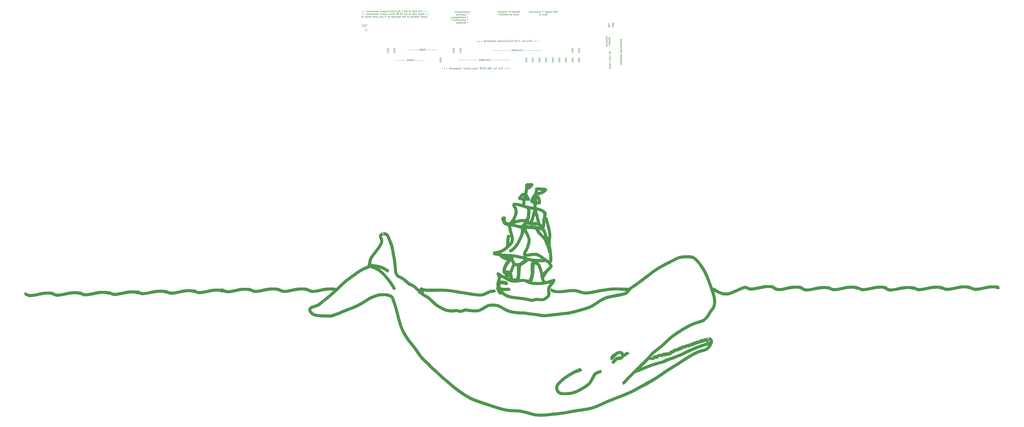
<source format=gbr>
%TF.GenerationSoftware,KiCad,Pcbnew,(6.99.0-2452-gdb4f2d9dd8)*%
%TF.CreationDate,2022-09-13T14:43:30+02:00*%
%TF.ProjectId,BEAMal_Rev1,4245414d-616c-45f5-9265-76312e6b6963,rev?*%
%TF.SameCoordinates,PXe1237f8PYe7db780*%
%TF.FileFunction,Legend,Bot*%
%TF.FilePolarity,Positive*%
%FSLAX46Y46*%
G04 Gerber Fmt 4.6, Leading zero omitted, Abs format (unit mm)*
G04 Created by KiCad (PCBNEW (6.99.0-2452-gdb4f2d9dd8)) date 2022-09-13 14:43:30*
%MOMM*%
%LPD*%
G01*
G04 APERTURE LIST*
%ADD10C,0.150000*%
%ADD11C,0.125000*%
%ADD12C,4.600000*%
%ADD13O,2.500000X8.970000*%
%ADD14R,1.700000X1.700000*%
%ADD15O,1.700000X1.700000*%
G04 APERTURE END LIST*
D10*
X230105000Y-50831904D02*
X230152619Y-50927142D01*
X230152619Y-50927142D02*
X230152619Y-51069999D01*
X230152619Y-51069999D02*
X230105000Y-51212856D01*
X230105000Y-51212856D02*
X230009761Y-51308094D01*
X230009761Y-51308094D02*
X229914523Y-51355713D01*
X229914523Y-51355713D02*
X229724047Y-51403332D01*
X229724047Y-51403332D02*
X229581190Y-51403332D01*
X229581190Y-51403332D02*
X229390714Y-51355713D01*
X229390714Y-51355713D02*
X229295476Y-51308094D01*
X229295476Y-51308094D02*
X229200238Y-51212856D01*
X229200238Y-51212856D02*
X229152619Y-51069999D01*
X229152619Y-51069999D02*
X229152619Y-50974761D01*
X229152619Y-50974761D02*
X229200238Y-50831904D01*
X229200238Y-50831904D02*
X229247857Y-50784285D01*
X229247857Y-50784285D02*
X229581190Y-50784285D01*
X229581190Y-50784285D02*
X229581190Y-50974761D01*
X229152619Y-50355713D02*
X230152619Y-50355713D01*
X230152619Y-50355713D02*
X229152619Y-49784285D01*
X229152619Y-49784285D02*
X230152619Y-49784285D01*
X229152619Y-49308094D02*
X230152619Y-49308094D01*
X230152619Y-49308094D02*
X230152619Y-49069999D01*
X230152619Y-49069999D02*
X230105000Y-48927142D01*
X230105000Y-48927142D02*
X230009761Y-48831904D01*
X230009761Y-48831904D02*
X229914523Y-48784285D01*
X229914523Y-48784285D02*
X229724047Y-48736666D01*
X229724047Y-48736666D02*
X229581190Y-48736666D01*
X229581190Y-48736666D02*
X229390714Y-48784285D01*
X229390714Y-48784285D02*
X229295476Y-48831904D01*
X229295476Y-48831904D02*
X229200238Y-48927142D01*
X229200238Y-48927142D02*
X229152619Y-49069999D01*
X229152619Y-49069999D02*
X229152619Y-49308094D01*
X301385000Y-50831904D02*
X301432619Y-50927142D01*
X301432619Y-50927142D02*
X301432619Y-51069999D01*
X301432619Y-51069999D02*
X301385000Y-51212856D01*
X301385000Y-51212856D02*
X301289761Y-51308094D01*
X301289761Y-51308094D02*
X301194523Y-51355713D01*
X301194523Y-51355713D02*
X301004047Y-51403332D01*
X301004047Y-51403332D02*
X300861190Y-51403332D01*
X300861190Y-51403332D02*
X300670714Y-51355713D01*
X300670714Y-51355713D02*
X300575476Y-51308094D01*
X300575476Y-51308094D02*
X300480238Y-51212856D01*
X300480238Y-51212856D02*
X300432619Y-51069999D01*
X300432619Y-51069999D02*
X300432619Y-50974761D01*
X300432619Y-50974761D02*
X300480238Y-50831904D01*
X300480238Y-50831904D02*
X300527857Y-50784285D01*
X300527857Y-50784285D02*
X300861190Y-50784285D01*
X300861190Y-50784285D02*
X300861190Y-50974761D01*
X300432619Y-50355713D02*
X301432619Y-50355713D01*
X301432619Y-50355713D02*
X300432619Y-49784285D01*
X300432619Y-49784285D02*
X301432619Y-49784285D01*
X300432619Y-49308094D02*
X301432619Y-49308094D01*
X301432619Y-49308094D02*
X301432619Y-49069999D01*
X301432619Y-49069999D02*
X301385000Y-48927142D01*
X301385000Y-48927142D02*
X301289761Y-48831904D01*
X301289761Y-48831904D02*
X301194523Y-48784285D01*
X301194523Y-48784285D02*
X301004047Y-48736666D01*
X301004047Y-48736666D02*
X300861190Y-48736666D01*
X300861190Y-48736666D02*
X300670714Y-48784285D01*
X300670714Y-48784285D02*
X300575476Y-48831904D01*
X300575476Y-48831904D02*
X300480238Y-48927142D01*
X300480238Y-48927142D02*
X300432619Y-49069999D01*
X300432619Y-49069999D02*
X300432619Y-49308094D01*
X322272619Y-35327619D02*
X322748809Y-35660952D01*
X322272619Y-35899047D02*
X323272619Y-35899047D01*
X323272619Y-35899047D02*
X323272619Y-35518095D01*
X323272619Y-35518095D02*
X323225000Y-35422857D01*
X323225000Y-35422857D02*
X323177380Y-35375238D01*
X323177380Y-35375238D02*
X323082142Y-35327619D01*
X323082142Y-35327619D02*
X322939285Y-35327619D01*
X322939285Y-35327619D02*
X322844047Y-35375238D01*
X322844047Y-35375238D02*
X322796428Y-35422857D01*
X322796428Y-35422857D02*
X322748809Y-35518095D01*
X322748809Y-35518095D02*
X322748809Y-35899047D01*
X322320238Y-34946666D02*
X322272619Y-34803809D01*
X322272619Y-34803809D02*
X322272619Y-34565714D01*
X322272619Y-34565714D02*
X322320238Y-34470476D01*
X322320238Y-34470476D02*
X322367857Y-34422857D01*
X322367857Y-34422857D02*
X322463095Y-34375238D01*
X322463095Y-34375238D02*
X322558333Y-34375238D01*
X322558333Y-34375238D02*
X322653571Y-34422857D01*
X322653571Y-34422857D02*
X322701190Y-34470476D01*
X322701190Y-34470476D02*
X322748809Y-34565714D01*
X322748809Y-34565714D02*
X322796428Y-34756190D01*
X322796428Y-34756190D02*
X322844047Y-34851428D01*
X322844047Y-34851428D02*
X322891666Y-34899047D01*
X322891666Y-34899047D02*
X322986904Y-34946666D01*
X322986904Y-34946666D02*
X323082142Y-34946666D01*
X323082142Y-34946666D02*
X323177380Y-34899047D01*
X323177380Y-34899047D02*
X323225000Y-34851428D01*
X323225000Y-34851428D02*
X323272619Y-34756190D01*
X323272619Y-34756190D02*
X323272619Y-34518095D01*
X323272619Y-34518095D02*
X323225000Y-34375238D01*
X323272619Y-34089523D02*
X323272619Y-33518095D01*
X322272619Y-33803809D02*
X323272619Y-33803809D01*
X238656476Y-27206142D02*
X238704095Y-27253761D01*
X238704095Y-27253761D02*
X238846952Y-27301380D01*
X238846952Y-27301380D02*
X238942190Y-27301380D01*
X238942190Y-27301380D02*
X239085047Y-27253761D01*
X239085047Y-27253761D02*
X239180285Y-27158523D01*
X239180285Y-27158523D02*
X239227904Y-27063285D01*
X239227904Y-27063285D02*
X239275523Y-26872809D01*
X239275523Y-26872809D02*
X239275523Y-26729952D01*
X239275523Y-26729952D02*
X239227904Y-26539476D01*
X239227904Y-26539476D02*
X239180285Y-26444238D01*
X239180285Y-26444238D02*
X239085047Y-26349000D01*
X239085047Y-26349000D02*
X238942190Y-26301380D01*
X238942190Y-26301380D02*
X238846952Y-26301380D01*
X238846952Y-26301380D02*
X238704095Y-26349000D01*
X238704095Y-26349000D02*
X238656476Y-26396619D01*
X238085047Y-27301380D02*
X238180285Y-27253761D01*
X238180285Y-27253761D02*
X238227904Y-27206142D01*
X238227904Y-27206142D02*
X238275523Y-27110904D01*
X238275523Y-27110904D02*
X238275523Y-26825190D01*
X238275523Y-26825190D02*
X238227904Y-26729952D01*
X238227904Y-26729952D02*
X238180285Y-26682333D01*
X238180285Y-26682333D02*
X238085047Y-26634714D01*
X238085047Y-26634714D02*
X237942190Y-26634714D01*
X237942190Y-26634714D02*
X237846952Y-26682333D01*
X237846952Y-26682333D02*
X237799333Y-26729952D01*
X237799333Y-26729952D02*
X237751714Y-26825190D01*
X237751714Y-26825190D02*
X237751714Y-27110904D01*
X237751714Y-27110904D02*
X237799333Y-27206142D01*
X237799333Y-27206142D02*
X237846952Y-27253761D01*
X237846952Y-27253761D02*
X237942190Y-27301380D01*
X237942190Y-27301380D02*
X238085047Y-27301380D01*
X237323142Y-26634714D02*
X237323142Y-27301380D01*
X237323142Y-26729952D02*
X237275523Y-26682333D01*
X237275523Y-26682333D02*
X237180285Y-26634714D01*
X237180285Y-26634714D02*
X237037428Y-26634714D01*
X237037428Y-26634714D02*
X236942190Y-26682333D01*
X236942190Y-26682333D02*
X236894571Y-26777571D01*
X236894571Y-26777571D02*
X236894571Y-27301380D01*
X236561237Y-26634714D02*
X236180285Y-26634714D01*
X236418380Y-26301380D02*
X236418380Y-27158523D01*
X236418380Y-27158523D02*
X236370761Y-27253761D01*
X236370761Y-27253761D02*
X236275523Y-27301380D01*
X236275523Y-27301380D02*
X236180285Y-27301380D01*
X235846951Y-27301380D02*
X235846951Y-26634714D01*
X235846951Y-26825190D02*
X235799332Y-26729952D01*
X235799332Y-26729952D02*
X235751713Y-26682333D01*
X235751713Y-26682333D02*
X235656475Y-26634714D01*
X235656475Y-26634714D02*
X235561237Y-26634714D01*
X235227903Y-27301380D02*
X235227903Y-26634714D01*
X235227903Y-26301380D02*
X235275522Y-26349000D01*
X235275522Y-26349000D02*
X235227903Y-26396619D01*
X235227903Y-26396619D02*
X235180284Y-26349000D01*
X235180284Y-26349000D02*
X235227903Y-26301380D01*
X235227903Y-26301380D02*
X235227903Y-26396619D01*
X234751713Y-27301380D02*
X234751713Y-26301380D01*
X234751713Y-26682333D02*
X234656475Y-26634714D01*
X234656475Y-26634714D02*
X234465999Y-26634714D01*
X234465999Y-26634714D02*
X234370761Y-26682333D01*
X234370761Y-26682333D02*
X234323142Y-26729952D01*
X234323142Y-26729952D02*
X234275523Y-26825190D01*
X234275523Y-26825190D02*
X234275523Y-27110904D01*
X234275523Y-27110904D02*
X234323142Y-27206142D01*
X234323142Y-27206142D02*
X234370761Y-27253761D01*
X234370761Y-27253761D02*
X234465999Y-27301380D01*
X234465999Y-27301380D02*
X234656475Y-27301380D01*
X234656475Y-27301380D02*
X234751713Y-27253761D01*
X233418380Y-26634714D02*
X233418380Y-27301380D01*
X233846951Y-26634714D02*
X233846951Y-27158523D01*
X233846951Y-27158523D02*
X233799332Y-27253761D01*
X233799332Y-27253761D02*
X233704094Y-27301380D01*
X233704094Y-27301380D02*
X233561237Y-27301380D01*
X233561237Y-27301380D02*
X233465999Y-27253761D01*
X233465999Y-27253761D02*
X233418380Y-27206142D01*
X233085046Y-26634714D02*
X232704094Y-26634714D01*
X232942189Y-26301380D02*
X232942189Y-27158523D01*
X232942189Y-27158523D02*
X232894570Y-27253761D01*
X232894570Y-27253761D02*
X232799332Y-27301380D01*
X232799332Y-27301380D02*
X232704094Y-27301380D01*
X232227903Y-27301380D02*
X232323141Y-27253761D01*
X232323141Y-27253761D02*
X232370760Y-27206142D01*
X232370760Y-27206142D02*
X232418379Y-27110904D01*
X232418379Y-27110904D02*
X232418379Y-26825190D01*
X232418379Y-26825190D02*
X232370760Y-26729952D01*
X232370760Y-26729952D02*
X232323141Y-26682333D01*
X232323141Y-26682333D02*
X232227903Y-26634714D01*
X232227903Y-26634714D02*
X232085046Y-26634714D01*
X232085046Y-26634714D02*
X231989808Y-26682333D01*
X231989808Y-26682333D02*
X231942189Y-26729952D01*
X231942189Y-26729952D02*
X231894570Y-26825190D01*
X231894570Y-26825190D02*
X231894570Y-27110904D01*
X231894570Y-27110904D02*
X231942189Y-27206142D01*
X231942189Y-27206142D02*
X231989808Y-27253761D01*
X231989808Y-27253761D02*
X232085046Y-27301380D01*
X232085046Y-27301380D02*
X232227903Y-27301380D01*
X231465998Y-27301380D02*
X231465998Y-26634714D01*
X231465998Y-26825190D02*
X231418379Y-26729952D01*
X231418379Y-26729952D02*
X231370760Y-26682333D01*
X231370760Y-26682333D02*
X231275522Y-26634714D01*
X231275522Y-26634714D02*
X231180284Y-26634714D01*
X230894569Y-27253761D02*
X230799331Y-27301380D01*
X230799331Y-27301380D02*
X230608855Y-27301380D01*
X230608855Y-27301380D02*
X230513617Y-27253761D01*
X230513617Y-27253761D02*
X230465998Y-27158523D01*
X230465998Y-27158523D02*
X230465998Y-27110904D01*
X230465998Y-27110904D02*
X230513617Y-27015666D01*
X230513617Y-27015666D02*
X230608855Y-26968047D01*
X230608855Y-26968047D02*
X230751712Y-26968047D01*
X230751712Y-26968047D02*
X230846950Y-26920428D01*
X230846950Y-26920428D02*
X230894569Y-26825190D01*
X230894569Y-26825190D02*
X230894569Y-26777571D01*
X230894569Y-26777571D02*
X230846950Y-26682333D01*
X230846950Y-26682333D02*
X230751712Y-26634714D01*
X230751712Y-26634714D02*
X230608855Y-26634714D01*
X230608855Y-26634714D02*
X230513617Y-26682333D01*
X230037426Y-27206142D02*
X229989807Y-27253761D01*
X229989807Y-27253761D02*
X230037426Y-27301380D01*
X230037426Y-27301380D02*
X230085045Y-27253761D01*
X230085045Y-27253761D02*
X230037426Y-27206142D01*
X230037426Y-27206142D02*
X230037426Y-27301380D01*
X230037426Y-26682333D02*
X229989807Y-26729952D01*
X229989807Y-26729952D02*
X230037426Y-26777571D01*
X230037426Y-26777571D02*
X230085045Y-26729952D01*
X230085045Y-26729952D02*
X230037426Y-26682333D01*
X230037426Y-26682333D02*
X230037426Y-26777571D01*
X237885047Y-27921380D02*
X237885047Y-28159476D01*
X238123142Y-28064238D02*
X237885047Y-28159476D01*
X237885047Y-28159476D02*
X237646952Y-28064238D01*
X238027904Y-28349952D02*
X237885047Y-28159476D01*
X237885047Y-28159476D02*
X237742190Y-28349952D01*
X236665999Y-28254714D02*
X236665999Y-29254714D01*
X236665999Y-28302333D02*
X236570761Y-28254714D01*
X236570761Y-28254714D02*
X236380285Y-28254714D01*
X236380285Y-28254714D02*
X236285047Y-28302333D01*
X236285047Y-28302333D02*
X236237428Y-28349952D01*
X236237428Y-28349952D02*
X236189809Y-28445190D01*
X236189809Y-28445190D02*
X236189809Y-28730904D01*
X236189809Y-28730904D02*
X236237428Y-28826142D01*
X236237428Y-28826142D02*
X236285047Y-28873761D01*
X236285047Y-28873761D02*
X236380285Y-28921380D01*
X236380285Y-28921380D02*
X236570761Y-28921380D01*
X236570761Y-28921380D02*
X236665999Y-28873761D01*
X235332666Y-28921380D02*
X235332666Y-28397571D01*
X235332666Y-28397571D02*
X235380285Y-28302333D01*
X235380285Y-28302333D02*
X235475523Y-28254714D01*
X235475523Y-28254714D02*
X235665999Y-28254714D01*
X235665999Y-28254714D02*
X235761237Y-28302333D01*
X235332666Y-28873761D02*
X235427904Y-28921380D01*
X235427904Y-28921380D02*
X235665999Y-28921380D01*
X235665999Y-28921380D02*
X235761237Y-28873761D01*
X235761237Y-28873761D02*
X235808856Y-28778523D01*
X235808856Y-28778523D02*
X235808856Y-28683285D01*
X235808856Y-28683285D02*
X235761237Y-28588047D01*
X235761237Y-28588047D02*
X235665999Y-28540428D01*
X235665999Y-28540428D02*
X235427904Y-28540428D01*
X235427904Y-28540428D02*
X235332666Y-28492809D01*
X234856475Y-28254714D02*
X234856475Y-28921380D01*
X234856475Y-28349952D02*
X234808856Y-28302333D01*
X234808856Y-28302333D02*
X234713618Y-28254714D01*
X234713618Y-28254714D02*
X234570761Y-28254714D01*
X234570761Y-28254714D02*
X234475523Y-28302333D01*
X234475523Y-28302333D02*
X234427904Y-28397571D01*
X234427904Y-28397571D02*
X234427904Y-28921380D01*
X233523142Y-28921380D02*
X233523142Y-27921380D01*
X233523142Y-28873761D02*
X233618380Y-28921380D01*
X233618380Y-28921380D02*
X233808856Y-28921380D01*
X233808856Y-28921380D02*
X233904094Y-28873761D01*
X233904094Y-28873761D02*
X233951713Y-28826142D01*
X233951713Y-28826142D02*
X233999332Y-28730904D01*
X233999332Y-28730904D02*
X233999332Y-28445190D01*
X233999332Y-28445190D02*
X233951713Y-28349952D01*
X233951713Y-28349952D02*
X233904094Y-28302333D01*
X233904094Y-28302333D02*
X233808856Y-28254714D01*
X233808856Y-28254714D02*
X233618380Y-28254714D01*
X233618380Y-28254714D02*
X233523142Y-28302333D01*
X233046951Y-28921380D02*
X233046951Y-28254714D01*
X233046951Y-28445190D02*
X232999332Y-28349952D01*
X232999332Y-28349952D02*
X232951713Y-28302333D01*
X232951713Y-28302333D02*
X232856475Y-28254714D01*
X232856475Y-28254714D02*
X232761237Y-28254714D01*
X232046951Y-28873761D02*
X232142189Y-28921380D01*
X232142189Y-28921380D02*
X232332665Y-28921380D01*
X232332665Y-28921380D02*
X232427903Y-28873761D01*
X232427903Y-28873761D02*
X232475522Y-28778523D01*
X232475522Y-28778523D02*
X232475522Y-28397571D01*
X232475522Y-28397571D02*
X232427903Y-28302333D01*
X232427903Y-28302333D02*
X232332665Y-28254714D01*
X232332665Y-28254714D02*
X232142189Y-28254714D01*
X232142189Y-28254714D02*
X232046951Y-28302333D01*
X232046951Y-28302333D02*
X231999332Y-28397571D01*
X231999332Y-28397571D02*
X231999332Y-28492809D01*
X231999332Y-28492809D02*
X232475522Y-28588047D01*
X231665998Y-28254714D02*
X231475522Y-28921380D01*
X231475522Y-28921380D02*
X231285046Y-28445190D01*
X231285046Y-28445190D02*
X231094570Y-28921380D01*
X231094570Y-28921380D02*
X230904094Y-28254714D01*
X237885047Y-29541380D02*
X237885047Y-29779476D01*
X238123142Y-29684238D02*
X237885047Y-29779476D01*
X237885047Y-29779476D02*
X237646952Y-29684238D01*
X238027904Y-29969952D02*
X237885047Y-29779476D01*
X237885047Y-29779476D02*
X237742190Y-29969952D01*
X236523142Y-30541380D02*
X236618380Y-30493761D01*
X236618380Y-30493761D02*
X236665999Y-30398523D01*
X236665999Y-30398523D02*
X236665999Y-29541380D01*
X236142189Y-30541380D02*
X236142189Y-29874714D01*
X236142189Y-29541380D02*
X236189808Y-29589000D01*
X236189808Y-29589000D02*
X236142189Y-29636619D01*
X236142189Y-29636619D02*
X236094570Y-29589000D01*
X236094570Y-29589000D02*
X236142189Y-29541380D01*
X236142189Y-29541380D02*
X236142189Y-29636619D01*
X235713618Y-30493761D02*
X235618380Y-30541380D01*
X235618380Y-30541380D02*
X235427904Y-30541380D01*
X235427904Y-30541380D02*
X235332666Y-30493761D01*
X235332666Y-30493761D02*
X235285047Y-30398523D01*
X235285047Y-30398523D02*
X235285047Y-30350904D01*
X235285047Y-30350904D02*
X235332666Y-30255666D01*
X235332666Y-30255666D02*
X235427904Y-30208047D01*
X235427904Y-30208047D02*
X235570761Y-30208047D01*
X235570761Y-30208047D02*
X235665999Y-30160428D01*
X235665999Y-30160428D02*
X235713618Y-30065190D01*
X235713618Y-30065190D02*
X235713618Y-30017571D01*
X235713618Y-30017571D02*
X235665999Y-29922333D01*
X235665999Y-29922333D02*
X235570761Y-29874714D01*
X235570761Y-29874714D02*
X235427904Y-29874714D01*
X235427904Y-29874714D02*
X235332666Y-29922333D01*
X234999332Y-29874714D02*
X234618380Y-29874714D01*
X234856475Y-29541380D02*
X234856475Y-30398523D01*
X234856475Y-30398523D02*
X234808856Y-30493761D01*
X234808856Y-30493761D02*
X234713618Y-30541380D01*
X234713618Y-30541380D02*
X234618380Y-30541380D01*
X234142189Y-30541380D02*
X234237427Y-30493761D01*
X234237427Y-30493761D02*
X234285046Y-30446142D01*
X234285046Y-30446142D02*
X234332665Y-30350904D01*
X234332665Y-30350904D02*
X234332665Y-30065190D01*
X234332665Y-30065190D02*
X234285046Y-29969952D01*
X234285046Y-29969952D02*
X234237427Y-29922333D01*
X234237427Y-29922333D02*
X234142189Y-29874714D01*
X234142189Y-29874714D02*
X233999332Y-29874714D01*
X233999332Y-29874714D02*
X233904094Y-29922333D01*
X233904094Y-29922333D02*
X233856475Y-29969952D01*
X233856475Y-29969952D02*
X233808856Y-30065190D01*
X233808856Y-30065190D02*
X233808856Y-30350904D01*
X233808856Y-30350904D02*
X233856475Y-30446142D01*
X233856475Y-30446142D02*
X233904094Y-30493761D01*
X233904094Y-30493761D02*
X233999332Y-30541380D01*
X233999332Y-30541380D02*
X234142189Y-30541380D01*
X233523141Y-29874714D02*
X233142189Y-29874714D01*
X233380284Y-30541380D02*
X233380284Y-29684238D01*
X233380284Y-29684238D02*
X233332665Y-29589000D01*
X233332665Y-29589000D02*
X233237427Y-29541380D01*
X233237427Y-29541380D02*
X233142189Y-29541380D01*
X232665998Y-30541380D02*
X232761236Y-30493761D01*
X232761236Y-30493761D02*
X232808855Y-30446142D01*
X232808855Y-30446142D02*
X232856474Y-30350904D01*
X232856474Y-30350904D02*
X232856474Y-30065190D01*
X232856474Y-30065190D02*
X232808855Y-29969952D01*
X232808855Y-29969952D02*
X232761236Y-29922333D01*
X232761236Y-29922333D02*
X232665998Y-29874714D01*
X232665998Y-29874714D02*
X232523141Y-29874714D01*
X232523141Y-29874714D02*
X232427903Y-29922333D01*
X232427903Y-29922333D02*
X232380284Y-29969952D01*
X232380284Y-29969952D02*
X232332665Y-30065190D01*
X232332665Y-30065190D02*
X232332665Y-30350904D01*
X232332665Y-30350904D02*
X232380284Y-30446142D01*
X232380284Y-30446142D02*
X232427903Y-30493761D01*
X232427903Y-30493761D02*
X232523141Y-30541380D01*
X232523141Y-30541380D02*
X232665998Y-30541380D01*
X231904093Y-29874714D02*
X231904093Y-30874714D01*
X231904093Y-29922333D02*
X231808855Y-29874714D01*
X231808855Y-29874714D02*
X231618379Y-29874714D01*
X231618379Y-29874714D02*
X231523141Y-29922333D01*
X231523141Y-29922333D02*
X231475522Y-29969952D01*
X231475522Y-29969952D02*
X231427903Y-30065190D01*
X231427903Y-30065190D02*
X231427903Y-30350904D01*
X231427903Y-30350904D02*
X231475522Y-30446142D01*
X231475522Y-30446142D02*
X231523141Y-30493761D01*
X231523141Y-30493761D02*
X231618379Y-30541380D01*
X231618379Y-30541380D02*
X231808855Y-30541380D01*
X231808855Y-30541380D02*
X231904093Y-30493761D01*
X231142188Y-29874714D02*
X230761236Y-29874714D01*
X230999331Y-29541380D02*
X230999331Y-30398523D01*
X230999331Y-30398523D02*
X230951712Y-30493761D01*
X230951712Y-30493761D02*
X230856474Y-30541380D01*
X230856474Y-30541380D02*
X230761236Y-30541380D01*
X230427902Y-30541380D02*
X230427902Y-29874714D01*
X230427902Y-29541380D02*
X230475521Y-29589000D01*
X230475521Y-29589000D02*
X230427902Y-29636619D01*
X230427902Y-29636619D02*
X230380283Y-29589000D01*
X230380283Y-29589000D02*
X230427902Y-29541380D01*
X230427902Y-29541380D02*
X230427902Y-29636619D01*
X229808855Y-30541380D02*
X229904093Y-30493761D01*
X229904093Y-30493761D02*
X229951712Y-30446142D01*
X229951712Y-30446142D02*
X229999331Y-30350904D01*
X229999331Y-30350904D02*
X229999331Y-30065190D01*
X229999331Y-30065190D02*
X229951712Y-29969952D01*
X229951712Y-29969952D02*
X229904093Y-29922333D01*
X229904093Y-29922333D02*
X229808855Y-29874714D01*
X229808855Y-29874714D02*
X229665998Y-29874714D01*
X229665998Y-29874714D02*
X229570760Y-29922333D01*
X229570760Y-29922333D02*
X229523141Y-29969952D01*
X229523141Y-29969952D02*
X229475522Y-30065190D01*
X229475522Y-30065190D02*
X229475522Y-30350904D01*
X229475522Y-30350904D02*
X229523141Y-30446142D01*
X229523141Y-30446142D02*
X229570760Y-30493761D01*
X229570760Y-30493761D02*
X229665998Y-30541380D01*
X229665998Y-30541380D02*
X229808855Y-30541380D01*
X229046950Y-29874714D02*
X229046950Y-30541380D01*
X229046950Y-29969952D02*
X228999331Y-29922333D01*
X228999331Y-29922333D02*
X228904093Y-29874714D01*
X228904093Y-29874714D02*
X228761236Y-29874714D01*
X228761236Y-29874714D02*
X228665998Y-29922333D01*
X228665998Y-29922333D02*
X228618379Y-30017571D01*
X228618379Y-30017571D02*
X228618379Y-30541380D01*
X228189807Y-30493761D02*
X228094569Y-30541380D01*
X228094569Y-30541380D02*
X227904093Y-30541380D01*
X227904093Y-30541380D02*
X227808855Y-30493761D01*
X227808855Y-30493761D02*
X227761236Y-30398523D01*
X227761236Y-30398523D02*
X227761236Y-30350904D01*
X227761236Y-30350904D02*
X227808855Y-30255666D01*
X227808855Y-30255666D02*
X227904093Y-30208047D01*
X227904093Y-30208047D02*
X228046950Y-30208047D01*
X228046950Y-30208047D02*
X228142188Y-30160428D01*
X228142188Y-30160428D02*
X228189807Y-30065190D01*
X228189807Y-30065190D02*
X228189807Y-30017571D01*
X228189807Y-30017571D02*
X228142188Y-29922333D01*
X228142188Y-29922333D02*
X228046950Y-29874714D01*
X228046950Y-29874714D02*
X227904093Y-29874714D01*
X227904093Y-29874714D02*
X227808855Y-29922333D01*
X237885047Y-31161380D02*
X237885047Y-31399476D01*
X238123142Y-31304238D02*
X237885047Y-31399476D01*
X237885047Y-31399476D02*
X237646952Y-31304238D01*
X238027904Y-31589952D02*
X237885047Y-31399476D01*
X237885047Y-31399476D02*
X237742190Y-31589952D01*
X236665999Y-32161380D02*
X236665999Y-31161380D01*
X236570761Y-31780428D02*
X236285047Y-32161380D01*
X236285047Y-31494714D02*
X236665999Y-31875666D01*
X235856475Y-32161380D02*
X235856475Y-31494714D01*
X235856475Y-31589952D02*
X235808856Y-31542333D01*
X235808856Y-31542333D02*
X235713618Y-31494714D01*
X235713618Y-31494714D02*
X235570761Y-31494714D01*
X235570761Y-31494714D02*
X235475523Y-31542333D01*
X235475523Y-31542333D02*
X235427904Y-31637571D01*
X235427904Y-31637571D02*
X235427904Y-32161380D01*
X235427904Y-31637571D02*
X235380285Y-31542333D01*
X235380285Y-31542333D02*
X235285047Y-31494714D01*
X235285047Y-31494714D02*
X235142190Y-31494714D01*
X235142190Y-31494714D02*
X235046951Y-31542333D01*
X235046951Y-31542333D02*
X234999332Y-31637571D01*
X234999332Y-31637571D02*
X234999332Y-32161380D01*
X234523142Y-31494714D02*
X234523142Y-32161380D01*
X234523142Y-31589952D02*
X234475523Y-31542333D01*
X234475523Y-31542333D02*
X234380285Y-31494714D01*
X234380285Y-31494714D02*
X234237428Y-31494714D01*
X234237428Y-31494714D02*
X234142190Y-31542333D01*
X234142190Y-31542333D02*
X234094571Y-31637571D01*
X234094571Y-31637571D02*
X234094571Y-32161380D01*
X233475523Y-32161380D02*
X233570761Y-32113761D01*
X233570761Y-32113761D02*
X233618380Y-32066142D01*
X233618380Y-32066142D02*
X233665999Y-31970904D01*
X233665999Y-31970904D02*
X233665999Y-31685190D01*
X233665999Y-31685190D02*
X233618380Y-31589952D01*
X233618380Y-31589952D02*
X233570761Y-31542333D01*
X233570761Y-31542333D02*
X233475523Y-31494714D01*
X233475523Y-31494714D02*
X233332666Y-31494714D01*
X233332666Y-31494714D02*
X233237428Y-31542333D01*
X233237428Y-31542333D02*
X233189809Y-31589952D01*
X233189809Y-31589952D02*
X233142190Y-31685190D01*
X233142190Y-31685190D02*
X233142190Y-31970904D01*
X233142190Y-31970904D02*
X233189809Y-32066142D01*
X233189809Y-32066142D02*
X233237428Y-32113761D01*
X233237428Y-32113761D02*
X233332666Y-32161380D01*
X233332666Y-32161380D02*
X233475523Y-32161380D01*
X232808856Y-31494714D02*
X232570761Y-32161380D01*
X232570761Y-32161380D02*
X232332666Y-31494714D01*
X231999332Y-31256619D02*
X231951713Y-31209000D01*
X231951713Y-31209000D02*
X231856475Y-31161380D01*
X231856475Y-31161380D02*
X231618380Y-31161380D01*
X231618380Y-31161380D02*
X231523142Y-31209000D01*
X231523142Y-31209000D02*
X231475523Y-31256619D01*
X231475523Y-31256619D02*
X231427904Y-31351857D01*
X231427904Y-31351857D02*
X231427904Y-31447095D01*
X231427904Y-31447095D02*
X231475523Y-31589952D01*
X231475523Y-31589952D02*
X232046951Y-32161380D01*
X232046951Y-32161380D02*
X231427904Y-32161380D01*
X230808856Y-31161380D02*
X230713618Y-31161380D01*
X230713618Y-31161380D02*
X230618380Y-31209000D01*
X230618380Y-31209000D02*
X230570761Y-31256619D01*
X230570761Y-31256619D02*
X230523142Y-31351857D01*
X230523142Y-31351857D02*
X230475523Y-31542333D01*
X230475523Y-31542333D02*
X230475523Y-31780428D01*
X230475523Y-31780428D02*
X230523142Y-31970904D01*
X230523142Y-31970904D02*
X230570761Y-32066142D01*
X230570761Y-32066142D02*
X230618380Y-32113761D01*
X230618380Y-32113761D02*
X230713618Y-32161380D01*
X230713618Y-32161380D02*
X230808856Y-32161380D01*
X230808856Y-32161380D02*
X230904094Y-32113761D01*
X230904094Y-32113761D02*
X230951713Y-32066142D01*
X230951713Y-32066142D02*
X230999332Y-31970904D01*
X230999332Y-31970904D02*
X231046951Y-31780428D01*
X231046951Y-31780428D02*
X231046951Y-31542333D01*
X231046951Y-31542333D02*
X230999332Y-31351857D01*
X230999332Y-31351857D02*
X230951713Y-31256619D01*
X230951713Y-31256619D02*
X230904094Y-31209000D01*
X230904094Y-31209000D02*
X230808856Y-31161380D01*
X229523142Y-32161380D02*
X230094570Y-32161380D01*
X229808856Y-32161380D02*
X229808856Y-31161380D01*
X229808856Y-31161380D02*
X229904094Y-31304238D01*
X229904094Y-31304238D02*
X229999332Y-31399476D01*
X229999332Y-31399476D02*
X230094570Y-31447095D01*
X229189808Y-31161380D02*
X228523142Y-31161380D01*
X228523142Y-31161380D02*
X228951713Y-32161380D01*
X237885047Y-32781380D02*
X237885047Y-33019476D01*
X238123142Y-32924238D02*
X237885047Y-33019476D01*
X237885047Y-33019476D02*
X237646952Y-32924238D01*
X238027904Y-33209952D02*
X237885047Y-33019476D01*
X237885047Y-33019476D02*
X237742190Y-33209952D01*
X236808856Y-33114714D02*
X236427904Y-33114714D01*
X236665999Y-32781380D02*
X236665999Y-33638523D01*
X236665999Y-33638523D02*
X236618380Y-33733761D01*
X236618380Y-33733761D02*
X236523142Y-33781380D01*
X236523142Y-33781380D02*
X236427904Y-33781380D01*
X235713618Y-33733761D02*
X235808856Y-33781380D01*
X235808856Y-33781380D02*
X235999332Y-33781380D01*
X235999332Y-33781380D02*
X236094570Y-33733761D01*
X236094570Y-33733761D02*
X236142189Y-33638523D01*
X236142189Y-33638523D02*
X236142189Y-33257571D01*
X236142189Y-33257571D02*
X236094570Y-33162333D01*
X236094570Y-33162333D02*
X235999332Y-33114714D01*
X235999332Y-33114714D02*
X235808856Y-33114714D01*
X235808856Y-33114714D02*
X235713618Y-33162333D01*
X235713618Y-33162333D02*
X235665999Y-33257571D01*
X235665999Y-33257571D02*
X235665999Y-33352809D01*
X235665999Y-33352809D02*
X236142189Y-33448047D01*
X235237427Y-33114714D02*
X235237427Y-33781380D01*
X235237427Y-33209952D02*
X235189808Y-33162333D01*
X235189808Y-33162333D02*
X235094570Y-33114714D01*
X235094570Y-33114714D02*
X234951713Y-33114714D01*
X234951713Y-33114714D02*
X234856475Y-33162333D01*
X234856475Y-33162333D02*
X234808856Y-33257571D01*
X234808856Y-33257571D02*
X234808856Y-33781380D01*
X234475522Y-33114714D02*
X234094570Y-33114714D01*
X234332665Y-32781380D02*
X234332665Y-33638523D01*
X234332665Y-33638523D02*
X234285046Y-33733761D01*
X234285046Y-33733761D02*
X234189808Y-33781380D01*
X234189808Y-33781380D02*
X234094570Y-33781380D01*
X233332665Y-33781380D02*
X233332665Y-33257571D01*
X233332665Y-33257571D02*
X233380284Y-33162333D01*
X233380284Y-33162333D02*
X233475522Y-33114714D01*
X233475522Y-33114714D02*
X233665998Y-33114714D01*
X233665998Y-33114714D02*
X233761236Y-33162333D01*
X233332665Y-33733761D02*
X233427903Y-33781380D01*
X233427903Y-33781380D02*
X233665998Y-33781380D01*
X233665998Y-33781380D02*
X233761236Y-33733761D01*
X233761236Y-33733761D02*
X233808855Y-33638523D01*
X233808855Y-33638523D02*
X233808855Y-33543285D01*
X233808855Y-33543285D02*
X233761236Y-33448047D01*
X233761236Y-33448047D02*
X233665998Y-33400428D01*
X233665998Y-33400428D02*
X233427903Y-33400428D01*
X233427903Y-33400428D02*
X233332665Y-33352809D01*
X232999331Y-33114714D02*
X232618379Y-33114714D01*
X232856474Y-32781380D02*
X232856474Y-33638523D01*
X232856474Y-33638523D02*
X232808855Y-33733761D01*
X232808855Y-33733761D02*
X232713617Y-33781380D01*
X232713617Y-33781380D02*
X232618379Y-33781380D01*
X232142188Y-33781380D02*
X232237426Y-33733761D01*
X232237426Y-33733761D02*
X232285045Y-33686142D01*
X232285045Y-33686142D02*
X232332664Y-33590904D01*
X232332664Y-33590904D02*
X232332664Y-33305190D01*
X232332664Y-33305190D02*
X232285045Y-33209952D01*
X232285045Y-33209952D02*
X232237426Y-33162333D01*
X232237426Y-33162333D02*
X232142188Y-33114714D01*
X232142188Y-33114714D02*
X231999331Y-33114714D01*
X231999331Y-33114714D02*
X231904093Y-33162333D01*
X231904093Y-33162333D02*
X231856474Y-33209952D01*
X231856474Y-33209952D02*
X231808855Y-33305190D01*
X231808855Y-33305190D02*
X231808855Y-33590904D01*
X231808855Y-33590904D02*
X231856474Y-33686142D01*
X231856474Y-33686142D02*
X231904093Y-33733761D01*
X231904093Y-33733761D02*
X231999331Y-33781380D01*
X231999331Y-33781380D02*
X232142188Y-33781380D01*
X231380283Y-33781380D02*
X231380283Y-33114714D01*
X231380283Y-33305190D02*
X231332664Y-33209952D01*
X231332664Y-33209952D02*
X231285045Y-33162333D01*
X231285045Y-33162333D02*
X231189807Y-33114714D01*
X231189807Y-33114714D02*
X231094569Y-33114714D01*
X262976952Y-61275380D02*
X262976952Y-60513476D01*
X263167428Y-60703952D02*
X262976952Y-60513476D01*
X262976952Y-60513476D02*
X262786476Y-60703952D01*
X261738857Y-61275380D02*
X261738857Y-60513476D01*
X261929333Y-60703952D02*
X261738857Y-60513476D01*
X261738857Y-60513476D02*
X261548381Y-60703952D01*
X260500762Y-61275380D02*
X260500762Y-60513476D01*
X260691238Y-60703952D02*
X260500762Y-60513476D01*
X260500762Y-60513476D02*
X260310286Y-60703952D01*
X259043619Y-61275380D02*
X259043619Y-60275380D01*
X259043619Y-60275380D02*
X258662667Y-60275380D01*
X258662667Y-60275380D02*
X258567429Y-60323000D01*
X258567429Y-60323000D02*
X258519810Y-60370619D01*
X258519810Y-60370619D02*
X258472191Y-60465857D01*
X258472191Y-60465857D02*
X258472191Y-60608714D01*
X258472191Y-60608714D02*
X258519810Y-60703952D01*
X258519810Y-60703952D02*
X258567429Y-60751571D01*
X258567429Y-60751571D02*
X258662667Y-60799190D01*
X258662667Y-60799190D02*
X259043619Y-60799190D01*
X258043619Y-61275380D02*
X258043619Y-60608714D01*
X258043619Y-60275380D02*
X258091238Y-60323000D01*
X258091238Y-60323000D02*
X258043619Y-60370619D01*
X258043619Y-60370619D02*
X257996000Y-60323000D01*
X257996000Y-60323000D02*
X258043619Y-60275380D01*
X258043619Y-60275380D02*
X258043619Y-60370619D01*
X257567429Y-60608714D02*
X257567429Y-61275380D01*
X257567429Y-60703952D02*
X257519810Y-60656333D01*
X257519810Y-60656333D02*
X257424572Y-60608714D01*
X257424572Y-60608714D02*
X257281715Y-60608714D01*
X257281715Y-60608714D02*
X257186477Y-60656333D01*
X257186477Y-60656333D02*
X257138858Y-60751571D01*
X257138858Y-60751571D02*
X257138858Y-61275380D01*
X256710286Y-61227761D02*
X256615048Y-61275380D01*
X256615048Y-61275380D02*
X256424572Y-61275380D01*
X256424572Y-61275380D02*
X256329334Y-61227761D01*
X256329334Y-61227761D02*
X256281715Y-61132523D01*
X256281715Y-61132523D02*
X256281715Y-61084904D01*
X256281715Y-61084904D02*
X256329334Y-60989666D01*
X256329334Y-60989666D02*
X256424572Y-60942047D01*
X256424572Y-60942047D02*
X256567429Y-60942047D01*
X256567429Y-60942047D02*
X256662667Y-60894428D01*
X256662667Y-60894428D02*
X256710286Y-60799190D01*
X256710286Y-60799190D02*
X256710286Y-60751571D01*
X256710286Y-60751571D02*
X256662667Y-60656333D01*
X256662667Y-60656333D02*
X256567429Y-60608714D01*
X256567429Y-60608714D02*
X256424572Y-60608714D01*
X256424572Y-60608714D02*
X256329334Y-60656333D01*
X255396000Y-60608714D02*
X255015048Y-60608714D01*
X255253143Y-61275380D02*
X255253143Y-60418238D01*
X255253143Y-60418238D02*
X255205524Y-60323000D01*
X255205524Y-60323000D02*
X255110286Y-60275380D01*
X255110286Y-60275380D02*
X255015048Y-60275380D01*
X254538857Y-61275380D02*
X254634095Y-61227761D01*
X254634095Y-61227761D02*
X254681714Y-61180142D01*
X254681714Y-61180142D02*
X254729333Y-61084904D01*
X254729333Y-61084904D02*
X254729333Y-60799190D01*
X254729333Y-60799190D02*
X254681714Y-60703952D01*
X254681714Y-60703952D02*
X254634095Y-60656333D01*
X254634095Y-60656333D02*
X254538857Y-60608714D01*
X254538857Y-60608714D02*
X254396000Y-60608714D01*
X254396000Y-60608714D02*
X254300762Y-60656333D01*
X254300762Y-60656333D02*
X254253143Y-60703952D01*
X254253143Y-60703952D02*
X254205524Y-60799190D01*
X254205524Y-60799190D02*
X254205524Y-61084904D01*
X254205524Y-61084904D02*
X254253143Y-61180142D01*
X254253143Y-61180142D02*
X254300762Y-61227761D01*
X254300762Y-61227761D02*
X254396000Y-61275380D01*
X254396000Y-61275380D02*
X254538857Y-61275380D01*
X253776952Y-61275380D02*
X253776952Y-60608714D01*
X253776952Y-60799190D02*
X253729333Y-60703952D01*
X253729333Y-60703952D02*
X253681714Y-60656333D01*
X253681714Y-60656333D02*
X253586476Y-60608714D01*
X253586476Y-60608714D02*
X253491238Y-60608714D01*
X253157904Y-61180142D02*
X253110285Y-61227761D01*
X253110285Y-61227761D02*
X253157904Y-61275380D01*
X253157904Y-61275380D02*
X253205523Y-61227761D01*
X253205523Y-61227761D02*
X253157904Y-61180142D01*
X253157904Y-61180142D02*
X253157904Y-61275380D01*
X253157904Y-60656333D02*
X253110285Y-60703952D01*
X253110285Y-60703952D02*
X253157904Y-60751571D01*
X253157904Y-60751571D02*
X253205523Y-60703952D01*
X253205523Y-60703952D02*
X253157904Y-60656333D01*
X253157904Y-60656333D02*
X253157904Y-60751571D01*
X252081714Y-61275380D02*
X252081714Y-60275380D01*
X251272191Y-60751571D02*
X251129334Y-60799190D01*
X251129334Y-60799190D02*
X251081715Y-60846809D01*
X251081715Y-60846809D02*
X251034096Y-60942047D01*
X251034096Y-60942047D02*
X251034096Y-61084904D01*
X251034096Y-61084904D02*
X251081715Y-61180142D01*
X251081715Y-61180142D02*
X251129334Y-61227761D01*
X251129334Y-61227761D02*
X251224572Y-61275380D01*
X251224572Y-61275380D02*
X251605524Y-61275380D01*
X251605524Y-61275380D02*
X251605524Y-60275380D01*
X251605524Y-60275380D02*
X251272191Y-60275380D01*
X251272191Y-60275380D02*
X251176953Y-60323000D01*
X251176953Y-60323000D02*
X251129334Y-60370619D01*
X251129334Y-60370619D02*
X251081715Y-60465857D01*
X251081715Y-60465857D02*
X251081715Y-60561095D01*
X251081715Y-60561095D02*
X251129334Y-60656333D01*
X251129334Y-60656333D02*
X251176953Y-60703952D01*
X251176953Y-60703952D02*
X251272191Y-60751571D01*
X251272191Y-60751571D02*
X251605524Y-60751571D01*
X250605524Y-61275380D02*
X250605524Y-60275380D01*
X250605524Y-60275380D02*
X250272191Y-60989666D01*
X250272191Y-60989666D02*
X249938858Y-60275380D01*
X249938858Y-60275380D02*
X249938858Y-61275380D01*
X248957905Y-60275380D02*
X248338858Y-60275380D01*
X248338858Y-60275380D02*
X248672191Y-60656333D01*
X248672191Y-60656333D02*
X248529334Y-60656333D01*
X248529334Y-60656333D02*
X248434096Y-60703952D01*
X248434096Y-60703952D02*
X248386477Y-60751571D01*
X248386477Y-60751571D02*
X248338858Y-60846809D01*
X248338858Y-60846809D02*
X248338858Y-61084904D01*
X248338858Y-61084904D02*
X248386477Y-61180142D01*
X248386477Y-61180142D02*
X248434096Y-61227761D01*
X248434096Y-61227761D02*
X248529334Y-61275380D01*
X248529334Y-61275380D02*
X248815048Y-61275380D01*
X248815048Y-61275380D02*
X248910286Y-61227761D01*
X248910286Y-61227761D02*
X248957905Y-61180142D01*
X247386477Y-61275380D02*
X247957905Y-61275380D01*
X247672191Y-61275380D02*
X247672191Y-60275380D01*
X247672191Y-60275380D02*
X247767429Y-60418238D01*
X247767429Y-60418238D02*
X247862667Y-60513476D01*
X247862667Y-60513476D02*
X247957905Y-60561095D01*
X247053143Y-60275380D02*
X246386477Y-60275380D01*
X246386477Y-60275380D02*
X246815048Y-61275380D01*
X245862667Y-60703952D02*
X245957905Y-60656333D01*
X245957905Y-60656333D02*
X246005524Y-60608714D01*
X246005524Y-60608714D02*
X246053143Y-60513476D01*
X246053143Y-60513476D02*
X246053143Y-60465857D01*
X246053143Y-60465857D02*
X246005524Y-60370619D01*
X246005524Y-60370619D02*
X245957905Y-60323000D01*
X245957905Y-60323000D02*
X245862667Y-60275380D01*
X245862667Y-60275380D02*
X245672191Y-60275380D01*
X245672191Y-60275380D02*
X245576953Y-60323000D01*
X245576953Y-60323000D02*
X245529334Y-60370619D01*
X245529334Y-60370619D02*
X245481715Y-60465857D01*
X245481715Y-60465857D02*
X245481715Y-60513476D01*
X245481715Y-60513476D02*
X245529334Y-60608714D01*
X245529334Y-60608714D02*
X245576953Y-60656333D01*
X245576953Y-60656333D02*
X245672191Y-60703952D01*
X245672191Y-60703952D02*
X245862667Y-60703952D01*
X245862667Y-60703952D02*
X245957905Y-60751571D01*
X245957905Y-60751571D02*
X246005524Y-60799190D01*
X246005524Y-60799190D02*
X246053143Y-60894428D01*
X246053143Y-60894428D02*
X246053143Y-61084904D01*
X246053143Y-61084904D02*
X246005524Y-61180142D01*
X246005524Y-61180142D02*
X245957905Y-61227761D01*
X245957905Y-61227761D02*
X245862667Y-61275380D01*
X245862667Y-61275380D02*
X245672191Y-61275380D01*
X245672191Y-61275380D02*
X245576953Y-61227761D01*
X245576953Y-61227761D02*
X245529334Y-61180142D01*
X245529334Y-61180142D02*
X245481715Y-61084904D01*
X245481715Y-61084904D02*
X245481715Y-60894428D01*
X245481715Y-60894428D02*
X245529334Y-60799190D01*
X245529334Y-60799190D02*
X245576953Y-60751571D01*
X245576953Y-60751571D02*
X245672191Y-60703952D01*
X244500762Y-60275380D02*
X244500762Y-60465857D01*
X244119810Y-60275380D02*
X244119810Y-60465857D01*
X243691238Y-61275380D02*
X243691238Y-60275380D01*
X243691238Y-60656333D02*
X243596000Y-60608714D01*
X243596000Y-60608714D02*
X243405524Y-60608714D01*
X243405524Y-60608714D02*
X243310286Y-60656333D01*
X243310286Y-60656333D02*
X243262667Y-60703952D01*
X243262667Y-60703952D02*
X243215048Y-60799190D01*
X243215048Y-60799190D02*
X243215048Y-61084904D01*
X243215048Y-61084904D02*
X243262667Y-61180142D01*
X243262667Y-61180142D02*
X243310286Y-61227761D01*
X243310286Y-61227761D02*
X243405524Y-61275380D01*
X243405524Y-61275380D02*
X243596000Y-61275380D01*
X243596000Y-61275380D02*
X243691238Y-61227761D01*
X242643619Y-61275380D02*
X242738857Y-61227761D01*
X242738857Y-61227761D02*
X242786476Y-61132523D01*
X242786476Y-61132523D02*
X242786476Y-60275380D01*
X241834095Y-60608714D02*
X241834095Y-61275380D01*
X242262666Y-60608714D02*
X242262666Y-61132523D01*
X242262666Y-61132523D02*
X242215047Y-61227761D01*
X242215047Y-61227761D02*
X242119809Y-61275380D01*
X242119809Y-61275380D02*
X241976952Y-61275380D01*
X241976952Y-61275380D02*
X241881714Y-61227761D01*
X241881714Y-61227761D02*
X241834095Y-61180142D01*
X240976952Y-61227761D02*
X241072190Y-61275380D01*
X241072190Y-61275380D02*
X241262666Y-61275380D01*
X241262666Y-61275380D02*
X241357904Y-61227761D01*
X241357904Y-61227761D02*
X241405523Y-61132523D01*
X241405523Y-61132523D02*
X241405523Y-60751571D01*
X241405523Y-60751571D02*
X241357904Y-60656333D01*
X241357904Y-60656333D02*
X241262666Y-60608714D01*
X241262666Y-60608714D02*
X241072190Y-60608714D01*
X241072190Y-60608714D02*
X240976952Y-60656333D01*
X240976952Y-60656333D02*
X240929333Y-60751571D01*
X240929333Y-60751571D02*
X240929333Y-60846809D01*
X240929333Y-60846809D02*
X241405523Y-60942047D01*
X239948380Y-61227761D02*
X239853142Y-61275380D01*
X239853142Y-61275380D02*
X239662666Y-61275380D01*
X239662666Y-61275380D02*
X239567428Y-61227761D01*
X239567428Y-61227761D02*
X239519809Y-61132523D01*
X239519809Y-61132523D02*
X239519809Y-61084904D01*
X239519809Y-61084904D02*
X239567428Y-60989666D01*
X239567428Y-60989666D02*
X239662666Y-60942047D01*
X239662666Y-60942047D02*
X239805523Y-60942047D01*
X239805523Y-60942047D02*
X239900761Y-60894428D01*
X239900761Y-60894428D02*
X239948380Y-60799190D01*
X239948380Y-60799190D02*
X239948380Y-60751571D01*
X239948380Y-60751571D02*
X239900761Y-60656333D01*
X239900761Y-60656333D02*
X239805523Y-60608714D01*
X239805523Y-60608714D02*
X239662666Y-60608714D01*
X239662666Y-60608714D02*
X239567428Y-60656333D01*
X239186475Y-60608714D02*
X238995999Y-61275380D01*
X238995999Y-61275380D02*
X238805523Y-60799190D01*
X238805523Y-60799190D02*
X238615047Y-61275380D01*
X238615047Y-61275380D02*
X238424571Y-60608714D01*
X238043618Y-61275380D02*
X238043618Y-60608714D01*
X238043618Y-60275380D02*
X238091237Y-60323000D01*
X238091237Y-60323000D02*
X238043618Y-60370619D01*
X238043618Y-60370619D02*
X237995999Y-60323000D01*
X237995999Y-60323000D02*
X238043618Y-60275380D01*
X238043618Y-60275380D02*
X238043618Y-60370619D01*
X237710285Y-60608714D02*
X237329333Y-60608714D01*
X237567428Y-60275380D02*
X237567428Y-61132523D01*
X237567428Y-61132523D02*
X237519809Y-61227761D01*
X237519809Y-61227761D02*
X237424571Y-61275380D01*
X237424571Y-61275380D02*
X237329333Y-61275380D01*
X236567428Y-61227761D02*
X236662666Y-61275380D01*
X236662666Y-61275380D02*
X236853142Y-61275380D01*
X236853142Y-61275380D02*
X236948380Y-61227761D01*
X236948380Y-61227761D02*
X236995999Y-61180142D01*
X236995999Y-61180142D02*
X237043618Y-61084904D01*
X237043618Y-61084904D02*
X237043618Y-60799190D01*
X237043618Y-60799190D02*
X236995999Y-60703952D01*
X236995999Y-60703952D02*
X236948380Y-60656333D01*
X236948380Y-60656333D02*
X236853142Y-60608714D01*
X236853142Y-60608714D02*
X236662666Y-60608714D01*
X236662666Y-60608714D02*
X236567428Y-60656333D01*
X236138856Y-61275380D02*
X236138856Y-60275380D01*
X235710285Y-61275380D02*
X235710285Y-60751571D01*
X235710285Y-60751571D02*
X235757904Y-60656333D01*
X235757904Y-60656333D02*
X235853142Y-60608714D01*
X235853142Y-60608714D02*
X235995999Y-60608714D01*
X235995999Y-60608714D02*
X236091237Y-60656333D01*
X236091237Y-60656333D02*
X236138856Y-60703952D01*
X235281713Y-60275380D02*
X235281713Y-60465857D01*
X234900761Y-60275380D02*
X234900761Y-60465857D01*
X233872189Y-61275380D02*
X233872189Y-60275380D01*
X233776951Y-60894428D02*
X233491237Y-61275380D01*
X233491237Y-60608714D02*
X233872189Y-60989666D01*
X232681713Y-61227761D02*
X232776951Y-61275380D01*
X232776951Y-61275380D02*
X232967427Y-61275380D01*
X232967427Y-61275380D02*
X233062665Y-61227761D01*
X233062665Y-61227761D02*
X233110284Y-61132523D01*
X233110284Y-61132523D02*
X233110284Y-60751571D01*
X233110284Y-60751571D02*
X233062665Y-60656333D01*
X233062665Y-60656333D02*
X232967427Y-60608714D01*
X232967427Y-60608714D02*
X232776951Y-60608714D01*
X232776951Y-60608714D02*
X232681713Y-60656333D01*
X232681713Y-60656333D02*
X232634094Y-60751571D01*
X232634094Y-60751571D02*
X232634094Y-60846809D01*
X232634094Y-60846809D02*
X233110284Y-60942047D01*
X232300760Y-60608714D02*
X232062665Y-61275380D01*
X231824570Y-60608714D02*
X232062665Y-61275380D01*
X232062665Y-61275380D02*
X232157903Y-61513476D01*
X232157903Y-61513476D02*
X232205522Y-61561095D01*
X232205522Y-61561095D02*
X232300760Y-61608714D01*
X231443617Y-61275380D02*
X231443617Y-60275380D01*
X231443617Y-60656333D02*
X231348379Y-60608714D01*
X231348379Y-60608714D02*
X231157903Y-60608714D01*
X231157903Y-60608714D02*
X231062665Y-60656333D01*
X231062665Y-60656333D02*
X231015046Y-60703952D01*
X231015046Y-60703952D02*
X230967427Y-60799190D01*
X230967427Y-60799190D02*
X230967427Y-61084904D01*
X230967427Y-61084904D02*
X231015046Y-61180142D01*
X231015046Y-61180142D02*
X231062665Y-61227761D01*
X231062665Y-61227761D02*
X231157903Y-61275380D01*
X231157903Y-61275380D02*
X231348379Y-61275380D01*
X231348379Y-61275380D02*
X231443617Y-61227761D01*
X230395998Y-61275380D02*
X230491236Y-61227761D01*
X230491236Y-61227761D02*
X230538855Y-61180142D01*
X230538855Y-61180142D02*
X230586474Y-61084904D01*
X230586474Y-61084904D02*
X230586474Y-60799190D01*
X230586474Y-60799190D02*
X230538855Y-60703952D01*
X230538855Y-60703952D02*
X230491236Y-60656333D01*
X230491236Y-60656333D02*
X230395998Y-60608714D01*
X230395998Y-60608714D02*
X230253141Y-60608714D01*
X230253141Y-60608714D02*
X230157903Y-60656333D01*
X230157903Y-60656333D02*
X230110284Y-60703952D01*
X230110284Y-60703952D02*
X230062665Y-60799190D01*
X230062665Y-60799190D02*
X230062665Y-61084904D01*
X230062665Y-61084904D02*
X230110284Y-61180142D01*
X230110284Y-61180142D02*
X230157903Y-61227761D01*
X230157903Y-61227761D02*
X230253141Y-61275380D01*
X230253141Y-61275380D02*
X230395998Y-61275380D01*
X229205522Y-61275380D02*
X229205522Y-60751571D01*
X229205522Y-60751571D02*
X229253141Y-60656333D01*
X229253141Y-60656333D02*
X229348379Y-60608714D01*
X229348379Y-60608714D02*
X229538855Y-60608714D01*
X229538855Y-60608714D02*
X229634093Y-60656333D01*
X229205522Y-61227761D02*
X229300760Y-61275380D01*
X229300760Y-61275380D02*
X229538855Y-61275380D01*
X229538855Y-61275380D02*
X229634093Y-61227761D01*
X229634093Y-61227761D02*
X229681712Y-61132523D01*
X229681712Y-61132523D02*
X229681712Y-61037285D01*
X229681712Y-61037285D02*
X229634093Y-60942047D01*
X229634093Y-60942047D02*
X229538855Y-60894428D01*
X229538855Y-60894428D02*
X229300760Y-60894428D01*
X229300760Y-60894428D02*
X229205522Y-60846809D01*
X228729331Y-61275380D02*
X228729331Y-60608714D01*
X228729331Y-60799190D02*
X228681712Y-60703952D01*
X228681712Y-60703952D02*
X228634093Y-60656333D01*
X228634093Y-60656333D02*
X228538855Y-60608714D01*
X228538855Y-60608714D02*
X228443617Y-60608714D01*
X227681712Y-61275380D02*
X227681712Y-60275380D01*
X227681712Y-61227761D02*
X227776950Y-61275380D01*
X227776950Y-61275380D02*
X227967426Y-61275380D01*
X227967426Y-61275380D02*
X228062664Y-61227761D01*
X228062664Y-61227761D02*
X228110283Y-61180142D01*
X228110283Y-61180142D02*
X228157902Y-61084904D01*
X228157902Y-61084904D02*
X228157902Y-60799190D01*
X228157902Y-60799190D02*
X228110283Y-60703952D01*
X228110283Y-60703952D02*
X228062664Y-60656333D01*
X228062664Y-60656333D02*
X227967426Y-60608714D01*
X227967426Y-60608714D02*
X227776950Y-60608714D01*
X227776950Y-60608714D02*
X227681712Y-60656333D01*
X227253140Y-61227761D02*
X227157902Y-61275380D01*
X227157902Y-61275380D02*
X226967426Y-61275380D01*
X226967426Y-61275380D02*
X226872188Y-61227761D01*
X226872188Y-61227761D02*
X226824569Y-61132523D01*
X226824569Y-61132523D02*
X226824569Y-61084904D01*
X226824569Y-61084904D02*
X226872188Y-60989666D01*
X226872188Y-60989666D02*
X226967426Y-60942047D01*
X226967426Y-60942047D02*
X227110283Y-60942047D01*
X227110283Y-60942047D02*
X227205521Y-60894428D01*
X227205521Y-60894428D02*
X227253140Y-60799190D01*
X227253140Y-60799190D02*
X227253140Y-60751571D01*
X227253140Y-60751571D02*
X227205521Y-60656333D01*
X227205521Y-60656333D02*
X227110283Y-60608714D01*
X227110283Y-60608714D02*
X226967426Y-60608714D01*
X226967426Y-60608714D02*
X226872188Y-60656333D01*
X225415045Y-61275380D02*
X225415045Y-60513476D01*
X225605521Y-60703952D02*
X225415045Y-60513476D01*
X225415045Y-60513476D02*
X225224569Y-60703952D01*
X224176950Y-61275380D02*
X224176950Y-60513476D01*
X224367426Y-60703952D02*
X224176950Y-60513476D01*
X224176950Y-60513476D02*
X223986474Y-60703952D01*
X222938855Y-61275380D02*
X222938855Y-60513476D01*
X223129331Y-60703952D02*
X222938855Y-60513476D01*
X222938855Y-60513476D02*
X222748379Y-60703952D01*
X321819761Y-41536190D02*
X321867380Y-41679047D01*
X321867380Y-41679047D02*
X321867380Y-41917142D01*
X321867380Y-41917142D02*
X321819761Y-42012380D01*
X321819761Y-42012380D02*
X321772142Y-42059999D01*
X321772142Y-42059999D02*
X321676904Y-42107618D01*
X321676904Y-42107618D02*
X321581666Y-42107618D01*
X321581666Y-42107618D02*
X321486428Y-42059999D01*
X321486428Y-42059999D02*
X321438809Y-42012380D01*
X321438809Y-42012380D02*
X321391190Y-41917142D01*
X321391190Y-41917142D02*
X321343571Y-41726666D01*
X321343571Y-41726666D02*
X321295952Y-41631428D01*
X321295952Y-41631428D02*
X321248333Y-41583809D01*
X321248333Y-41583809D02*
X321153095Y-41536190D01*
X321153095Y-41536190D02*
X321057857Y-41536190D01*
X321057857Y-41536190D02*
X320962619Y-41583809D01*
X320962619Y-41583809D02*
X320915000Y-41631428D01*
X320915000Y-41631428D02*
X320867380Y-41726666D01*
X320867380Y-41726666D02*
X320867380Y-41964761D01*
X320867380Y-41964761D02*
X320915000Y-42107618D01*
X321867380Y-42679047D02*
X321819761Y-42583809D01*
X321819761Y-42583809D02*
X321772142Y-42536190D01*
X321772142Y-42536190D02*
X321676904Y-42488571D01*
X321676904Y-42488571D02*
X321391190Y-42488571D01*
X321391190Y-42488571D02*
X321295952Y-42536190D01*
X321295952Y-42536190D02*
X321248333Y-42583809D01*
X321248333Y-42583809D02*
X321200714Y-42679047D01*
X321200714Y-42679047D02*
X321200714Y-42821904D01*
X321200714Y-42821904D02*
X321248333Y-42917142D01*
X321248333Y-42917142D02*
X321295952Y-42964761D01*
X321295952Y-42964761D02*
X321391190Y-43012380D01*
X321391190Y-43012380D02*
X321676904Y-43012380D01*
X321676904Y-43012380D02*
X321772142Y-42964761D01*
X321772142Y-42964761D02*
X321819761Y-42917142D01*
X321819761Y-42917142D02*
X321867380Y-42821904D01*
X321867380Y-42821904D02*
X321867380Y-42679047D01*
X321867380Y-43583809D02*
X321819761Y-43488571D01*
X321819761Y-43488571D02*
X321724523Y-43440952D01*
X321724523Y-43440952D02*
X320867380Y-43440952D01*
X321819761Y-44345714D02*
X321867380Y-44250476D01*
X321867380Y-44250476D02*
X321867380Y-44060000D01*
X321867380Y-44060000D02*
X321819761Y-43964762D01*
X321819761Y-43964762D02*
X321724523Y-43917143D01*
X321724523Y-43917143D02*
X321343571Y-43917143D01*
X321343571Y-43917143D02*
X321248333Y-43964762D01*
X321248333Y-43964762D02*
X321200714Y-44060000D01*
X321200714Y-44060000D02*
X321200714Y-44250476D01*
X321200714Y-44250476D02*
X321248333Y-44345714D01*
X321248333Y-44345714D02*
X321343571Y-44393333D01*
X321343571Y-44393333D02*
X321438809Y-44393333D01*
X321438809Y-44393333D02*
X321534047Y-43917143D01*
X321200714Y-44821905D02*
X321867380Y-44821905D01*
X321295952Y-44821905D02*
X321248333Y-44869524D01*
X321248333Y-44869524D02*
X321200714Y-44964762D01*
X321200714Y-44964762D02*
X321200714Y-45107619D01*
X321200714Y-45107619D02*
X321248333Y-45202857D01*
X321248333Y-45202857D02*
X321343571Y-45250476D01*
X321343571Y-45250476D02*
X321867380Y-45250476D01*
X321867380Y-45869524D02*
X321819761Y-45774286D01*
X321819761Y-45774286D02*
X321772142Y-45726667D01*
X321772142Y-45726667D02*
X321676904Y-45679048D01*
X321676904Y-45679048D02*
X321391190Y-45679048D01*
X321391190Y-45679048D02*
X321295952Y-45726667D01*
X321295952Y-45726667D02*
X321248333Y-45774286D01*
X321248333Y-45774286D02*
X321200714Y-45869524D01*
X321200714Y-45869524D02*
X321200714Y-46012381D01*
X321200714Y-46012381D02*
X321248333Y-46107619D01*
X321248333Y-46107619D02*
X321295952Y-46155238D01*
X321295952Y-46155238D02*
X321391190Y-46202857D01*
X321391190Y-46202857D02*
X321676904Y-46202857D01*
X321676904Y-46202857D02*
X321772142Y-46155238D01*
X321772142Y-46155238D02*
X321819761Y-46107619D01*
X321819761Y-46107619D02*
X321867380Y-46012381D01*
X321867380Y-46012381D02*
X321867380Y-45869524D01*
X321867380Y-46631429D02*
X321200714Y-46631429D01*
X320867380Y-46631429D02*
X320915000Y-46583810D01*
X320915000Y-46583810D02*
X320962619Y-46631429D01*
X320962619Y-46631429D02*
X320915000Y-46679048D01*
X320915000Y-46679048D02*
X320867380Y-46631429D01*
X320867380Y-46631429D02*
X320962619Y-46631429D01*
X321867380Y-47536190D02*
X320867380Y-47536190D01*
X321819761Y-47536190D02*
X321867380Y-47440952D01*
X321867380Y-47440952D02*
X321867380Y-47250476D01*
X321867380Y-47250476D02*
X321819761Y-47155238D01*
X321819761Y-47155238D02*
X321772142Y-47107619D01*
X321772142Y-47107619D02*
X321676904Y-47060000D01*
X321676904Y-47060000D02*
X321391190Y-47060000D01*
X321391190Y-47060000D02*
X321295952Y-47107619D01*
X321295952Y-47107619D02*
X321248333Y-47155238D01*
X321248333Y-47155238D02*
X321200714Y-47250476D01*
X321200714Y-47250476D02*
X321200714Y-47440952D01*
X321200714Y-47440952D02*
X321248333Y-47536190D01*
X323487380Y-42202857D02*
X322487380Y-42202857D01*
X322963571Y-42202857D02*
X322963571Y-42774285D01*
X323487380Y-42774285D02*
X322487380Y-42774285D01*
X323439761Y-43631428D02*
X323487380Y-43536190D01*
X323487380Y-43536190D02*
X323487380Y-43345714D01*
X323487380Y-43345714D02*
X323439761Y-43250476D01*
X323439761Y-43250476D02*
X323344523Y-43202857D01*
X323344523Y-43202857D02*
X322963571Y-43202857D01*
X322963571Y-43202857D02*
X322868333Y-43250476D01*
X322868333Y-43250476D02*
X322820714Y-43345714D01*
X322820714Y-43345714D02*
X322820714Y-43536190D01*
X322820714Y-43536190D02*
X322868333Y-43631428D01*
X322868333Y-43631428D02*
X322963571Y-43679047D01*
X322963571Y-43679047D02*
X323058809Y-43679047D01*
X323058809Y-43679047D02*
X323154047Y-43202857D01*
X323487380Y-44536190D02*
X322963571Y-44536190D01*
X322963571Y-44536190D02*
X322868333Y-44488571D01*
X322868333Y-44488571D02*
X322820714Y-44393333D01*
X322820714Y-44393333D02*
X322820714Y-44202857D01*
X322820714Y-44202857D02*
X322868333Y-44107619D01*
X323439761Y-44536190D02*
X323487380Y-44440952D01*
X323487380Y-44440952D02*
X323487380Y-44202857D01*
X323487380Y-44202857D02*
X323439761Y-44107619D01*
X323439761Y-44107619D02*
X323344523Y-44060000D01*
X323344523Y-44060000D02*
X323249285Y-44060000D01*
X323249285Y-44060000D02*
X323154047Y-44107619D01*
X323154047Y-44107619D02*
X323106428Y-44202857D01*
X323106428Y-44202857D02*
X323106428Y-44440952D01*
X323106428Y-44440952D02*
X323058809Y-44536190D01*
X323487380Y-45440952D02*
X322487380Y-45440952D01*
X323439761Y-45440952D02*
X323487380Y-45345714D01*
X323487380Y-45345714D02*
X323487380Y-45155238D01*
X323487380Y-45155238D02*
X323439761Y-45060000D01*
X323439761Y-45060000D02*
X323392142Y-45012381D01*
X323392142Y-45012381D02*
X323296904Y-44964762D01*
X323296904Y-44964762D02*
X323011190Y-44964762D01*
X323011190Y-44964762D02*
X322915952Y-45012381D01*
X322915952Y-45012381D02*
X322868333Y-45060000D01*
X322868333Y-45060000D02*
X322820714Y-45155238D01*
X322820714Y-45155238D02*
X322820714Y-45345714D01*
X322820714Y-45345714D02*
X322868333Y-45440952D01*
X323439761Y-46298095D02*
X323487380Y-46202857D01*
X323487380Y-46202857D02*
X323487380Y-46012381D01*
X323487380Y-46012381D02*
X323439761Y-45917143D01*
X323439761Y-45917143D02*
X323344523Y-45869524D01*
X323344523Y-45869524D02*
X322963571Y-45869524D01*
X322963571Y-45869524D02*
X322868333Y-45917143D01*
X322868333Y-45917143D02*
X322820714Y-46012381D01*
X322820714Y-46012381D02*
X322820714Y-46202857D01*
X322820714Y-46202857D02*
X322868333Y-46298095D01*
X322868333Y-46298095D02*
X322963571Y-46345714D01*
X322963571Y-46345714D02*
X323058809Y-46345714D01*
X323058809Y-46345714D02*
X323154047Y-45869524D01*
X323487380Y-46774286D02*
X322820714Y-46774286D01*
X323011190Y-46774286D02*
X322915952Y-46821905D01*
X322915952Y-46821905D02*
X322868333Y-46869524D01*
X322868333Y-46869524D02*
X322820714Y-46964762D01*
X322820714Y-46964762D02*
X322820714Y-47060000D01*
X323531666Y-50712380D02*
X323531666Y-51188570D01*
X323817380Y-50617142D02*
X322817380Y-50950475D01*
X322817380Y-50950475D02*
X323817380Y-51283808D01*
X322817380Y-51474285D02*
X322817380Y-52045713D01*
X323817380Y-51759999D02*
X322817380Y-51759999D01*
X323817380Y-53455237D02*
X323817380Y-52979047D01*
X323817380Y-52979047D02*
X322817380Y-52979047D01*
X323817380Y-53931428D02*
X323769761Y-53836190D01*
X323769761Y-53836190D02*
X323722142Y-53788571D01*
X323722142Y-53788571D02*
X323626904Y-53740952D01*
X323626904Y-53740952D02*
X323341190Y-53740952D01*
X323341190Y-53740952D02*
X323245952Y-53788571D01*
X323245952Y-53788571D02*
X323198333Y-53836190D01*
X323198333Y-53836190D02*
X323150714Y-53931428D01*
X323150714Y-53931428D02*
X323150714Y-54074285D01*
X323150714Y-54074285D02*
X323198333Y-54169523D01*
X323198333Y-54169523D02*
X323245952Y-54217142D01*
X323245952Y-54217142D02*
X323341190Y-54264761D01*
X323341190Y-54264761D02*
X323626904Y-54264761D01*
X323626904Y-54264761D02*
X323722142Y-54217142D01*
X323722142Y-54217142D02*
X323769761Y-54169523D01*
X323769761Y-54169523D02*
X323817380Y-54074285D01*
X323817380Y-54074285D02*
X323817380Y-53931428D01*
X323769761Y-55121904D02*
X323817380Y-55026666D01*
X323817380Y-55026666D02*
X323817380Y-54836190D01*
X323817380Y-54836190D02*
X323769761Y-54740952D01*
X323769761Y-54740952D02*
X323722142Y-54693333D01*
X323722142Y-54693333D02*
X323626904Y-54645714D01*
X323626904Y-54645714D02*
X323341190Y-54645714D01*
X323341190Y-54645714D02*
X323245952Y-54693333D01*
X323245952Y-54693333D02*
X323198333Y-54740952D01*
X323198333Y-54740952D02*
X323150714Y-54836190D01*
X323150714Y-54836190D02*
X323150714Y-55026666D01*
X323150714Y-55026666D02*
X323198333Y-55121904D01*
X323817380Y-55550476D02*
X322817380Y-55550476D01*
X323436428Y-55645714D02*
X323817380Y-55931428D01*
X323150714Y-55931428D02*
X323531666Y-55550476D01*
X323817380Y-57436190D02*
X323817380Y-56960000D01*
X323817380Y-56960000D02*
X322817380Y-56960000D01*
X323817380Y-57769524D02*
X323150714Y-57769524D01*
X322817380Y-57769524D02*
X322865000Y-57721905D01*
X322865000Y-57721905D02*
X322912619Y-57769524D01*
X322912619Y-57769524D02*
X322865000Y-57817143D01*
X322865000Y-57817143D02*
X322817380Y-57769524D01*
X322817380Y-57769524D02*
X322912619Y-57769524D01*
X323150714Y-58674285D02*
X323960238Y-58674285D01*
X323960238Y-58674285D02*
X324055476Y-58626666D01*
X324055476Y-58626666D02*
X324103095Y-58579047D01*
X324103095Y-58579047D02*
X324150714Y-58483809D01*
X324150714Y-58483809D02*
X324150714Y-58340952D01*
X324150714Y-58340952D02*
X324103095Y-58245714D01*
X323769761Y-58674285D02*
X323817380Y-58579047D01*
X323817380Y-58579047D02*
X323817380Y-58388571D01*
X323817380Y-58388571D02*
X323769761Y-58293333D01*
X323769761Y-58293333D02*
X323722142Y-58245714D01*
X323722142Y-58245714D02*
X323626904Y-58198095D01*
X323626904Y-58198095D02*
X323341190Y-58198095D01*
X323341190Y-58198095D02*
X323245952Y-58245714D01*
X323245952Y-58245714D02*
X323198333Y-58293333D01*
X323198333Y-58293333D02*
X323150714Y-58388571D01*
X323150714Y-58388571D02*
X323150714Y-58579047D01*
X323150714Y-58579047D02*
X323198333Y-58674285D01*
X323817380Y-59150476D02*
X322817380Y-59150476D01*
X323817380Y-59579047D02*
X323293571Y-59579047D01*
X323293571Y-59579047D02*
X323198333Y-59531428D01*
X323198333Y-59531428D02*
X323150714Y-59436190D01*
X323150714Y-59436190D02*
X323150714Y-59293333D01*
X323150714Y-59293333D02*
X323198333Y-59198095D01*
X323198333Y-59198095D02*
X323245952Y-59150476D01*
X323150714Y-59912381D02*
X323150714Y-60293333D01*
X322817380Y-60055238D02*
X323674523Y-60055238D01*
X323674523Y-60055238D02*
X323769761Y-60102857D01*
X323769761Y-60102857D02*
X323817380Y-60198095D01*
X323817380Y-60198095D02*
X323817380Y-60293333D01*
X323769761Y-60579048D02*
X323817380Y-60674286D01*
X323817380Y-60674286D02*
X323817380Y-60864762D01*
X323817380Y-60864762D02*
X323769761Y-60960000D01*
X323769761Y-60960000D02*
X323674523Y-61007619D01*
X323674523Y-61007619D02*
X323626904Y-61007619D01*
X323626904Y-61007619D02*
X323531666Y-60960000D01*
X323531666Y-60960000D02*
X323484047Y-60864762D01*
X323484047Y-60864762D02*
X323484047Y-60721905D01*
X323484047Y-60721905D02*
X323436428Y-60626667D01*
X323436428Y-60626667D02*
X323341190Y-60579048D01*
X323341190Y-60579048D02*
X323293571Y-60579048D01*
X323293571Y-60579048D02*
X323198333Y-60626667D01*
X323198333Y-60626667D02*
X323150714Y-60721905D01*
X323150714Y-60721905D02*
X323150714Y-60864762D01*
X323150714Y-60864762D02*
X323198333Y-60960000D01*
X268608571Y-26667571D02*
X268465714Y-26715190D01*
X268465714Y-26715190D02*
X268418095Y-26762809D01*
X268418095Y-26762809D02*
X268370476Y-26858047D01*
X268370476Y-26858047D02*
X268370476Y-27000904D01*
X268370476Y-27000904D02*
X268418095Y-27096142D01*
X268418095Y-27096142D02*
X268465714Y-27143761D01*
X268465714Y-27143761D02*
X268560952Y-27191380D01*
X268560952Y-27191380D02*
X268941904Y-27191380D01*
X268941904Y-27191380D02*
X268941904Y-26191380D01*
X268941904Y-26191380D02*
X268608571Y-26191380D01*
X268608571Y-26191380D02*
X268513333Y-26239000D01*
X268513333Y-26239000D02*
X268465714Y-26286619D01*
X268465714Y-26286619D02*
X268418095Y-26381857D01*
X268418095Y-26381857D02*
X268418095Y-26477095D01*
X268418095Y-26477095D02*
X268465714Y-26572333D01*
X268465714Y-26572333D02*
X268513333Y-26619952D01*
X268513333Y-26619952D02*
X268608571Y-26667571D01*
X268608571Y-26667571D02*
X268941904Y-26667571D01*
X267513333Y-27191380D02*
X267513333Y-26667571D01*
X267513333Y-26667571D02*
X267560952Y-26572333D01*
X267560952Y-26572333D02*
X267656190Y-26524714D01*
X267656190Y-26524714D02*
X267846666Y-26524714D01*
X267846666Y-26524714D02*
X267941904Y-26572333D01*
X267513333Y-27143761D02*
X267608571Y-27191380D01*
X267608571Y-27191380D02*
X267846666Y-27191380D01*
X267846666Y-27191380D02*
X267941904Y-27143761D01*
X267941904Y-27143761D02*
X267989523Y-27048523D01*
X267989523Y-27048523D02*
X267989523Y-26953285D01*
X267989523Y-26953285D02*
X267941904Y-26858047D01*
X267941904Y-26858047D02*
X267846666Y-26810428D01*
X267846666Y-26810428D02*
X267608571Y-26810428D01*
X267608571Y-26810428D02*
X267513333Y-26762809D01*
X267084761Y-27143761D02*
X266989523Y-27191380D01*
X266989523Y-27191380D02*
X266799047Y-27191380D01*
X266799047Y-27191380D02*
X266703809Y-27143761D01*
X266703809Y-27143761D02*
X266656190Y-27048523D01*
X266656190Y-27048523D02*
X266656190Y-27000904D01*
X266656190Y-27000904D02*
X266703809Y-26905666D01*
X266703809Y-26905666D02*
X266799047Y-26858047D01*
X266799047Y-26858047D02*
X266941904Y-26858047D01*
X266941904Y-26858047D02*
X267037142Y-26810428D01*
X267037142Y-26810428D02*
X267084761Y-26715190D01*
X267084761Y-26715190D02*
X267084761Y-26667571D01*
X267084761Y-26667571D02*
X267037142Y-26572333D01*
X267037142Y-26572333D02*
X266941904Y-26524714D01*
X266941904Y-26524714D02*
X266799047Y-26524714D01*
X266799047Y-26524714D02*
X266703809Y-26572333D01*
X265846666Y-27143761D02*
X265941904Y-27191380D01*
X265941904Y-27191380D02*
X266132380Y-27191380D01*
X266132380Y-27191380D02*
X266227618Y-27143761D01*
X266227618Y-27143761D02*
X266275237Y-27048523D01*
X266275237Y-27048523D02*
X266275237Y-26667571D01*
X266275237Y-26667571D02*
X266227618Y-26572333D01*
X266227618Y-26572333D02*
X266132380Y-26524714D01*
X266132380Y-26524714D02*
X265941904Y-26524714D01*
X265941904Y-26524714D02*
X265846666Y-26572333D01*
X265846666Y-26572333D02*
X265799047Y-26667571D01*
X265799047Y-26667571D02*
X265799047Y-26762809D01*
X265799047Y-26762809D02*
X266275237Y-26858047D01*
X264941904Y-27191380D02*
X264941904Y-26191380D01*
X264941904Y-27143761D02*
X265037142Y-27191380D01*
X265037142Y-27191380D02*
X265227618Y-27191380D01*
X265227618Y-27191380D02*
X265322856Y-27143761D01*
X265322856Y-27143761D02*
X265370475Y-27096142D01*
X265370475Y-27096142D02*
X265418094Y-27000904D01*
X265418094Y-27000904D02*
X265418094Y-26715190D01*
X265418094Y-26715190D02*
X265370475Y-26619952D01*
X265370475Y-26619952D02*
X265322856Y-26572333D01*
X265322856Y-26572333D02*
X265227618Y-26524714D01*
X265227618Y-26524714D02*
X265037142Y-26524714D01*
X265037142Y-26524714D02*
X264941904Y-26572333D01*
X263722856Y-27191380D02*
X263818094Y-27143761D01*
X263818094Y-27143761D02*
X263865713Y-27096142D01*
X263865713Y-27096142D02*
X263913332Y-27000904D01*
X263913332Y-27000904D02*
X263913332Y-26715190D01*
X263913332Y-26715190D02*
X263865713Y-26619952D01*
X263865713Y-26619952D02*
X263818094Y-26572333D01*
X263818094Y-26572333D02*
X263722856Y-26524714D01*
X263722856Y-26524714D02*
X263579999Y-26524714D01*
X263579999Y-26524714D02*
X263484761Y-26572333D01*
X263484761Y-26572333D02*
X263437142Y-26619952D01*
X263437142Y-26619952D02*
X263389523Y-26715190D01*
X263389523Y-26715190D02*
X263389523Y-27000904D01*
X263389523Y-27000904D02*
X263437142Y-27096142D01*
X263437142Y-27096142D02*
X263484761Y-27143761D01*
X263484761Y-27143761D02*
X263579999Y-27191380D01*
X263579999Y-27191380D02*
X263722856Y-27191380D01*
X262960951Y-26524714D02*
X262960951Y-27191380D01*
X262960951Y-26619952D02*
X262913332Y-26572333D01*
X262913332Y-26572333D02*
X262818094Y-26524714D01*
X262818094Y-26524714D02*
X262675237Y-26524714D01*
X262675237Y-26524714D02*
X262579999Y-26572333D01*
X262579999Y-26572333D02*
X262532380Y-26667571D01*
X262532380Y-26667571D02*
X262532380Y-27191380D01*
X261313332Y-27191380D02*
X261408570Y-27143761D01*
X261408570Y-27143761D02*
X261456189Y-27096142D01*
X261456189Y-27096142D02*
X261503808Y-27000904D01*
X261503808Y-27000904D02*
X261503808Y-26715190D01*
X261503808Y-26715190D02*
X261456189Y-26619952D01*
X261456189Y-26619952D02*
X261408570Y-26572333D01*
X261408570Y-26572333D02*
X261313332Y-26524714D01*
X261313332Y-26524714D02*
X261170475Y-26524714D01*
X261170475Y-26524714D02*
X261075237Y-26572333D01*
X261075237Y-26572333D02*
X261027618Y-26619952D01*
X261027618Y-26619952D02*
X260979999Y-26715190D01*
X260979999Y-26715190D02*
X260979999Y-27000904D01*
X260979999Y-27000904D02*
X261027618Y-27096142D01*
X261027618Y-27096142D02*
X261075237Y-27143761D01*
X261075237Y-27143761D02*
X261170475Y-27191380D01*
X261170475Y-27191380D02*
X261313332Y-27191380D01*
X260551427Y-27191380D02*
X260551427Y-26524714D01*
X260551427Y-26715190D02*
X260503808Y-26619952D01*
X260503808Y-26619952D02*
X260456189Y-26572333D01*
X260456189Y-26572333D02*
X260360951Y-26524714D01*
X260360951Y-26524714D02*
X260265713Y-26524714D01*
X259932379Y-27191380D02*
X259932379Y-26524714D01*
X259932379Y-26191380D02*
X259979998Y-26239000D01*
X259979998Y-26239000D02*
X259932379Y-26286619D01*
X259932379Y-26286619D02*
X259884760Y-26239000D01*
X259884760Y-26239000D02*
X259932379Y-26191380D01*
X259932379Y-26191380D02*
X259932379Y-26286619D01*
X259027618Y-26524714D02*
X259027618Y-27334238D01*
X259027618Y-27334238D02*
X259075237Y-27429476D01*
X259075237Y-27429476D02*
X259122856Y-27477095D01*
X259122856Y-27477095D02*
X259218094Y-27524714D01*
X259218094Y-27524714D02*
X259360951Y-27524714D01*
X259360951Y-27524714D02*
X259456189Y-27477095D01*
X259027618Y-27143761D02*
X259122856Y-27191380D01*
X259122856Y-27191380D02*
X259313332Y-27191380D01*
X259313332Y-27191380D02*
X259408570Y-27143761D01*
X259408570Y-27143761D02*
X259456189Y-27096142D01*
X259456189Y-27096142D02*
X259503808Y-27000904D01*
X259503808Y-27000904D02*
X259503808Y-26715190D01*
X259503808Y-26715190D02*
X259456189Y-26619952D01*
X259456189Y-26619952D02*
X259408570Y-26572333D01*
X259408570Y-26572333D02*
X259313332Y-26524714D01*
X259313332Y-26524714D02*
X259122856Y-26524714D01*
X259122856Y-26524714D02*
X259027618Y-26572333D01*
X258551427Y-27191380D02*
X258551427Y-26524714D01*
X258551427Y-26191380D02*
X258599046Y-26239000D01*
X258599046Y-26239000D02*
X258551427Y-26286619D01*
X258551427Y-26286619D02*
X258503808Y-26239000D01*
X258503808Y-26239000D02*
X258551427Y-26191380D01*
X258551427Y-26191380D02*
X258551427Y-26286619D01*
X258075237Y-26524714D02*
X258075237Y-27191380D01*
X258075237Y-26619952D02*
X258027618Y-26572333D01*
X258027618Y-26572333D02*
X257932380Y-26524714D01*
X257932380Y-26524714D02*
X257789523Y-26524714D01*
X257789523Y-26524714D02*
X257694285Y-26572333D01*
X257694285Y-26572333D02*
X257646666Y-26667571D01*
X257646666Y-26667571D02*
X257646666Y-27191380D01*
X256741904Y-27191380D02*
X256741904Y-26667571D01*
X256741904Y-26667571D02*
X256789523Y-26572333D01*
X256789523Y-26572333D02*
X256884761Y-26524714D01*
X256884761Y-26524714D02*
X257075237Y-26524714D01*
X257075237Y-26524714D02*
X257170475Y-26572333D01*
X256741904Y-27143761D02*
X256837142Y-27191380D01*
X256837142Y-27191380D02*
X257075237Y-27191380D01*
X257075237Y-27191380D02*
X257170475Y-27143761D01*
X257170475Y-27143761D02*
X257218094Y-27048523D01*
X257218094Y-27048523D02*
X257218094Y-26953285D01*
X257218094Y-26953285D02*
X257170475Y-26858047D01*
X257170475Y-26858047D02*
X257075237Y-26810428D01*
X257075237Y-26810428D02*
X256837142Y-26810428D01*
X256837142Y-26810428D02*
X256741904Y-26762809D01*
X256122856Y-27191380D02*
X256218094Y-27143761D01*
X256218094Y-27143761D02*
X256265713Y-27048523D01*
X256265713Y-27048523D02*
X256265713Y-26191380D01*
X268608571Y-28144714D02*
X268418095Y-28811380D01*
X268418095Y-28811380D02*
X268227619Y-28335190D01*
X268227619Y-28335190D02*
X268037143Y-28811380D01*
X268037143Y-28811380D02*
X267846667Y-28144714D01*
X267322857Y-28811380D02*
X267418095Y-28763761D01*
X267418095Y-28763761D02*
X267465714Y-28716142D01*
X267465714Y-28716142D02*
X267513333Y-28620904D01*
X267513333Y-28620904D02*
X267513333Y-28335190D01*
X267513333Y-28335190D02*
X267465714Y-28239952D01*
X267465714Y-28239952D02*
X267418095Y-28192333D01*
X267418095Y-28192333D02*
X267322857Y-28144714D01*
X267322857Y-28144714D02*
X267180000Y-28144714D01*
X267180000Y-28144714D02*
X267084762Y-28192333D01*
X267084762Y-28192333D02*
X267037143Y-28239952D01*
X267037143Y-28239952D02*
X266989524Y-28335190D01*
X266989524Y-28335190D02*
X266989524Y-28620904D01*
X266989524Y-28620904D02*
X267037143Y-28716142D01*
X267037143Y-28716142D02*
X267084762Y-28763761D01*
X267084762Y-28763761D02*
X267180000Y-28811380D01*
X267180000Y-28811380D02*
X267322857Y-28811380D01*
X266560952Y-28811380D02*
X266560952Y-28144714D01*
X266560952Y-28335190D02*
X266513333Y-28239952D01*
X266513333Y-28239952D02*
X266465714Y-28192333D01*
X266465714Y-28192333D02*
X266370476Y-28144714D01*
X266370476Y-28144714D02*
X266275238Y-28144714D01*
X265941904Y-28811380D02*
X265941904Y-27811380D01*
X265846666Y-28430428D02*
X265560952Y-28811380D01*
X265560952Y-28144714D02*
X265941904Y-28525666D01*
X264532380Y-28811380D02*
X264532380Y-27811380D01*
X264532380Y-28192333D02*
X264437142Y-28144714D01*
X264437142Y-28144714D02*
X264246666Y-28144714D01*
X264246666Y-28144714D02*
X264151428Y-28192333D01*
X264151428Y-28192333D02*
X264103809Y-28239952D01*
X264103809Y-28239952D02*
X264056190Y-28335190D01*
X264056190Y-28335190D02*
X264056190Y-28620904D01*
X264056190Y-28620904D02*
X264103809Y-28716142D01*
X264103809Y-28716142D02*
X264151428Y-28763761D01*
X264151428Y-28763761D02*
X264246666Y-28811380D01*
X264246666Y-28811380D02*
X264437142Y-28811380D01*
X264437142Y-28811380D02*
X264532380Y-28763761D01*
X263722856Y-28144714D02*
X263484761Y-28811380D01*
X263246666Y-28144714D02*
X263484761Y-28811380D01*
X263484761Y-28811380D02*
X263579999Y-29049476D01*
X263579999Y-29049476D02*
X263627618Y-29097095D01*
X263627618Y-29097095D02*
X263722856Y-29144714D01*
X262360951Y-28811380D02*
X261837142Y-28144714D01*
X262360951Y-28144714D02*
X261837142Y-28811380D01*
X261551427Y-28144714D02*
X261360951Y-28811380D01*
X261360951Y-28811380D02*
X261170475Y-28335190D01*
X261170475Y-28335190D02*
X260979999Y-28811380D01*
X260979999Y-28811380D02*
X260789523Y-28144714D01*
X260408570Y-28811380D02*
X260408570Y-27811380D01*
X259979999Y-28811380D02*
X259979999Y-28287571D01*
X259979999Y-28287571D02*
X260027618Y-28192333D01*
X260027618Y-28192333D02*
X260122856Y-28144714D01*
X260122856Y-28144714D02*
X260265713Y-28144714D01*
X260265713Y-28144714D02*
X260360951Y-28192333D01*
X260360951Y-28192333D02*
X260408570Y-28239952D01*
X259075237Y-28811380D02*
X259075237Y-28287571D01*
X259075237Y-28287571D02*
X259122856Y-28192333D01*
X259122856Y-28192333D02*
X259218094Y-28144714D01*
X259218094Y-28144714D02*
X259408570Y-28144714D01*
X259408570Y-28144714D02*
X259503808Y-28192333D01*
X259075237Y-28763761D02*
X259170475Y-28811380D01*
X259170475Y-28811380D02*
X259408570Y-28811380D01*
X259408570Y-28811380D02*
X259503808Y-28763761D01*
X259503808Y-28763761D02*
X259551427Y-28668523D01*
X259551427Y-28668523D02*
X259551427Y-28573285D01*
X259551427Y-28573285D02*
X259503808Y-28478047D01*
X259503808Y-28478047D02*
X259408570Y-28430428D01*
X259408570Y-28430428D02*
X259170475Y-28430428D01*
X259170475Y-28430428D02*
X259075237Y-28382809D01*
X258741903Y-28144714D02*
X258360951Y-28144714D01*
X258599046Y-27811380D02*
X258599046Y-28668523D01*
X258599046Y-28668523D02*
X258551427Y-28763761D01*
X258551427Y-28763761D02*
X258456189Y-28811380D01*
X258456189Y-28811380D02*
X258360951Y-28811380D01*
X258075236Y-28763761D02*
X257979998Y-28811380D01*
X257979998Y-28811380D02*
X257789522Y-28811380D01*
X257789522Y-28811380D02*
X257694284Y-28763761D01*
X257694284Y-28763761D02*
X257646665Y-28668523D01*
X257646665Y-28668523D02*
X257646665Y-28620904D01*
X257646665Y-28620904D02*
X257694284Y-28525666D01*
X257694284Y-28525666D02*
X257789522Y-28478047D01*
X257789522Y-28478047D02*
X257932379Y-28478047D01*
X257932379Y-28478047D02*
X258027617Y-28430428D01*
X258027617Y-28430428D02*
X258075236Y-28335190D01*
X258075236Y-28335190D02*
X258075236Y-28287571D01*
X258075236Y-28287571D02*
X258027617Y-28192333D01*
X258027617Y-28192333D02*
X257932379Y-28144714D01*
X257932379Y-28144714D02*
X257789522Y-28144714D01*
X257789522Y-28144714D02*
X257694284Y-28192333D01*
X257218093Y-28811380D02*
X257218093Y-28144714D01*
X257218093Y-27811380D02*
X257265712Y-27859000D01*
X257265712Y-27859000D02*
X257218093Y-27906619D01*
X257218093Y-27906619D02*
X257170474Y-27859000D01*
X257170474Y-27859000D02*
X257218093Y-27811380D01*
X257218093Y-27811380D02*
X257218093Y-27906619D01*
X256884760Y-28144714D02*
X256503808Y-28144714D01*
X256741903Y-27811380D02*
X256741903Y-28668523D01*
X256741903Y-28668523D02*
X256694284Y-28763761D01*
X256694284Y-28763761D02*
X256599046Y-28811380D01*
X256599046Y-28811380D02*
X256503808Y-28811380D01*
X325725000Y-35391904D02*
X325772619Y-35487142D01*
X325772619Y-35487142D02*
X325772619Y-35629999D01*
X325772619Y-35629999D02*
X325725000Y-35772856D01*
X325725000Y-35772856D02*
X325629761Y-35868094D01*
X325629761Y-35868094D02*
X325534523Y-35915713D01*
X325534523Y-35915713D02*
X325344047Y-35963332D01*
X325344047Y-35963332D02*
X325201190Y-35963332D01*
X325201190Y-35963332D02*
X325010714Y-35915713D01*
X325010714Y-35915713D02*
X324915476Y-35868094D01*
X324915476Y-35868094D02*
X324820238Y-35772856D01*
X324820238Y-35772856D02*
X324772619Y-35629999D01*
X324772619Y-35629999D02*
X324772619Y-35534761D01*
X324772619Y-35534761D02*
X324820238Y-35391904D01*
X324820238Y-35391904D02*
X324867857Y-35344285D01*
X324867857Y-35344285D02*
X325201190Y-35344285D01*
X325201190Y-35344285D02*
X325201190Y-35534761D01*
X324772619Y-34915713D02*
X325772619Y-34915713D01*
X325772619Y-34915713D02*
X324772619Y-34344285D01*
X324772619Y-34344285D02*
X325772619Y-34344285D01*
X324772619Y-33868094D02*
X325772619Y-33868094D01*
X325772619Y-33868094D02*
X325772619Y-33629999D01*
X325772619Y-33629999D02*
X325725000Y-33487142D01*
X325725000Y-33487142D02*
X325629761Y-33391904D01*
X325629761Y-33391904D02*
X325534523Y-33344285D01*
X325534523Y-33344285D02*
X325344047Y-33296666D01*
X325344047Y-33296666D02*
X325201190Y-33296666D01*
X325201190Y-33296666D02*
X325010714Y-33344285D01*
X325010714Y-33344285D02*
X324915476Y-33391904D01*
X324915476Y-33391904D02*
X324820238Y-33487142D01*
X324820238Y-33487142D02*
X324772619Y-33629999D01*
X324772619Y-33629999D02*
X324772619Y-33868094D01*
D11*
X177243332Y-35073690D02*
X177076666Y-35573690D01*
X177076666Y-35573690D02*
X176909999Y-35073690D01*
X176671904Y-35573690D02*
X176719523Y-35549880D01*
X176719523Y-35549880D02*
X176743333Y-35526071D01*
X176743333Y-35526071D02*
X176767142Y-35478452D01*
X176767142Y-35478452D02*
X176767142Y-35335595D01*
X176767142Y-35335595D02*
X176743333Y-35287976D01*
X176743333Y-35287976D02*
X176719523Y-35264166D01*
X176719523Y-35264166D02*
X176671904Y-35240357D01*
X176671904Y-35240357D02*
X176600476Y-35240357D01*
X176600476Y-35240357D02*
X176552857Y-35264166D01*
X176552857Y-35264166D02*
X176529047Y-35287976D01*
X176529047Y-35287976D02*
X176505238Y-35335595D01*
X176505238Y-35335595D02*
X176505238Y-35478452D01*
X176505238Y-35478452D02*
X176529047Y-35526071D01*
X176529047Y-35526071D02*
X176552857Y-35549880D01*
X176552857Y-35549880D02*
X176600476Y-35573690D01*
X176600476Y-35573690D02*
X176671904Y-35573690D01*
X176219523Y-35573690D02*
X176267142Y-35549880D01*
X176267142Y-35549880D02*
X176290952Y-35502261D01*
X176290952Y-35502261D02*
X176290952Y-35073690D01*
X176100475Y-35240357D02*
X175909999Y-35240357D01*
X176029047Y-35073690D02*
X176029047Y-35502261D01*
X176029047Y-35502261D02*
X176005237Y-35549880D01*
X176005237Y-35549880D02*
X175957618Y-35573690D01*
X175957618Y-35573690D02*
X175909999Y-35573690D01*
X175529047Y-35573690D02*
X175529047Y-35311785D01*
X175529047Y-35311785D02*
X175552857Y-35264166D01*
X175552857Y-35264166D02*
X175600476Y-35240357D01*
X175600476Y-35240357D02*
X175695714Y-35240357D01*
X175695714Y-35240357D02*
X175743333Y-35264166D01*
X175529047Y-35549880D02*
X175576666Y-35573690D01*
X175576666Y-35573690D02*
X175695714Y-35573690D01*
X175695714Y-35573690D02*
X175743333Y-35549880D01*
X175743333Y-35549880D02*
X175767142Y-35502261D01*
X175767142Y-35502261D02*
X175767142Y-35454642D01*
X175767142Y-35454642D02*
X175743333Y-35407023D01*
X175743333Y-35407023D02*
X175695714Y-35383214D01*
X175695714Y-35383214D02*
X175576666Y-35383214D01*
X175576666Y-35383214D02*
X175529047Y-35359404D01*
X175076666Y-35240357D02*
X175076666Y-35645119D01*
X175076666Y-35645119D02*
X175100476Y-35692738D01*
X175100476Y-35692738D02*
X175124285Y-35716547D01*
X175124285Y-35716547D02*
X175171904Y-35740357D01*
X175171904Y-35740357D02*
X175243333Y-35740357D01*
X175243333Y-35740357D02*
X175290952Y-35716547D01*
X175076666Y-35549880D02*
X175124285Y-35573690D01*
X175124285Y-35573690D02*
X175219523Y-35573690D01*
X175219523Y-35573690D02*
X175267142Y-35549880D01*
X175267142Y-35549880D02*
X175290952Y-35526071D01*
X175290952Y-35526071D02*
X175314761Y-35478452D01*
X175314761Y-35478452D02*
X175314761Y-35335595D01*
X175314761Y-35335595D02*
X175290952Y-35287976D01*
X175290952Y-35287976D02*
X175267142Y-35264166D01*
X175267142Y-35264166D02*
X175219523Y-35240357D01*
X175219523Y-35240357D02*
X175124285Y-35240357D01*
X175124285Y-35240357D02*
X175076666Y-35264166D01*
X174648095Y-35549880D02*
X174695714Y-35573690D01*
X174695714Y-35573690D02*
X174790952Y-35573690D01*
X174790952Y-35573690D02*
X174838571Y-35549880D01*
X174838571Y-35549880D02*
X174862380Y-35502261D01*
X174862380Y-35502261D02*
X174862380Y-35311785D01*
X174862380Y-35311785D02*
X174838571Y-35264166D01*
X174838571Y-35264166D02*
X174790952Y-35240357D01*
X174790952Y-35240357D02*
X174695714Y-35240357D01*
X174695714Y-35240357D02*
X174648095Y-35264166D01*
X174648095Y-35264166D02*
X174624285Y-35311785D01*
X174624285Y-35311785D02*
X174624285Y-35359404D01*
X174624285Y-35359404D02*
X174862380Y-35407023D01*
D10*
X213924480Y-26508428D02*
X213162576Y-26508428D01*
X213353052Y-26698904D02*
X213162576Y-26508428D01*
X213162576Y-26508428D02*
X213353052Y-26317952D01*
X212686385Y-26508428D02*
X211924481Y-26508428D01*
X212114957Y-26698904D02*
X211924481Y-26508428D01*
X211924481Y-26508428D02*
X212114957Y-26317952D01*
X210372100Y-26889380D02*
X210848290Y-26889380D01*
X210848290Y-26889380D02*
X210848290Y-25889380D01*
X209657814Y-26841761D02*
X209753052Y-26889380D01*
X209753052Y-26889380D02*
X209943528Y-26889380D01*
X209943528Y-26889380D02*
X210038766Y-26841761D01*
X210038766Y-26841761D02*
X210086385Y-26746523D01*
X210086385Y-26746523D02*
X210086385Y-26365571D01*
X210086385Y-26365571D02*
X210038766Y-26270333D01*
X210038766Y-26270333D02*
X209943528Y-26222714D01*
X209943528Y-26222714D02*
X209753052Y-26222714D01*
X209753052Y-26222714D02*
X209657814Y-26270333D01*
X209657814Y-26270333D02*
X209610195Y-26365571D01*
X209610195Y-26365571D02*
X209610195Y-26460809D01*
X209610195Y-26460809D02*
X210086385Y-26556047D01*
X209324480Y-26222714D02*
X208943528Y-26222714D01*
X209181623Y-26889380D02*
X209181623Y-26032238D01*
X209181623Y-26032238D02*
X209134004Y-25937000D01*
X209134004Y-25937000D02*
X209038766Y-25889380D01*
X209038766Y-25889380D02*
X208943528Y-25889380D01*
X208753051Y-26222714D02*
X208372099Y-26222714D01*
X208610194Y-25889380D02*
X208610194Y-26746523D01*
X208610194Y-26746523D02*
X208562575Y-26841761D01*
X208562575Y-26841761D02*
X208467337Y-26889380D01*
X208467337Y-26889380D02*
X208372099Y-26889380D01*
X207486384Y-26841761D02*
X207391146Y-26889380D01*
X207391146Y-26889380D02*
X207200670Y-26889380D01*
X207200670Y-26889380D02*
X207105432Y-26841761D01*
X207105432Y-26841761D02*
X207057813Y-26746523D01*
X207057813Y-26746523D02*
X207057813Y-26698904D01*
X207057813Y-26698904D02*
X207105432Y-26603666D01*
X207105432Y-26603666D02*
X207200670Y-26556047D01*
X207200670Y-26556047D02*
X207343527Y-26556047D01*
X207343527Y-26556047D02*
X207438765Y-26508428D01*
X207438765Y-26508428D02*
X207486384Y-26413190D01*
X207486384Y-26413190D02*
X207486384Y-26365571D01*
X207486384Y-26365571D02*
X207438765Y-26270333D01*
X207438765Y-26270333D02*
X207343527Y-26222714D01*
X207343527Y-26222714D02*
X207200670Y-26222714D01*
X207200670Y-26222714D02*
X207105432Y-26270333D01*
X206629241Y-26889380D02*
X206629241Y-26222714D01*
X206629241Y-25889380D02*
X206676860Y-25937000D01*
X206676860Y-25937000D02*
X206629241Y-25984619D01*
X206629241Y-25984619D02*
X206581622Y-25937000D01*
X206581622Y-25937000D02*
X206629241Y-25889380D01*
X206629241Y-25889380D02*
X206629241Y-25984619D01*
X205724480Y-26889380D02*
X205724480Y-25889380D01*
X205724480Y-26841761D02*
X205819718Y-26889380D01*
X205819718Y-26889380D02*
X206010194Y-26889380D01*
X206010194Y-26889380D02*
X206105432Y-26841761D01*
X206105432Y-26841761D02*
X206153051Y-26794142D01*
X206153051Y-26794142D02*
X206200670Y-26698904D01*
X206200670Y-26698904D02*
X206200670Y-26413190D01*
X206200670Y-26413190D02*
X206153051Y-26317952D01*
X206153051Y-26317952D02*
X206105432Y-26270333D01*
X206105432Y-26270333D02*
X206010194Y-26222714D01*
X206010194Y-26222714D02*
X205819718Y-26222714D01*
X205819718Y-26222714D02*
X205724480Y-26270333D01*
X204867337Y-26841761D02*
X204962575Y-26889380D01*
X204962575Y-26889380D02*
X205153051Y-26889380D01*
X205153051Y-26889380D02*
X205248289Y-26841761D01*
X205248289Y-26841761D02*
X205295908Y-26746523D01*
X205295908Y-26746523D02*
X205295908Y-26365571D01*
X205295908Y-26365571D02*
X205248289Y-26270333D01*
X205248289Y-26270333D02*
X205153051Y-26222714D01*
X205153051Y-26222714D02*
X204962575Y-26222714D01*
X204962575Y-26222714D02*
X204867337Y-26270333D01*
X204867337Y-26270333D02*
X204819718Y-26365571D01*
X204819718Y-26365571D02*
X204819718Y-26460809D01*
X204819718Y-26460809D02*
X205295908Y-26556047D01*
X203648289Y-26889380D02*
X203743527Y-26841761D01*
X203743527Y-26841761D02*
X203791146Y-26794142D01*
X203791146Y-26794142D02*
X203838765Y-26698904D01*
X203838765Y-26698904D02*
X203838765Y-26413190D01*
X203838765Y-26413190D02*
X203791146Y-26317952D01*
X203791146Y-26317952D02*
X203743527Y-26270333D01*
X203743527Y-26270333D02*
X203648289Y-26222714D01*
X203648289Y-26222714D02*
X203505432Y-26222714D01*
X203505432Y-26222714D02*
X203410194Y-26270333D01*
X203410194Y-26270333D02*
X203362575Y-26317952D01*
X203362575Y-26317952D02*
X203314956Y-26413190D01*
X203314956Y-26413190D02*
X203314956Y-26698904D01*
X203314956Y-26698904D02*
X203362575Y-26794142D01*
X203362575Y-26794142D02*
X203410194Y-26841761D01*
X203410194Y-26841761D02*
X203505432Y-26889380D01*
X203505432Y-26889380D02*
X203648289Y-26889380D01*
X203029241Y-26222714D02*
X202648289Y-26222714D01*
X202886384Y-26889380D02*
X202886384Y-26032238D01*
X202886384Y-26032238D02*
X202838765Y-25937000D01*
X202838765Y-25937000D02*
X202743527Y-25889380D01*
X202743527Y-25889380D02*
X202648289Y-25889380D01*
X201857812Y-26222714D02*
X201476860Y-26222714D01*
X201714955Y-25889380D02*
X201714955Y-26746523D01*
X201714955Y-26746523D02*
X201667336Y-26841761D01*
X201667336Y-26841761D02*
X201572098Y-26889380D01*
X201572098Y-26889380D02*
X201476860Y-26889380D01*
X201143526Y-26889380D02*
X201143526Y-25889380D01*
X200714955Y-26889380D02*
X200714955Y-26365571D01*
X200714955Y-26365571D02*
X200762574Y-26270333D01*
X200762574Y-26270333D02*
X200857812Y-26222714D01*
X200857812Y-26222714D02*
X201000669Y-26222714D01*
X201000669Y-26222714D02*
X201095907Y-26270333D01*
X201095907Y-26270333D02*
X201143526Y-26317952D01*
X199857812Y-26841761D02*
X199953050Y-26889380D01*
X199953050Y-26889380D02*
X200143526Y-26889380D01*
X200143526Y-26889380D02*
X200238764Y-26841761D01*
X200238764Y-26841761D02*
X200286383Y-26746523D01*
X200286383Y-26746523D02*
X200286383Y-26365571D01*
X200286383Y-26365571D02*
X200238764Y-26270333D01*
X200238764Y-26270333D02*
X200143526Y-26222714D01*
X200143526Y-26222714D02*
X199953050Y-26222714D01*
X199953050Y-26222714D02*
X199857812Y-26270333D01*
X199857812Y-26270333D02*
X199810193Y-26365571D01*
X199810193Y-26365571D02*
X199810193Y-26460809D01*
X199810193Y-26460809D02*
X200286383Y-26556047D01*
X198448288Y-26365571D02*
X198781621Y-26365571D01*
X198781621Y-26889380D02*
X198781621Y-25889380D01*
X198781621Y-25889380D02*
X198305431Y-25889380D01*
X197372097Y-26603666D02*
X196895907Y-26603666D01*
X197467335Y-26889380D02*
X197134002Y-25889380D01*
X197134002Y-25889380D02*
X196800669Y-26889380D01*
X196610192Y-25889380D02*
X196038764Y-25889380D01*
X196324478Y-26889380D02*
X196324478Y-25889380D01*
X194991145Y-25841761D02*
X195848287Y-27127476D01*
X194134002Y-26889380D02*
X194705430Y-26889380D01*
X194419716Y-26889380D02*
X194419716Y-25889380D01*
X194419716Y-25889380D02*
X194514954Y-26032238D01*
X194514954Y-26032238D02*
X194610192Y-26127476D01*
X194610192Y-26127476D02*
X194705430Y-26175095D01*
X193753049Y-25984619D02*
X193705430Y-25937000D01*
X193705430Y-25937000D02*
X193610192Y-25889380D01*
X193610192Y-25889380D02*
X193372097Y-25889380D01*
X193372097Y-25889380D02*
X193276859Y-25937000D01*
X193276859Y-25937000D02*
X193229240Y-25984619D01*
X193229240Y-25984619D02*
X193181621Y-26079857D01*
X193181621Y-26079857D02*
X193181621Y-26175095D01*
X193181621Y-26175095D02*
X193229240Y-26317952D01*
X193229240Y-26317952D02*
X193800668Y-26889380D01*
X193800668Y-26889380D02*
X193181621Y-26889380D01*
X192800668Y-25984619D02*
X192753049Y-25937000D01*
X192753049Y-25937000D02*
X192657811Y-25889380D01*
X192657811Y-25889380D02*
X192419716Y-25889380D01*
X192419716Y-25889380D02*
X192324478Y-25937000D01*
X192324478Y-25937000D02*
X192276859Y-25984619D01*
X192276859Y-25984619D02*
X192229240Y-26079857D01*
X192229240Y-26079857D02*
X192229240Y-26175095D01*
X192229240Y-26175095D02*
X192276859Y-26317952D01*
X192276859Y-26317952D02*
X192848287Y-26889380D01*
X192848287Y-26889380D02*
X192229240Y-26889380D01*
X191086383Y-25841761D02*
X191943525Y-27127476D01*
X190753049Y-25889380D02*
X190753049Y-26698904D01*
X190753049Y-26698904D02*
X190705430Y-26794142D01*
X190705430Y-26794142D02*
X190657811Y-26841761D01*
X190657811Y-26841761D02*
X190562573Y-26889380D01*
X190562573Y-26889380D02*
X190372097Y-26889380D01*
X190372097Y-26889380D02*
X190276859Y-26841761D01*
X190276859Y-26841761D02*
X190229240Y-26794142D01*
X190229240Y-26794142D02*
X190181621Y-26698904D01*
X190181621Y-26698904D02*
X190181621Y-25889380D01*
X189705430Y-26222714D02*
X189705430Y-26889380D01*
X189705430Y-26317952D02*
X189657811Y-26270333D01*
X189657811Y-26270333D02*
X189562573Y-26222714D01*
X189562573Y-26222714D02*
X189419716Y-26222714D01*
X189419716Y-26222714D02*
X189324478Y-26270333D01*
X189324478Y-26270333D02*
X189276859Y-26365571D01*
X189276859Y-26365571D02*
X189276859Y-26889380D01*
X188848287Y-26841761D02*
X188753049Y-26889380D01*
X188753049Y-26889380D02*
X188562573Y-26889380D01*
X188562573Y-26889380D02*
X188467335Y-26841761D01*
X188467335Y-26841761D02*
X188419716Y-26746523D01*
X188419716Y-26746523D02*
X188419716Y-26698904D01*
X188419716Y-26698904D02*
X188467335Y-26603666D01*
X188467335Y-26603666D02*
X188562573Y-26556047D01*
X188562573Y-26556047D02*
X188705430Y-26556047D01*
X188705430Y-26556047D02*
X188800668Y-26508428D01*
X188800668Y-26508428D02*
X188848287Y-26413190D01*
X188848287Y-26413190D02*
X188848287Y-26365571D01*
X188848287Y-26365571D02*
X188800668Y-26270333D01*
X188800668Y-26270333D02*
X188705430Y-26222714D01*
X188705430Y-26222714D02*
X188562573Y-26222714D01*
X188562573Y-26222714D02*
X188467335Y-26270333D01*
X187562573Y-26889380D02*
X187562573Y-26365571D01*
X187562573Y-26365571D02*
X187610192Y-26270333D01*
X187610192Y-26270333D02*
X187705430Y-26222714D01*
X187705430Y-26222714D02*
X187895906Y-26222714D01*
X187895906Y-26222714D02*
X187991144Y-26270333D01*
X187562573Y-26841761D02*
X187657811Y-26889380D01*
X187657811Y-26889380D02*
X187895906Y-26889380D01*
X187895906Y-26889380D02*
X187991144Y-26841761D01*
X187991144Y-26841761D02*
X188038763Y-26746523D01*
X188038763Y-26746523D02*
X188038763Y-26651285D01*
X188038763Y-26651285D02*
X187991144Y-26556047D01*
X187991144Y-26556047D02*
X187895906Y-26508428D01*
X187895906Y-26508428D02*
X187657811Y-26508428D01*
X187657811Y-26508428D02*
X187562573Y-26460809D01*
X187181620Y-26222714D02*
X186943525Y-26889380D01*
X186943525Y-26889380D02*
X186705430Y-26222714D01*
X185943525Y-26841761D02*
X186038763Y-26889380D01*
X186038763Y-26889380D02*
X186229239Y-26889380D01*
X186229239Y-26889380D02*
X186324477Y-26841761D01*
X186324477Y-26841761D02*
X186372096Y-26746523D01*
X186372096Y-26746523D02*
X186372096Y-26365571D01*
X186372096Y-26365571D02*
X186324477Y-26270333D01*
X186324477Y-26270333D02*
X186229239Y-26222714D01*
X186229239Y-26222714D02*
X186038763Y-26222714D01*
X186038763Y-26222714D02*
X185943525Y-26270333D01*
X185943525Y-26270333D02*
X185895906Y-26365571D01*
X185895906Y-26365571D02*
X185895906Y-26460809D01*
X185895906Y-26460809D02*
X186372096Y-26556047D01*
X185467334Y-26889380D02*
X185467334Y-26222714D01*
X185467334Y-26413190D02*
X185419715Y-26317952D01*
X185419715Y-26317952D02*
X185372096Y-26270333D01*
X185372096Y-26270333D02*
X185276858Y-26222714D01*
X185276858Y-26222714D02*
X185181620Y-26222714D01*
X184248286Y-26889380D02*
X184248286Y-25889380D01*
X184153048Y-26508428D02*
X183867334Y-26889380D01*
X183867334Y-26222714D02*
X184248286Y-26603666D01*
X183057810Y-26841761D02*
X183153048Y-26889380D01*
X183153048Y-26889380D02*
X183343524Y-26889380D01*
X183343524Y-26889380D02*
X183438762Y-26841761D01*
X183438762Y-26841761D02*
X183486381Y-26746523D01*
X183486381Y-26746523D02*
X183486381Y-26365571D01*
X183486381Y-26365571D02*
X183438762Y-26270333D01*
X183438762Y-26270333D02*
X183343524Y-26222714D01*
X183343524Y-26222714D02*
X183153048Y-26222714D01*
X183153048Y-26222714D02*
X183057810Y-26270333D01*
X183057810Y-26270333D02*
X183010191Y-26365571D01*
X183010191Y-26365571D02*
X183010191Y-26460809D01*
X183010191Y-26460809D02*
X183486381Y-26556047D01*
X182676857Y-26222714D02*
X182438762Y-26889380D01*
X182200667Y-26222714D02*
X182438762Y-26889380D01*
X182438762Y-26889380D02*
X182534000Y-27127476D01*
X182534000Y-27127476D02*
X182581619Y-27175095D01*
X182581619Y-27175095D02*
X182676857Y-27222714D01*
X181819714Y-26889380D02*
X181819714Y-25889380D01*
X181819714Y-26270333D02*
X181724476Y-26222714D01*
X181724476Y-26222714D02*
X181534000Y-26222714D01*
X181534000Y-26222714D02*
X181438762Y-26270333D01*
X181438762Y-26270333D02*
X181391143Y-26317952D01*
X181391143Y-26317952D02*
X181343524Y-26413190D01*
X181343524Y-26413190D02*
X181343524Y-26698904D01*
X181343524Y-26698904D02*
X181391143Y-26794142D01*
X181391143Y-26794142D02*
X181438762Y-26841761D01*
X181438762Y-26841761D02*
X181534000Y-26889380D01*
X181534000Y-26889380D02*
X181724476Y-26889380D01*
X181724476Y-26889380D02*
X181819714Y-26841761D01*
X180772095Y-26889380D02*
X180867333Y-26841761D01*
X180867333Y-26841761D02*
X180914952Y-26794142D01*
X180914952Y-26794142D02*
X180962571Y-26698904D01*
X180962571Y-26698904D02*
X180962571Y-26413190D01*
X180962571Y-26413190D02*
X180914952Y-26317952D01*
X180914952Y-26317952D02*
X180867333Y-26270333D01*
X180867333Y-26270333D02*
X180772095Y-26222714D01*
X180772095Y-26222714D02*
X180629238Y-26222714D01*
X180629238Y-26222714D02*
X180534000Y-26270333D01*
X180534000Y-26270333D02*
X180486381Y-26317952D01*
X180486381Y-26317952D02*
X180438762Y-26413190D01*
X180438762Y-26413190D02*
X180438762Y-26698904D01*
X180438762Y-26698904D02*
X180486381Y-26794142D01*
X180486381Y-26794142D02*
X180534000Y-26841761D01*
X180534000Y-26841761D02*
X180629238Y-26889380D01*
X180629238Y-26889380D02*
X180772095Y-26889380D01*
X179581619Y-26889380D02*
X179581619Y-26365571D01*
X179581619Y-26365571D02*
X179629238Y-26270333D01*
X179629238Y-26270333D02*
X179724476Y-26222714D01*
X179724476Y-26222714D02*
X179914952Y-26222714D01*
X179914952Y-26222714D02*
X180010190Y-26270333D01*
X179581619Y-26841761D02*
X179676857Y-26889380D01*
X179676857Y-26889380D02*
X179914952Y-26889380D01*
X179914952Y-26889380D02*
X180010190Y-26841761D01*
X180010190Y-26841761D02*
X180057809Y-26746523D01*
X180057809Y-26746523D02*
X180057809Y-26651285D01*
X180057809Y-26651285D02*
X180010190Y-26556047D01*
X180010190Y-26556047D02*
X179914952Y-26508428D01*
X179914952Y-26508428D02*
X179676857Y-26508428D01*
X179676857Y-26508428D02*
X179581619Y-26460809D01*
X179105428Y-26889380D02*
X179105428Y-26222714D01*
X179105428Y-26413190D02*
X179057809Y-26317952D01*
X179057809Y-26317952D02*
X179010190Y-26270333D01*
X179010190Y-26270333D02*
X178914952Y-26222714D01*
X178914952Y-26222714D02*
X178819714Y-26222714D01*
X178057809Y-26889380D02*
X178057809Y-25889380D01*
X178057809Y-26841761D02*
X178153047Y-26889380D01*
X178153047Y-26889380D02*
X178343523Y-26889380D01*
X178343523Y-26889380D02*
X178438761Y-26841761D01*
X178438761Y-26841761D02*
X178486380Y-26794142D01*
X178486380Y-26794142D02*
X178533999Y-26698904D01*
X178533999Y-26698904D02*
X178533999Y-26413190D01*
X178533999Y-26413190D02*
X178486380Y-26317952D01*
X178486380Y-26317952D02*
X178438761Y-26270333D01*
X178438761Y-26270333D02*
X178343523Y-26222714D01*
X178343523Y-26222714D02*
X178153047Y-26222714D01*
X178153047Y-26222714D02*
X178057809Y-26270333D01*
X177629237Y-26841761D02*
X177533999Y-26889380D01*
X177533999Y-26889380D02*
X177343523Y-26889380D01*
X177343523Y-26889380D02*
X177248285Y-26841761D01*
X177248285Y-26841761D02*
X177200666Y-26746523D01*
X177200666Y-26746523D02*
X177200666Y-26698904D01*
X177200666Y-26698904D02*
X177248285Y-26603666D01*
X177248285Y-26603666D02*
X177343523Y-26556047D01*
X177343523Y-26556047D02*
X177486380Y-26556047D01*
X177486380Y-26556047D02*
X177581618Y-26508428D01*
X177581618Y-26508428D02*
X177629237Y-26413190D01*
X177629237Y-26413190D02*
X177629237Y-26365571D01*
X177629237Y-26365571D02*
X177581618Y-26270333D01*
X177581618Y-26270333D02*
X177486380Y-26222714D01*
X177486380Y-26222714D02*
X177343523Y-26222714D01*
X177343523Y-26222714D02*
X177248285Y-26270333D01*
X176172094Y-26508428D02*
X175410190Y-26508428D01*
X175600666Y-26698904D02*
X175410190Y-26508428D01*
X175410190Y-26508428D02*
X175600666Y-26317952D01*
X174933999Y-26508428D02*
X174172095Y-26508428D01*
X174362571Y-26698904D02*
X174172095Y-26508428D01*
X174172095Y-26508428D02*
X174362571Y-26317952D01*
X214857811Y-28128428D02*
X214095907Y-28128428D01*
X214286383Y-28318904D02*
X214095907Y-28128428D01*
X214095907Y-28128428D02*
X214286383Y-27937952D01*
X213619716Y-28128428D02*
X212857812Y-28128428D01*
X213048288Y-28318904D02*
X212857812Y-28128428D01*
X212857812Y-28128428D02*
X213048288Y-27937952D01*
X211210193Y-28509380D02*
X211543526Y-28033190D01*
X211781621Y-28509380D02*
X211781621Y-27509380D01*
X211781621Y-27509380D02*
X211400669Y-27509380D01*
X211400669Y-27509380D02*
X211305431Y-27557000D01*
X211305431Y-27557000D02*
X211257812Y-27604619D01*
X211257812Y-27604619D02*
X211210193Y-27699857D01*
X211210193Y-27699857D02*
X211210193Y-27842714D01*
X211210193Y-27842714D02*
X211257812Y-27937952D01*
X211257812Y-27937952D02*
X211305431Y-27985571D01*
X211305431Y-27985571D02*
X211400669Y-28033190D01*
X211400669Y-28033190D02*
X211781621Y-28033190D01*
X210781621Y-28509380D02*
X210781621Y-27842714D01*
X210781621Y-27509380D02*
X210829240Y-27557000D01*
X210829240Y-27557000D02*
X210781621Y-27604619D01*
X210781621Y-27604619D02*
X210734002Y-27557000D01*
X210734002Y-27557000D02*
X210781621Y-27509380D01*
X210781621Y-27509380D02*
X210781621Y-27604619D01*
X209876860Y-27842714D02*
X209876860Y-28652238D01*
X209876860Y-28652238D02*
X209924479Y-28747476D01*
X209924479Y-28747476D02*
X209972098Y-28795095D01*
X209972098Y-28795095D02*
X210067336Y-28842714D01*
X210067336Y-28842714D02*
X210210193Y-28842714D01*
X210210193Y-28842714D02*
X210305431Y-28795095D01*
X209876860Y-28461761D02*
X209972098Y-28509380D01*
X209972098Y-28509380D02*
X210162574Y-28509380D01*
X210162574Y-28509380D02*
X210257812Y-28461761D01*
X210257812Y-28461761D02*
X210305431Y-28414142D01*
X210305431Y-28414142D02*
X210353050Y-28318904D01*
X210353050Y-28318904D02*
X210353050Y-28033190D01*
X210353050Y-28033190D02*
X210305431Y-27937952D01*
X210305431Y-27937952D02*
X210257812Y-27890333D01*
X210257812Y-27890333D02*
X210162574Y-27842714D01*
X210162574Y-27842714D02*
X209972098Y-27842714D01*
X209972098Y-27842714D02*
X209876860Y-27890333D01*
X209400669Y-28509380D02*
X209400669Y-27509380D01*
X208972098Y-28509380D02*
X208972098Y-27985571D01*
X208972098Y-27985571D02*
X209019717Y-27890333D01*
X209019717Y-27890333D02*
X209114955Y-27842714D01*
X209114955Y-27842714D02*
X209257812Y-27842714D01*
X209257812Y-27842714D02*
X209353050Y-27890333D01*
X209353050Y-27890333D02*
X209400669Y-27937952D01*
X208638764Y-27842714D02*
X208257812Y-27842714D01*
X208495907Y-27509380D02*
X208495907Y-28366523D01*
X208495907Y-28366523D02*
X208448288Y-28461761D01*
X208448288Y-28461761D02*
X208353050Y-28509380D01*
X208353050Y-28509380D02*
X208257812Y-28509380D01*
X207372097Y-28461761D02*
X207276859Y-28509380D01*
X207276859Y-28509380D02*
X207086383Y-28509380D01*
X207086383Y-28509380D02*
X206991145Y-28461761D01*
X206991145Y-28461761D02*
X206943526Y-28366523D01*
X206943526Y-28366523D02*
X206943526Y-28318904D01*
X206943526Y-28318904D02*
X206991145Y-28223666D01*
X206991145Y-28223666D02*
X207086383Y-28176047D01*
X207086383Y-28176047D02*
X207229240Y-28176047D01*
X207229240Y-28176047D02*
X207324478Y-28128428D01*
X207324478Y-28128428D02*
X207372097Y-28033190D01*
X207372097Y-28033190D02*
X207372097Y-27985571D01*
X207372097Y-27985571D02*
X207324478Y-27890333D01*
X207324478Y-27890333D02*
X207229240Y-27842714D01*
X207229240Y-27842714D02*
X207086383Y-27842714D01*
X207086383Y-27842714D02*
X206991145Y-27890333D01*
X206514954Y-28509380D02*
X206514954Y-27842714D01*
X206514954Y-27509380D02*
X206562573Y-27557000D01*
X206562573Y-27557000D02*
X206514954Y-27604619D01*
X206514954Y-27604619D02*
X206467335Y-27557000D01*
X206467335Y-27557000D02*
X206514954Y-27509380D01*
X206514954Y-27509380D02*
X206514954Y-27604619D01*
X205610193Y-28509380D02*
X205610193Y-27509380D01*
X205610193Y-28461761D02*
X205705431Y-28509380D01*
X205705431Y-28509380D02*
X205895907Y-28509380D01*
X205895907Y-28509380D02*
X205991145Y-28461761D01*
X205991145Y-28461761D02*
X206038764Y-28414142D01*
X206038764Y-28414142D02*
X206086383Y-28318904D01*
X206086383Y-28318904D02*
X206086383Y-28033190D01*
X206086383Y-28033190D02*
X206038764Y-27937952D01*
X206038764Y-27937952D02*
X205991145Y-27890333D01*
X205991145Y-27890333D02*
X205895907Y-27842714D01*
X205895907Y-27842714D02*
X205705431Y-27842714D01*
X205705431Y-27842714D02*
X205610193Y-27890333D01*
X204753050Y-28461761D02*
X204848288Y-28509380D01*
X204848288Y-28509380D02*
X205038764Y-28509380D01*
X205038764Y-28509380D02*
X205134002Y-28461761D01*
X205134002Y-28461761D02*
X205181621Y-28366523D01*
X205181621Y-28366523D02*
X205181621Y-27985571D01*
X205181621Y-27985571D02*
X205134002Y-27890333D01*
X205134002Y-27890333D02*
X205038764Y-27842714D01*
X205038764Y-27842714D02*
X204848288Y-27842714D01*
X204848288Y-27842714D02*
X204753050Y-27890333D01*
X204753050Y-27890333D02*
X204705431Y-27985571D01*
X204705431Y-27985571D02*
X204705431Y-28080809D01*
X204705431Y-28080809D02*
X205181621Y-28176047D01*
X203534002Y-28509380D02*
X203629240Y-28461761D01*
X203629240Y-28461761D02*
X203676859Y-28414142D01*
X203676859Y-28414142D02*
X203724478Y-28318904D01*
X203724478Y-28318904D02*
X203724478Y-28033190D01*
X203724478Y-28033190D02*
X203676859Y-27937952D01*
X203676859Y-27937952D02*
X203629240Y-27890333D01*
X203629240Y-27890333D02*
X203534002Y-27842714D01*
X203534002Y-27842714D02*
X203391145Y-27842714D01*
X203391145Y-27842714D02*
X203295907Y-27890333D01*
X203295907Y-27890333D02*
X203248288Y-27937952D01*
X203248288Y-27937952D02*
X203200669Y-28033190D01*
X203200669Y-28033190D02*
X203200669Y-28318904D01*
X203200669Y-28318904D02*
X203248288Y-28414142D01*
X203248288Y-28414142D02*
X203295907Y-28461761D01*
X203295907Y-28461761D02*
X203391145Y-28509380D01*
X203391145Y-28509380D02*
X203534002Y-28509380D01*
X202914954Y-27842714D02*
X202534002Y-27842714D01*
X202772097Y-27509380D02*
X202772097Y-28366523D01*
X202772097Y-28366523D02*
X202724478Y-28461761D01*
X202724478Y-28461761D02*
X202629240Y-28509380D01*
X202629240Y-28509380D02*
X202534002Y-28509380D01*
X201743525Y-27842714D02*
X201362573Y-27842714D01*
X201600668Y-27509380D02*
X201600668Y-28366523D01*
X201600668Y-28366523D02*
X201553049Y-28461761D01*
X201553049Y-28461761D02*
X201457811Y-28509380D01*
X201457811Y-28509380D02*
X201362573Y-28509380D01*
X201029239Y-28509380D02*
X201029239Y-27509380D01*
X200600668Y-28509380D02*
X200600668Y-27985571D01*
X200600668Y-27985571D02*
X200648287Y-27890333D01*
X200648287Y-27890333D02*
X200743525Y-27842714D01*
X200743525Y-27842714D02*
X200886382Y-27842714D01*
X200886382Y-27842714D02*
X200981620Y-27890333D01*
X200981620Y-27890333D02*
X201029239Y-27937952D01*
X199743525Y-28461761D02*
X199838763Y-28509380D01*
X199838763Y-28509380D02*
X200029239Y-28509380D01*
X200029239Y-28509380D02*
X200124477Y-28461761D01*
X200124477Y-28461761D02*
X200172096Y-28366523D01*
X200172096Y-28366523D02*
X200172096Y-27985571D01*
X200172096Y-27985571D02*
X200124477Y-27890333D01*
X200124477Y-27890333D02*
X200029239Y-27842714D01*
X200029239Y-27842714D02*
X199838763Y-27842714D01*
X199838763Y-27842714D02*
X199743525Y-27890333D01*
X199743525Y-27890333D02*
X199695906Y-27985571D01*
X199695906Y-27985571D02*
X199695906Y-28080809D01*
X199695906Y-28080809D02*
X200172096Y-28176047D01*
X198762572Y-27509380D02*
X198143525Y-27509380D01*
X198143525Y-27509380D02*
X198476858Y-27890333D01*
X198476858Y-27890333D02*
X198334001Y-27890333D01*
X198334001Y-27890333D02*
X198238763Y-27937952D01*
X198238763Y-27937952D02*
X198191144Y-27985571D01*
X198191144Y-27985571D02*
X198143525Y-28080809D01*
X198143525Y-28080809D02*
X198143525Y-28318904D01*
X198143525Y-28318904D02*
X198191144Y-28414142D01*
X198191144Y-28414142D02*
X198238763Y-28461761D01*
X198238763Y-28461761D02*
X198334001Y-28509380D01*
X198334001Y-28509380D02*
X198619715Y-28509380D01*
X198619715Y-28509380D02*
X198714953Y-28461761D01*
X198714953Y-28461761D02*
X198762572Y-28414142D01*
X197191144Y-28509380D02*
X197762572Y-28509380D01*
X197476858Y-28509380D02*
X197476858Y-27509380D01*
X197476858Y-27509380D02*
X197572096Y-27652238D01*
X197572096Y-27652238D02*
X197667334Y-27747476D01*
X197667334Y-27747476D02*
X197762572Y-27795095D01*
X196857810Y-27509380D02*
X196191144Y-27509380D01*
X196191144Y-27509380D02*
X196619715Y-28509380D01*
X195667334Y-27937952D02*
X195762572Y-27890333D01*
X195762572Y-27890333D02*
X195810191Y-27842714D01*
X195810191Y-27842714D02*
X195857810Y-27747476D01*
X195857810Y-27747476D02*
X195857810Y-27699857D01*
X195857810Y-27699857D02*
X195810191Y-27604619D01*
X195810191Y-27604619D02*
X195762572Y-27557000D01*
X195762572Y-27557000D02*
X195667334Y-27509380D01*
X195667334Y-27509380D02*
X195476858Y-27509380D01*
X195476858Y-27509380D02*
X195381620Y-27557000D01*
X195381620Y-27557000D02*
X195334001Y-27604619D01*
X195334001Y-27604619D02*
X195286382Y-27699857D01*
X195286382Y-27699857D02*
X195286382Y-27747476D01*
X195286382Y-27747476D02*
X195334001Y-27842714D01*
X195334001Y-27842714D02*
X195381620Y-27890333D01*
X195381620Y-27890333D02*
X195476858Y-27937952D01*
X195476858Y-27937952D02*
X195667334Y-27937952D01*
X195667334Y-27937952D02*
X195762572Y-27985571D01*
X195762572Y-27985571D02*
X195810191Y-28033190D01*
X195810191Y-28033190D02*
X195857810Y-28128428D01*
X195857810Y-28128428D02*
X195857810Y-28318904D01*
X195857810Y-28318904D02*
X195810191Y-28414142D01*
X195810191Y-28414142D02*
X195762572Y-28461761D01*
X195762572Y-28461761D02*
X195667334Y-28509380D01*
X195667334Y-28509380D02*
X195476858Y-28509380D01*
X195476858Y-28509380D02*
X195381620Y-28461761D01*
X195381620Y-28461761D02*
X195334001Y-28414142D01*
X195334001Y-28414142D02*
X195286382Y-28318904D01*
X195286382Y-28318904D02*
X195286382Y-28128428D01*
X195286382Y-28128428D02*
X195334001Y-28033190D01*
X195334001Y-28033190D02*
X195381620Y-27985571D01*
X195381620Y-27985571D02*
X195476858Y-27937952D01*
X194210191Y-27509380D02*
X194305429Y-27699857D01*
X193781620Y-28509380D02*
X193781620Y-27509380D01*
X193781620Y-27890333D02*
X193686382Y-27842714D01*
X193686382Y-27842714D02*
X193495906Y-27842714D01*
X193495906Y-27842714D02*
X193400668Y-27890333D01*
X193400668Y-27890333D02*
X193353049Y-27937952D01*
X193353049Y-27937952D02*
X193305430Y-28033190D01*
X193305430Y-28033190D02*
X193305430Y-28318904D01*
X193305430Y-28318904D02*
X193353049Y-28414142D01*
X193353049Y-28414142D02*
X193400668Y-28461761D01*
X193400668Y-28461761D02*
X193495906Y-28509380D01*
X193495906Y-28509380D02*
X193686382Y-28509380D01*
X193686382Y-28509380D02*
X193781620Y-28461761D01*
X192734001Y-28509380D02*
X192829239Y-28461761D01*
X192829239Y-28461761D02*
X192876858Y-28366523D01*
X192876858Y-28366523D02*
X192876858Y-27509380D01*
X191924477Y-27842714D02*
X191924477Y-28509380D01*
X192353048Y-27842714D02*
X192353048Y-28366523D01*
X192353048Y-28366523D02*
X192305429Y-28461761D01*
X192305429Y-28461761D02*
X192210191Y-28509380D01*
X192210191Y-28509380D02*
X192067334Y-28509380D01*
X192067334Y-28509380D02*
X191972096Y-28461761D01*
X191972096Y-28461761D02*
X191924477Y-28414142D01*
X191067334Y-28461761D02*
X191162572Y-28509380D01*
X191162572Y-28509380D02*
X191353048Y-28509380D01*
X191353048Y-28509380D02*
X191448286Y-28461761D01*
X191448286Y-28461761D02*
X191495905Y-28366523D01*
X191495905Y-28366523D02*
X191495905Y-27985571D01*
X191495905Y-27985571D02*
X191448286Y-27890333D01*
X191448286Y-27890333D02*
X191353048Y-27842714D01*
X191353048Y-27842714D02*
X191162572Y-27842714D01*
X191162572Y-27842714D02*
X191067334Y-27890333D01*
X191067334Y-27890333D02*
X191019715Y-27985571D01*
X191019715Y-27985571D02*
X191019715Y-28080809D01*
X191019715Y-28080809D02*
X191495905Y-28176047D01*
X190038762Y-28461761D02*
X189943524Y-28509380D01*
X189943524Y-28509380D02*
X189753048Y-28509380D01*
X189753048Y-28509380D02*
X189657810Y-28461761D01*
X189657810Y-28461761D02*
X189610191Y-28366523D01*
X189610191Y-28366523D02*
X189610191Y-28318904D01*
X189610191Y-28318904D02*
X189657810Y-28223666D01*
X189657810Y-28223666D02*
X189753048Y-28176047D01*
X189753048Y-28176047D02*
X189895905Y-28176047D01*
X189895905Y-28176047D02*
X189991143Y-28128428D01*
X189991143Y-28128428D02*
X190038762Y-28033190D01*
X190038762Y-28033190D02*
X190038762Y-27985571D01*
X190038762Y-27985571D02*
X189991143Y-27890333D01*
X189991143Y-27890333D02*
X189895905Y-27842714D01*
X189895905Y-27842714D02*
X189753048Y-27842714D01*
X189753048Y-27842714D02*
X189657810Y-27890333D01*
X189276857Y-27842714D02*
X189086381Y-28509380D01*
X189086381Y-28509380D02*
X188895905Y-28033190D01*
X188895905Y-28033190D02*
X188705429Y-28509380D01*
X188705429Y-28509380D02*
X188514953Y-27842714D01*
X188134000Y-28509380D02*
X188134000Y-27842714D01*
X188134000Y-27509380D02*
X188181619Y-27557000D01*
X188181619Y-27557000D02*
X188134000Y-27604619D01*
X188134000Y-27604619D02*
X188086381Y-27557000D01*
X188086381Y-27557000D02*
X188134000Y-27509380D01*
X188134000Y-27509380D02*
X188134000Y-27604619D01*
X187800667Y-27842714D02*
X187419715Y-27842714D01*
X187657810Y-27509380D02*
X187657810Y-28366523D01*
X187657810Y-28366523D02*
X187610191Y-28461761D01*
X187610191Y-28461761D02*
X187514953Y-28509380D01*
X187514953Y-28509380D02*
X187419715Y-28509380D01*
X186657810Y-28461761D02*
X186753048Y-28509380D01*
X186753048Y-28509380D02*
X186943524Y-28509380D01*
X186943524Y-28509380D02*
X187038762Y-28461761D01*
X187038762Y-28461761D02*
X187086381Y-28414142D01*
X187086381Y-28414142D02*
X187134000Y-28318904D01*
X187134000Y-28318904D02*
X187134000Y-28033190D01*
X187134000Y-28033190D02*
X187086381Y-27937952D01*
X187086381Y-27937952D02*
X187038762Y-27890333D01*
X187038762Y-27890333D02*
X186943524Y-27842714D01*
X186943524Y-27842714D02*
X186753048Y-27842714D01*
X186753048Y-27842714D02*
X186657810Y-27890333D01*
X186229238Y-28509380D02*
X186229238Y-27509380D01*
X185800667Y-28509380D02*
X185800667Y-27985571D01*
X185800667Y-27985571D02*
X185848286Y-27890333D01*
X185848286Y-27890333D02*
X185943524Y-27842714D01*
X185943524Y-27842714D02*
X186086381Y-27842714D01*
X186086381Y-27842714D02*
X186181619Y-27890333D01*
X186181619Y-27890333D02*
X186229238Y-27937952D01*
X185276857Y-27509380D02*
X185372095Y-27699857D01*
X184248286Y-28509380D02*
X184248286Y-27509380D01*
X184153048Y-28128428D02*
X183867334Y-28509380D01*
X183867334Y-27842714D02*
X184248286Y-28223666D01*
X183057810Y-28461761D02*
X183153048Y-28509380D01*
X183153048Y-28509380D02*
X183343524Y-28509380D01*
X183343524Y-28509380D02*
X183438762Y-28461761D01*
X183438762Y-28461761D02*
X183486381Y-28366523D01*
X183486381Y-28366523D02*
X183486381Y-27985571D01*
X183486381Y-27985571D02*
X183438762Y-27890333D01*
X183438762Y-27890333D02*
X183343524Y-27842714D01*
X183343524Y-27842714D02*
X183153048Y-27842714D01*
X183153048Y-27842714D02*
X183057810Y-27890333D01*
X183057810Y-27890333D02*
X183010191Y-27985571D01*
X183010191Y-27985571D02*
X183010191Y-28080809D01*
X183010191Y-28080809D02*
X183486381Y-28176047D01*
X182676857Y-27842714D02*
X182438762Y-28509380D01*
X182200667Y-27842714D02*
X182438762Y-28509380D01*
X182438762Y-28509380D02*
X182534000Y-28747476D01*
X182534000Y-28747476D02*
X182581619Y-28795095D01*
X182581619Y-28795095D02*
X182676857Y-28842714D01*
X181819714Y-28509380D02*
X181819714Y-27509380D01*
X181819714Y-27890333D02*
X181724476Y-27842714D01*
X181724476Y-27842714D02*
X181534000Y-27842714D01*
X181534000Y-27842714D02*
X181438762Y-27890333D01*
X181438762Y-27890333D02*
X181391143Y-27937952D01*
X181391143Y-27937952D02*
X181343524Y-28033190D01*
X181343524Y-28033190D02*
X181343524Y-28318904D01*
X181343524Y-28318904D02*
X181391143Y-28414142D01*
X181391143Y-28414142D02*
X181438762Y-28461761D01*
X181438762Y-28461761D02*
X181534000Y-28509380D01*
X181534000Y-28509380D02*
X181724476Y-28509380D01*
X181724476Y-28509380D02*
X181819714Y-28461761D01*
X180772095Y-28509380D02*
X180867333Y-28461761D01*
X180867333Y-28461761D02*
X180914952Y-28414142D01*
X180914952Y-28414142D02*
X180962571Y-28318904D01*
X180962571Y-28318904D02*
X180962571Y-28033190D01*
X180962571Y-28033190D02*
X180914952Y-27937952D01*
X180914952Y-27937952D02*
X180867333Y-27890333D01*
X180867333Y-27890333D02*
X180772095Y-27842714D01*
X180772095Y-27842714D02*
X180629238Y-27842714D01*
X180629238Y-27842714D02*
X180534000Y-27890333D01*
X180534000Y-27890333D02*
X180486381Y-27937952D01*
X180486381Y-27937952D02*
X180438762Y-28033190D01*
X180438762Y-28033190D02*
X180438762Y-28318904D01*
X180438762Y-28318904D02*
X180486381Y-28414142D01*
X180486381Y-28414142D02*
X180534000Y-28461761D01*
X180534000Y-28461761D02*
X180629238Y-28509380D01*
X180629238Y-28509380D02*
X180772095Y-28509380D01*
X179581619Y-28509380D02*
X179581619Y-27985571D01*
X179581619Y-27985571D02*
X179629238Y-27890333D01*
X179629238Y-27890333D02*
X179724476Y-27842714D01*
X179724476Y-27842714D02*
X179914952Y-27842714D01*
X179914952Y-27842714D02*
X180010190Y-27890333D01*
X179581619Y-28461761D02*
X179676857Y-28509380D01*
X179676857Y-28509380D02*
X179914952Y-28509380D01*
X179914952Y-28509380D02*
X180010190Y-28461761D01*
X180010190Y-28461761D02*
X180057809Y-28366523D01*
X180057809Y-28366523D02*
X180057809Y-28271285D01*
X180057809Y-28271285D02*
X180010190Y-28176047D01*
X180010190Y-28176047D02*
X179914952Y-28128428D01*
X179914952Y-28128428D02*
X179676857Y-28128428D01*
X179676857Y-28128428D02*
X179581619Y-28080809D01*
X179105428Y-28509380D02*
X179105428Y-27842714D01*
X179105428Y-28033190D02*
X179057809Y-27937952D01*
X179057809Y-27937952D02*
X179010190Y-27890333D01*
X179010190Y-27890333D02*
X178914952Y-27842714D01*
X178914952Y-27842714D02*
X178819714Y-27842714D01*
X178057809Y-28509380D02*
X178057809Y-27509380D01*
X178057809Y-28461761D02*
X178153047Y-28509380D01*
X178153047Y-28509380D02*
X178343523Y-28509380D01*
X178343523Y-28509380D02*
X178438761Y-28461761D01*
X178438761Y-28461761D02*
X178486380Y-28414142D01*
X178486380Y-28414142D02*
X178533999Y-28318904D01*
X178533999Y-28318904D02*
X178533999Y-28033190D01*
X178533999Y-28033190D02*
X178486380Y-27937952D01*
X178486380Y-27937952D02*
X178438761Y-27890333D01*
X178438761Y-27890333D02*
X178343523Y-27842714D01*
X178343523Y-27842714D02*
X178153047Y-27842714D01*
X178153047Y-27842714D02*
X178057809Y-27890333D01*
X177629237Y-28461761D02*
X177533999Y-28509380D01*
X177533999Y-28509380D02*
X177343523Y-28509380D01*
X177343523Y-28509380D02*
X177248285Y-28461761D01*
X177248285Y-28461761D02*
X177200666Y-28366523D01*
X177200666Y-28366523D02*
X177200666Y-28318904D01*
X177200666Y-28318904D02*
X177248285Y-28223666D01*
X177248285Y-28223666D02*
X177343523Y-28176047D01*
X177343523Y-28176047D02*
X177486380Y-28176047D01*
X177486380Y-28176047D02*
X177581618Y-28128428D01*
X177581618Y-28128428D02*
X177629237Y-28033190D01*
X177629237Y-28033190D02*
X177629237Y-27985571D01*
X177629237Y-27985571D02*
X177581618Y-27890333D01*
X177581618Y-27890333D02*
X177486380Y-27842714D01*
X177486380Y-27842714D02*
X177343523Y-27842714D01*
X177343523Y-27842714D02*
X177248285Y-27890333D01*
X176172094Y-28128428D02*
X175410190Y-28128428D01*
X175600666Y-28318904D02*
X175410190Y-28128428D01*
X175410190Y-28128428D02*
X175600666Y-27937952D01*
X174933999Y-28128428D02*
X174172095Y-28128428D01*
X174362571Y-28318904D02*
X174172095Y-28128428D01*
X174172095Y-28128428D02*
X174362571Y-27937952D01*
X213362576Y-30510333D02*
X213410195Y-30462714D01*
X213410195Y-30462714D02*
X213505433Y-30319857D01*
X213505433Y-30319857D02*
X213553052Y-30224619D01*
X213553052Y-30224619D02*
X213600671Y-30081761D01*
X213600671Y-30081761D02*
X213648290Y-29843666D01*
X213648290Y-29843666D02*
X213648290Y-29653190D01*
X213648290Y-29653190D02*
X213600671Y-29415095D01*
X213600671Y-29415095D02*
X213553052Y-29272238D01*
X213553052Y-29272238D02*
X213505433Y-29177000D01*
X213505433Y-29177000D02*
X213410195Y-29034142D01*
X213410195Y-29034142D02*
X213362576Y-28986523D01*
X213076861Y-29462714D02*
X212886385Y-30129380D01*
X212886385Y-30129380D02*
X212695909Y-29653190D01*
X212695909Y-29653190D02*
X212505433Y-30129380D01*
X212505433Y-30129380D02*
X212314957Y-29462714D01*
X211934004Y-30129380D02*
X211934004Y-29129380D01*
X211505433Y-30129380D02*
X211505433Y-29605571D01*
X211505433Y-29605571D02*
X211553052Y-29510333D01*
X211553052Y-29510333D02*
X211648290Y-29462714D01*
X211648290Y-29462714D02*
X211791147Y-29462714D01*
X211791147Y-29462714D02*
X211886385Y-29510333D01*
X211886385Y-29510333D02*
X211934004Y-29557952D01*
X210648290Y-30081761D02*
X210743528Y-30129380D01*
X210743528Y-30129380D02*
X210934004Y-30129380D01*
X210934004Y-30129380D02*
X211029242Y-30081761D01*
X211029242Y-30081761D02*
X211076861Y-29986523D01*
X211076861Y-29986523D02*
X211076861Y-29605571D01*
X211076861Y-29605571D02*
X211029242Y-29510333D01*
X211029242Y-29510333D02*
X210934004Y-29462714D01*
X210934004Y-29462714D02*
X210743528Y-29462714D01*
X210743528Y-29462714D02*
X210648290Y-29510333D01*
X210648290Y-29510333D02*
X210600671Y-29605571D01*
X210600671Y-29605571D02*
X210600671Y-29700809D01*
X210600671Y-29700809D02*
X211076861Y-29796047D01*
X210172099Y-29462714D02*
X210172099Y-30129380D01*
X210172099Y-29557952D02*
X210124480Y-29510333D01*
X210124480Y-29510333D02*
X210029242Y-29462714D01*
X210029242Y-29462714D02*
X209886385Y-29462714D01*
X209886385Y-29462714D02*
X209791147Y-29510333D01*
X209791147Y-29510333D02*
X209743528Y-29605571D01*
X209743528Y-29605571D02*
X209743528Y-30129380D01*
X208524480Y-30129380D02*
X208619718Y-30081761D01*
X208619718Y-30081761D02*
X208667337Y-29986523D01*
X208667337Y-29986523D02*
X208667337Y-29129380D01*
X208000670Y-30129380D02*
X208095908Y-30081761D01*
X208095908Y-30081761D02*
X208143527Y-30034142D01*
X208143527Y-30034142D02*
X208191146Y-29938904D01*
X208191146Y-29938904D02*
X208191146Y-29653190D01*
X208191146Y-29653190D02*
X208143527Y-29557952D01*
X208143527Y-29557952D02*
X208095908Y-29510333D01*
X208095908Y-29510333D02*
X208000670Y-29462714D01*
X208000670Y-29462714D02*
X207857813Y-29462714D01*
X207857813Y-29462714D02*
X207762575Y-29510333D01*
X207762575Y-29510333D02*
X207714956Y-29557952D01*
X207714956Y-29557952D02*
X207667337Y-29653190D01*
X207667337Y-29653190D02*
X207667337Y-29938904D01*
X207667337Y-29938904D02*
X207714956Y-30034142D01*
X207714956Y-30034142D02*
X207762575Y-30081761D01*
X207762575Y-30081761D02*
X207857813Y-30129380D01*
X207857813Y-30129380D02*
X208000670Y-30129380D01*
X207095908Y-30129380D02*
X207191146Y-30081761D01*
X207191146Y-30081761D02*
X207238765Y-30034142D01*
X207238765Y-30034142D02*
X207286384Y-29938904D01*
X207286384Y-29938904D02*
X207286384Y-29653190D01*
X207286384Y-29653190D02*
X207238765Y-29557952D01*
X207238765Y-29557952D02*
X207191146Y-29510333D01*
X207191146Y-29510333D02*
X207095908Y-29462714D01*
X207095908Y-29462714D02*
X206953051Y-29462714D01*
X206953051Y-29462714D02*
X206857813Y-29510333D01*
X206857813Y-29510333D02*
X206810194Y-29557952D01*
X206810194Y-29557952D02*
X206762575Y-29653190D01*
X206762575Y-29653190D02*
X206762575Y-29938904D01*
X206762575Y-29938904D02*
X206810194Y-30034142D01*
X206810194Y-30034142D02*
X206857813Y-30081761D01*
X206857813Y-30081761D02*
X206953051Y-30129380D01*
X206953051Y-30129380D02*
X207095908Y-30129380D01*
X206334003Y-30129380D02*
X206334003Y-29129380D01*
X206238765Y-29748428D02*
X205953051Y-30129380D01*
X205953051Y-29462714D02*
X206334003Y-29843666D01*
X205524479Y-30129380D02*
X205524479Y-29462714D01*
X205524479Y-29129380D02*
X205572098Y-29177000D01*
X205572098Y-29177000D02*
X205524479Y-29224619D01*
X205524479Y-29224619D02*
X205476860Y-29177000D01*
X205476860Y-29177000D02*
X205524479Y-29129380D01*
X205524479Y-29129380D02*
X205524479Y-29224619D01*
X205048289Y-29462714D02*
X205048289Y-30129380D01*
X205048289Y-29557952D02*
X205000670Y-29510333D01*
X205000670Y-29510333D02*
X204905432Y-29462714D01*
X204905432Y-29462714D02*
X204762575Y-29462714D01*
X204762575Y-29462714D02*
X204667337Y-29510333D01*
X204667337Y-29510333D02*
X204619718Y-29605571D01*
X204619718Y-29605571D02*
X204619718Y-30129380D01*
X203714956Y-29462714D02*
X203714956Y-30272238D01*
X203714956Y-30272238D02*
X203762575Y-30367476D01*
X203762575Y-30367476D02*
X203810194Y-30415095D01*
X203810194Y-30415095D02*
X203905432Y-30462714D01*
X203905432Y-30462714D02*
X204048289Y-30462714D01*
X204048289Y-30462714D02*
X204143527Y-30415095D01*
X203714956Y-30081761D02*
X203810194Y-30129380D01*
X203810194Y-30129380D02*
X204000670Y-30129380D01*
X204000670Y-30129380D02*
X204095908Y-30081761D01*
X204095908Y-30081761D02*
X204143527Y-30034142D01*
X204143527Y-30034142D02*
X204191146Y-29938904D01*
X204191146Y-29938904D02*
X204191146Y-29653190D01*
X204191146Y-29653190D02*
X204143527Y-29557952D01*
X204143527Y-29557952D02*
X204095908Y-29510333D01*
X204095908Y-29510333D02*
X204000670Y-29462714D01*
X204000670Y-29462714D02*
X203810194Y-29462714D01*
X203810194Y-29462714D02*
X203714956Y-29510333D01*
X202210194Y-30129380D02*
X202210194Y-29605571D01*
X202210194Y-29605571D02*
X202257813Y-29510333D01*
X202257813Y-29510333D02*
X202353051Y-29462714D01*
X202353051Y-29462714D02*
X202543527Y-29462714D01*
X202543527Y-29462714D02*
X202638765Y-29510333D01*
X202210194Y-30081761D02*
X202305432Y-30129380D01*
X202305432Y-30129380D02*
X202543527Y-30129380D01*
X202543527Y-30129380D02*
X202638765Y-30081761D01*
X202638765Y-30081761D02*
X202686384Y-29986523D01*
X202686384Y-29986523D02*
X202686384Y-29891285D01*
X202686384Y-29891285D02*
X202638765Y-29796047D01*
X202638765Y-29796047D02*
X202543527Y-29748428D01*
X202543527Y-29748428D02*
X202305432Y-29748428D01*
X202305432Y-29748428D02*
X202210194Y-29700809D01*
X201876860Y-29462714D02*
X201495908Y-29462714D01*
X201734003Y-29129380D02*
X201734003Y-29986523D01*
X201734003Y-29986523D02*
X201686384Y-30081761D01*
X201686384Y-30081761D02*
X201591146Y-30129380D01*
X201591146Y-30129380D02*
X201495908Y-30129380D01*
X200705431Y-29462714D02*
X200324479Y-29462714D01*
X200562574Y-29129380D02*
X200562574Y-29986523D01*
X200562574Y-29986523D02*
X200514955Y-30081761D01*
X200514955Y-30081761D02*
X200419717Y-30129380D01*
X200419717Y-30129380D02*
X200324479Y-30129380D01*
X199991145Y-30129380D02*
X199991145Y-29129380D01*
X199562574Y-30129380D02*
X199562574Y-29605571D01*
X199562574Y-29605571D02*
X199610193Y-29510333D01*
X199610193Y-29510333D02*
X199705431Y-29462714D01*
X199705431Y-29462714D02*
X199848288Y-29462714D01*
X199848288Y-29462714D02*
X199943526Y-29510333D01*
X199943526Y-29510333D02*
X199991145Y-29557952D01*
X198705431Y-30081761D02*
X198800669Y-30129380D01*
X198800669Y-30129380D02*
X198991145Y-30129380D01*
X198991145Y-30129380D02*
X199086383Y-30081761D01*
X199086383Y-30081761D02*
X199134002Y-29986523D01*
X199134002Y-29986523D02*
X199134002Y-29605571D01*
X199134002Y-29605571D02*
X199086383Y-29510333D01*
X199086383Y-29510333D02*
X198991145Y-29462714D01*
X198991145Y-29462714D02*
X198800669Y-29462714D01*
X198800669Y-29462714D02*
X198705431Y-29510333D01*
X198705431Y-29510333D02*
X198657812Y-29605571D01*
X198657812Y-29605571D02*
X198657812Y-29700809D01*
X198657812Y-29700809D02*
X199134002Y-29796047D01*
X197629240Y-30129380D02*
X197629240Y-29129380D01*
X197534002Y-29748428D02*
X197248288Y-30129380D01*
X197248288Y-29462714D02*
X197629240Y-29843666D01*
X196438764Y-30081761D02*
X196534002Y-30129380D01*
X196534002Y-30129380D02*
X196724478Y-30129380D01*
X196724478Y-30129380D02*
X196819716Y-30081761D01*
X196819716Y-30081761D02*
X196867335Y-29986523D01*
X196867335Y-29986523D02*
X196867335Y-29605571D01*
X196867335Y-29605571D02*
X196819716Y-29510333D01*
X196819716Y-29510333D02*
X196724478Y-29462714D01*
X196724478Y-29462714D02*
X196534002Y-29462714D01*
X196534002Y-29462714D02*
X196438764Y-29510333D01*
X196438764Y-29510333D02*
X196391145Y-29605571D01*
X196391145Y-29605571D02*
X196391145Y-29700809D01*
X196391145Y-29700809D02*
X196867335Y-29796047D01*
X196057811Y-29462714D02*
X195819716Y-30129380D01*
X195581621Y-29462714D02*
X195819716Y-30129380D01*
X195819716Y-30129380D02*
X195914954Y-30367476D01*
X195914954Y-30367476D02*
X195962573Y-30415095D01*
X195962573Y-30415095D02*
X196057811Y-30462714D01*
X194772097Y-30081761D02*
X194867335Y-30129380D01*
X194867335Y-30129380D02*
X195057811Y-30129380D01*
X195057811Y-30129380D02*
X195153049Y-30081761D01*
X195153049Y-30081761D02*
X195200668Y-30034142D01*
X195200668Y-30034142D02*
X195248287Y-29938904D01*
X195248287Y-29938904D02*
X195248287Y-29653190D01*
X195248287Y-29653190D02*
X195200668Y-29557952D01*
X195200668Y-29557952D02*
X195153049Y-29510333D01*
X195153049Y-29510333D02*
X195057811Y-29462714D01*
X195057811Y-29462714D02*
X194867335Y-29462714D01*
X194867335Y-29462714D02*
X194772097Y-29510333D01*
X193914954Y-30129380D02*
X193914954Y-29605571D01*
X193914954Y-29605571D02*
X193962573Y-29510333D01*
X193962573Y-29510333D02*
X194057811Y-29462714D01*
X194057811Y-29462714D02*
X194248287Y-29462714D01*
X194248287Y-29462714D02*
X194343525Y-29510333D01*
X193914954Y-30081761D02*
X194010192Y-30129380D01*
X194010192Y-30129380D02*
X194248287Y-30129380D01*
X194248287Y-30129380D02*
X194343525Y-30081761D01*
X194343525Y-30081761D02*
X194391144Y-29986523D01*
X194391144Y-29986523D02*
X194391144Y-29891285D01*
X194391144Y-29891285D02*
X194343525Y-29796047D01*
X194343525Y-29796047D02*
X194248287Y-29748428D01*
X194248287Y-29748428D02*
X194010192Y-29748428D01*
X194010192Y-29748428D02*
X193914954Y-29700809D01*
X193438763Y-29462714D02*
X193438763Y-30462714D01*
X193438763Y-29510333D02*
X193343525Y-29462714D01*
X193343525Y-29462714D02*
X193153049Y-29462714D01*
X193153049Y-29462714D02*
X193057811Y-29510333D01*
X193057811Y-29510333D02*
X193010192Y-29557952D01*
X193010192Y-29557952D02*
X192962573Y-29653190D01*
X192962573Y-29653190D02*
X192962573Y-29938904D01*
X192962573Y-29938904D02*
X193010192Y-30034142D01*
X193010192Y-30034142D02*
X193057811Y-30081761D01*
X193057811Y-30081761D02*
X193153049Y-30129380D01*
X193153049Y-30129380D02*
X193343525Y-30129380D01*
X193343525Y-30129380D02*
X193438763Y-30081761D01*
X192581620Y-30081761D02*
X192486382Y-30129380D01*
X192486382Y-30129380D02*
X192295906Y-30129380D01*
X192295906Y-30129380D02*
X192200668Y-30081761D01*
X192200668Y-30081761D02*
X192153049Y-29986523D01*
X192153049Y-29986523D02*
X192153049Y-29938904D01*
X192153049Y-29938904D02*
X192200668Y-29843666D01*
X192200668Y-29843666D02*
X192295906Y-29796047D01*
X192295906Y-29796047D02*
X192438763Y-29796047D01*
X192438763Y-29796047D02*
X192534001Y-29748428D01*
X192534001Y-29748428D02*
X192581620Y-29653190D01*
X192581620Y-29653190D02*
X192581620Y-29605571D01*
X192581620Y-29605571D02*
X192534001Y-29510333D01*
X192534001Y-29510333D02*
X192438763Y-29462714D01*
X192438763Y-29462714D02*
X192295906Y-29462714D01*
X192295906Y-29462714D02*
X192200668Y-29510333D01*
X190695906Y-30129380D02*
X190695906Y-29605571D01*
X190695906Y-29605571D02*
X190743525Y-29510333D01*
X190743525Y-29510333D02*
X190838763Y-29462714D01*
X190838763Y-29462714D02*
X191029239Y-29462714D01*
X191029239Y-29462714D02*
X191124477Y-29510333D01*
X190695906Y-30081761D02*
X190791144Y-30129380D01*
X190791144Y-30129380D02*
X191029239Y-30129380D01*
X191029239Y-30129380D02*
X191124477Y-30081761D01*
X191124477Y-30081761D02*
X191172096Y-29986523D01*
X191172096Y-29986523D02*
X191172096Y-29891285D01*
X191172096Y-29891285D02*
X191124477Y-29796047D01*
X191124477Y-29796047D02*
X191029239Y-29748428D01*
X191029239Y-29748428D02*
X190791144Y-29748428D01*
X190791144Y-29748428D02*
X190695906Y-29700809D01*
X190267334Y-30081761D02*
X190172096Y-30129380D01*
X190172096Y-30129380D02*
X189981620Y-30129380D01*
X189981620Y-30129380D02*
X189886382Y-30081761D01*
X189886382Y-30081761D02*
X189838763Y-29986523D01*
X189838763Y-29986523D02*
X189838763Y-29938904D01*
X189838763Y-29938904D02*
X189886382Y-29843666D01*
X189886382Y-29843666D02*
X189981620Y-29796047D01*
X189981620Y-29796047D02*
X190124477Y-29796047D01*
X190124477Y-29796047D02*
X190219715Y-29748428D01*
X190219715Y-29748428D02*
X190267334Y-29653190D01*
X190267334Y-29653190D02*
X190267334Y-29605571D01*
X190267334Y-29605571D02*
X190219715Y-29510333D01*
X190219715Y-29510333D02*
X190124477Y-29462714D01*
X190124477Y-29462714D02*
X189981620Y-29462714D01*
X189981620Y-29462714D02*
X189886382Y-29510333D01*
X188810191Y-30129380D02*
X188810191Y-29462714D01*
X188810191Y-29129380D02*
X188857810Y-29177000D01*
X188857810Y-29177000D02*
X188810191Y-29224619D01*
X188810191Y-29224619D02*
X188762572Y-29177000D01*
X188762572Y-29177000D02*
X188810191Y-29129380D01*
X188810191Y-29129380D02*
X188810191Y-29224619D01*
X188476858Y-29462714D02*
X188095906Y-29462714D01*
X188334001Y-30129380D02*
X188334001Y-29272238D01*
X188334001Y-29272238D02*
X188286382Y-29177000D01*
X188286382Y-29177000D02*
X188191144Y-29129380D01*
X188191144Y-29129380D02*
X188095906Y-29129380D01*
X187257810Y-29462714D02*
X187019715Y-30129380D01*
X186781620Y-29462714D02*
X187019715Y-30129380D01*
X187019715Y-30129380D02*
X187114953Y-30367476D01*
X187114953Y-30367476D02*
X187162572Y-30415095D01*
X187162572Y-30415095D02*
X187257810Y-30462714D01*
X186257810Y-30129380D02*
X186353048Y-30081761D01*
X186353048Y-30081761D02*
X186400667Y-30034142D01*
X186400667Y-30034142D02*
X186448286Y-29938904D01*
X186448286Y-29938904D02*
X186448286Y-29653190D01*
X186448286Y-29653190D02*
X186400667Y-29557952D01*
X186400667Y-29557952D02*
X186353048Y-29510333D01*
X186353048Y-29510333D02*
X186257810Y-29462714D01*
X186257810Y-29462714D02*
X186114953Y-29462714D01*
X186114953Y-29462714D02*
X186019715Y-29510333D01*
X186019715Y-29510333D02*
X185972096Y-29557952D01*
X185972096Y-29557952D02*
X185924477Y-29653190D01*
X185924477Y-29653190D02*
X185924477Y-29938904D01*
X185924477Y-29938904D02*
X185972096Y-30034142D01*
X185972096Y-30034142D02*
X186019715Y-30081761D01*
X186019715Y-30081761D02*
X186114953Y-30129380D01*
X186114953Y-30129380D02*
X186257810Y-30129380D01*
X185067334Y-29462714D02*
X185067334Y-30129380D01*
X185495905Y-29462714D02*
X185495905Y-29986523D01*
X185495905Y-29986523D02*
X185448286Y-30081761D01*
X185448286Y-30081761D02*
X185353048Y-30129380D01*
X185353048Y-30129380D02*
X185210191Y-30129380D01*
X185210191Y-30129380D02*
X185114953Y-30081761D01*
X185114953Y-30081761D02*
X185067334Y-30034142D01*
X184086381Y-29462714D02*
X183895905Y-30129380D01*
X183895905Y-30129380D02*
X183705429Y-29653190D01*
X183705429Y-29653190D02*
X183514953Y-30129380D01*
X183514953Y-30129380D02*
X183324477Y-29462714D01*
X182562572Y-30081761D02*
X182657810Y-30129380D01*
X182657810Y-30129380D02*
X182848286Y-30129380D01*
X182848286Y-30129380D02*
X182943524Y-30081761D01*
X182943524Y-30081761D02*
X182991143Y-29986523D01*
X182991143Y-29986523D02*
X182991143Y-29605571D01*
X182991143Y-29605571D02*
X182943524Y-29510333D01*
X182943524Y-29510333D02*
X182848286Y-29462714D01*
X182848286Y-29462714D02*
X182657810Y-29462714D01*
X182657810Y-29462714D02*
X182562572Y-29510333D01*
X182562572Y-29510333D02*
X182514953Y-29605571D01*
X182514953Y-29605571D02*
X182514953Y-29700809D01*
X182514953Y-29700809D02*
X182991143Y-29796047D01*
X182086381Y-30129380D02*
X182086381Y-29462714D01*
X182086381Y-29653190D02*
X182038762Y-29557952D01*
X182038762Y-29557952D02*
X181991143Y-29510333D01*
X181991143Y-29510333D02*
X181895905Y-29462714D01*
X181895905Y-29462714D02*
X181800667Y-29462714D01*
X181086381Y-30081761D02*
X181181619Y-30129380D01*
X181181619Y-30129380D02*
X181372095Y-30129380D01*
X181372095Y-30129380D02*
X181467333Y-30081761D01*
X181467333Y-30081761D02*
X181514952Y-29986523D01*
X181514952Y-29986523D02*
X181514952Y-29605571D01*
X181514952Y-29605571D02*
X181467333Y-29510333D01*
X181467333Y-29510333D02*
X181372095Y-29462714D01*
X181372095Y-29462714D02*
X181181619Y-29462714D01*
X181181619Y-29462714D02*
X181086381Y-29510333D01*
X181086381Y-29510333D02*
X181038762Y-29605571D01*
X181038762Y-29605571D02*
X181038762Y-29700809D01*
X181038762Y-29700809D02*
X181514952Y-29796047D01*
X179581619Y-29462714D02*
X179581619Y-30129380D01*
X180010190Y-29462714D02*
X180010190Y-29986523D01*
X180010190Y-29986523D02*
X179962571Y-30081761D01*
X179962571Y-30081761D02*
X179867333Y-30129380D01*
X179867333Y-30129380D02*
X179724476Y-30129380D01*
X179724476Y-30129380D02*
X179629238Y-30081761D01*
X179629238Y-30081761D02*
X179581619Y-30034142D01*
X179153047Y-30081761D02*
X179057809Y-30129380D01*
X179057809Y-30129380D02*
X178867333Y-30129380D01*
X178867333Y-30129380D02*
X178772095Y-30081761D01*
X178772095Y-30081761D02*
X178724476Y-29986523D01*
X178724476Y-29986523D02*
X178724476Y-29938904D01*
X178724476Y-29938904D02*
X178772095Y-29843666D01*
X178772095Y-29843666D02*
X178867333Y-29796047D01*
X178867333Y-29796047D02*
X179010190Y-29796047D01*
X179010190Y-29796047D02*
X179105428Y-29748428D01*
X179105428Y-29748428D02*
X179153047Y-29653190D01*
X179153047Y-29653190D02*
X179153047Y-29605571D01*
X179153047Y-29605571D02*
X179105428Y-29510333D01*
X179105428Y-29510333D02*
X179010190Y-29462714D01*
X179010190Y-29462714D02*
X178867333Y-29462714D01*
X178867333Y-29462714D02*
X178772095Y-29510333D01*
X178295904Y-30129380D02*
X178295904Y-29462714D01*
X178295904Y-29129380D02*
X178343523Y-29177000D01*
X178343523Y-29177000D02*
X178295904Y-29224619D01*
X178295904Y-29224619D02*
X178248285Y-29177000D01*
X178248285Y-29177000D02*
X178295904Y-29129380D01*
X178295904Y-29129380D02*
X178295904Y-29224619D01*
X177819714Y-29462714D02*
X177819714Y-30129380D01*
X177819714Y-29557952D02*
X177772095Y-29510333D01*
X177772095Y-29510333D02*
X177676857Y-29462714D01*
X177676857Y-29462714D02*
X177534000Y-29462714D01*
X177534000Y-29462714D02*
X177438762Y-29510333D01*
X177438762Y-29510333D02*
X177391143Y-29605571D01*
X177391143Y-29605571D02*
X177391143Y-30129380D01*
X176486381Y-29462714D02*
X176486381Y-30272238D01*
X176486381Y-30272238D02*
X176534000Y-30367476D01*
X176534000Y-30367476D02*
X176581619Y-30415095D01*
X176581619Y-30415095D02*
X176676857Y-30462714D01*
X176676857Y-30462714D02*
X176819714Y-30462714D01*
X176819714Y-30462714D02*
X176914952Y-30415095D01*
X176486381Y-30081761D02*
X176581619Y-30129380D01*
X176581619Y-30129380D02*
X176772095Y-30129380D01*
X176772095Y-30129380D02*
X176867333Y-30081761D01*
X176867333Y-30081761D02*
X176914952Y-30034142D01*
X176914952Y-30034142D02*
X176962571Y-29938904D01*
X176962571Y-29938904D02*
X176962571Y-29653190D01*
X176962571Y-29653190D02*
X176914952Y-29557952D01*
X176914952Y-29557952D02*
X176867333Y-29510333D01*
X176867333Y-29510333D02*
X176772095Y-29462714D01*
X176772095Y-29462714D02*
X176581619Y-29462714D01*
X176581619Y-29462714D02*
X176486381Y-29510333D01*
X175410190Y-30129380D02*
X175410190Y-29462714D01*
X175410190Y-29129380D02*
X175457809Y-29177000D01*
X175457809Y-29177000D02*
X175410190Y-29224619D01*
X175410190Y-29224619D02*
X175362571Y-29177000D01*
X175362571Y-29177000D02*
X175410190Y-29129380D01*
X175410190Y-29129380D02*
X175410190Y-29224619D01*
X175076857Y-29462714D02*
X174695905Y-29462714D01*
X174934000Y-29129380D02*
X174934000Y-29986523D01*
X174934000Y-29986523D02*
X174886381Y-30081761D01*
X174886381Y-30081761D02*
X174791143Y-30129380D01*
X174791143Y-30129380D02*
X174695905Y-30129380D01*
X174457809Y-30510333D02*
X174410190Y-30462714D01*
X174410190Y-30462714D02*
X174314952Y-30319857D01*
X174314952Y-30319857D02*
X174267333Y-30224619D01*
X174267333Y-30224619D02*
X174219714Y-30081761D01*
X174219714Y-30081761D02*
X174172095Y-29843666D01*
X174172095Y-29843666D02*
X174172095Y-29653190D01*
X174172095Y-29653190D02*
X174219714Y-29415095D01*
X174219714Y-29415095D02*
X174267333Y-29272238D01*
X174267333Y-29272238D02*
X174314952Y-29177000D01*
X174314952Y-29177000D02*
X174410190Y-29034142D01*
X174410190Y-29034142D02*
X174457809Y-28986523D01*
X330113571Y-43341905D02*
X330113571Y-43675238D01*
X330637380Y-43818095D02*
X330637380Y-43341905D01*
X330637380Y-43341905D02*
X329637380Y-43341905D01*
X329637380Y-43341905D02*
X329637380Y-43818095D01*
X329637380Y-44151429D02*
X330637380Y-44818095D01*
X329637380Y-44818095D02*
X330637380Y-44151429D01*
X330637380Y-45199048D02*
X329637380Y-45199048D01*
X329637380Y-45199048D02*
X329637380Y-45580000D01*
X329637380Y-45580000D02*
X329685000Y-45675238D01*
X329685000Y-45675238D02*
X329732619Y-45722857D01*
X329732619Y-45722857D02*
X329827857Y-45770476D01*
X329827857Y-45770476D02*
X329970714Y-45770476D01*
X329970714Y-45770476D02*
X330065952Y-45722857D01*
X330065952Y-45722857D02*
X330113571Y-45675238D01*
X330113571Y-45675238D02*
X330161190Y-45580000D01*
X330161190Y-45580000D02*
X330161190Y-45199048D01*
X330351666Y-46151429D02*
X330351666Y-46627619D01*
X330637380Y-46056191D02*
X329637380Y-46389524D01*
X329637380Y-46389524D02*
X330637380Y-46722857D01*
X330637380Y-47056191D02*
X329637380Y-47056191D01*
X329637380Y-47056191D02*
X330637380Y-47627619D01*
X330637380Y-47627619D02*
X329637380Y-47627619D01*
X330589761Y-48056191D02*
X330637380Y-48199048D01*
X330637380Y-48199048D02*
X330637380Y-48437143D01*
X330637380Y-48437143D02*
X330589761Y-48532381D01*
X330589761Y-48532381D02*
X330542142Y-48580000D01*
X330542142Y-48580000D02*
X330446904Y-48627619D01*
X330446904Y-48627619D02*
X330351666Y-48627619D01*
X330351666Y-48627619D02*
X330256428Y-48580000D01*
X330256428Y-48580000D02*
X330208809Y-48532381D01*
X330208809Y-48532381D02*
X330161190Y-48437143D01*
X330161190Y-48437143D02*
X330113571Y-48246667D01*
X330113571Y-48246667D02*
X330065952Y-48151429D01*
X330065952Y-48151429D02*
X330018333Y-48103810D01*
X330018333Y-48103810D02*
X329923095Y-48056191D01*
X329923095Y-48056191D02*
X329827857Y-48056191D01*
X329827857Y-48056191D02*
X329732619Y-48103810D01*
X329732619Y-48103810D02*
X329685000Y-48151429D01*
X329685000Y-48151429D02*
X329637380Y-48246667D01*
X329637380Y-48246667D02*
X329637380Y-48484762D01*
X329637380Y-48484762D02*
X329685000Y-48627619D01*
X330637380Y-49056191D02*
X329637380Y-49056191D01*
X329637380Y-49722857D02*
X329637380Y-49913333D01*
X329637380Y-49913333D02*
X329685000Y-50008571D01*
X329685000Y-50008571D02*
X329780238Y-50103809D01*
X329780238Y-50103809D02*
X329970714Y-50151428D01*
X329970714Y-50151428D02*
X330304047Y-50151428D01*
X330304047Y-50151428D02*
X330494523Y-50103809D01*
X330494523Y-50103809D02*
X330589761Y-50008571D01*
X330589761Y-50008571D02*
X330637380Y-49913333D01*
X330637380Y-49913333D02*
X330637380Y-49722857D01*
X330637380Y-49722857D02*
X330589761Y-49627619D01*
X330589761Y-49627619D02*
X330494523Y-49532381D01*
X330494523Y-49532381D02*
X330304047Y-49484762D01*
X330304047Y-49484762D02*
X329970714Y-49484762D01*
X329970714Y-49484762D02*
X329780238Y-49532381D01*
X329780238Y-49532381D02*
X329685000Y-49627619D01*
X329685000Y-49627619D02*
X329637380Y-49722857D01*
X330637380Y-50580000D02*
X329637380Y-50580000D01*
X329637380Y-50580000D02*
X330637380Y-51151428D01*
X330637380Y-51151428D02*
X329637380Y-51151428D01*
X330637380Y-52227619D02*
X329637380Y-52227619D01*
X330113571Y-52227619D02*
X330113571Y-52799047D01*
X330637380Y-52799047D02*
X329637380Y-52799047D01*
X330113571Y-53275238D02*
X330113571Y-53608571D01*
X330637380Y-53751428D02*
X330637380Y-53275238D01*
X330637380Y-53275238D02*
X329637380Y-53275238D01*
X329637380Y-53275238D02*
X329637380Y-53751428D01*
X330351666Y-54132381D02*
X330351666Y-54608571D01*
X330637380Y-54037143D02*
X329637380Y-54370476D01*
X329637380Y-54370476D02*
X330637380Y-54703809D01*
X330637380Y-55037143D02*
X329637380Y-55037143D01*
X329637380Y-55037143D02*
X329637380Y-55275238D01*
X329637380Y-55275238D02*
X329685000Y-55418095D01*
X329685000Y-55418095D02*
X329780238Y-55513333D01*
X329780238Y-55513333D02*
X329875476Y-55560952D01*
X329875476Y-55560952D02*
X330065952Y-55608571D01*
X330065952Y-55608571D02*
X330208809Y-55608571D01*
X330208809Y-55608571D02*
X330399285Y-55560952D01*
X330399285Y-55560952D02*
X330494523Y-55513333D01*
X330494523Y-55513333D02*
X330589761Y-55418095D01*
X330589761Y-55418095D02*
X330637380Y-55275238D01*
X330637380Y-55275238D02*
X330637380Y-55037143D01*
X330113571Y-56037143D02*
X330113571Y-56370476D01*
X330637380Y-56513333D02*
X330637380Y-56037143D01*
X330637380Y-56037143D02*
X329637380Y-56037143D01*
X329637380Y-56037143D02*
X329637380Y-56513333D01*
X330637380Y-57513333D02*
X330161190Y-57180000D01*
X330637380Y-56941905D02*
X329637380Y-56941905D01*
X329637380Y-56941905D02*
X329637380Y-57322857D01*
X329637380Y-57322857D02*
X329685000Y-57418095D01*
X329685000Y-57418095D02*
X329732619Y-57465714D01*
X329732619Y-57465714D02*
X329827857Y-57513333D01*
X329827857Y-57513333D02*
X329970714Y-57513333D01*
X329970714Y-57513333D02*
X330065952Y-57465714D01*
X330065952Y-57465714D02*
X330113571Y-57418095D01*
X330113571Y-57418095D02*
X330161190Y-57322857D01*
X330161190Y-57322857D02*
X330161190Y-56941905D01*
X330589761Y-57894286D02*
X330637380Y-58037143D01*
X330637380Y-58037143D02*
X330637380Y-58275238D01*
X330637380Y-58275238D02*
X330589761Y-58370476D01*
X330589761Y-58370476D02*
X330542142Y-58418095D01*
X330542142Y-58418095D02*
X330446904Y-58465714D01*
X330446904Y-58465714D02*
X330351666Y-58465714D01*
X330351666Y-58465714D02*
X330256428Y-58418095D01*
X330256428Y-58418095D02*
X330208809Y-58370476D01*
X330208809Y-58370476D02*
X330161190Y-58275238D01*
X330161190Y-58275238D02*
X330113571Y-58084762D01*
X330113571Y-58084762D02*
X330065952Y-57989524D01*
X330065952Y-57989524D02*
X330018333Y-57941905D01*
X330018333Y-57941905D02*
X329923095Y-57894286D01*
X329923095Y-57894286D02*
X329827857Y-57894286D01*
X329827857Y-57894286D02*
X329732619Y-57941905D01*
X329732619Y-57941905D02*
X329685000Y-57989524D01*
X329685000Y-57989524D02*
X329637380Y-58084762D01*
X329637380Y-58084762D02*
X329637380Y-58322857D01*
X329637380Y-58322857D02*
X329685000Y-58465714D01*
X263138568Y-55796428D02*
X262376664Y-55796428D01*
X261900473Y-55796428D02*
X261138569Y-55796428D01*
X260662378Y-55796428D02*
X259900474Y-55796428D01*
X259424283Y-55796428D02*
X258662379Y-55796428D01*
X258186188Y-55796428D02*
X257424284Y-55796428D01*
X256948093Y-55796428D02*
X256186189Y-55796428D01*
X255709998Y-55796428D02*
X254948094Y-55796428D01*
X254471903Y-55796428D02*
X253709999Y-55796428D01*
X253233808Y-55796428D02*
X252471904Y-55796428D01*
X250824285Y-56082142D02*
X250871904Y-56129761D01*
X250871904Y-56129761D02*
X251014761Y-56177380D01*
X251014761Y-56177380D02*
X251109999Y-56177380D01*
X251109999Y-56177380D02*
X251252856Y-56129761D01*
X251252856Y-56129761D02*
X251348094Y-56034523D01*
X251348094Y-56034523D02*
X251395713Y-55939285D01*
X251395713Y-55939285D02*
X251443332Y-55748809D01*
X251443332Y-55748809D02*
X251443332Y-55605952D01*
X251443332Y-55605952D02*
X251395713Y-55415476D01*
X251395713Y-55415476D02*
X251348094Y-55320238D01*
X251348094Y-55320238D02*
X251252856Y-55225000D01*
X251252856Y-55225000D02*
X251109999Y-55177380D01*
X251109999Y-55177380D02*
X251014761Y-55177380D01*
X251014761Y-55177380D02*
X250871904Y-55225000D01*
X250871904Y-55225000D02*
X250824285Y-55272619D01*
X250205237Y-55177380D02*
X250014761Y-55177380D01*
X250014761Y-55177380D02*
X249919523Y-55225000D01*
X249919523Y-55225000D02*
X249824285Y-55320238D01*
X249824285Y-55320238D02*
X249776666Y-55510714D01*
X249776666Y-55510714D02*
X249776666Y-55844047D01*
X249776666Y-55844047D02*
X249824285Y-56034523D01*
X249824285Y-56034523D02*
X249919523Y-56129761D01*
X249919523Y-56129761D02*
X250014761Y-56177380D01*
X250014761Y-56177380D02*
X250205237Y-56177380D01*
X250205237Y-56177380D02*
X250300475Y-56129761D01*
X250300475Y-56129761D02*
X250395713Y-56034523D01*
X250395713Y-56034523D02*
X250443332Y-55844047D01*
X250443332Y-55844047D02*
X250443332Y-55510714D01*
X250443332Y-55510714D02*
X250395713Y-55320238D01*
X250395713Y-55320238D02*
X250300475Y-55225000D01*
X250300475Y-55225000D02*
X250205237Y-55177380D01*
X248871904Y-56177380D02*
X249348094Y-56177380D01*
X249348094Y-56177380D02*
X249348094Y-55177380D01*
X248538570Y-55177380D02*
X248538570Y-55986904D01*
X248538570Y-55986904D02*
X248490951Y-56082142D01*
X248490951Y-56082142D02*
X248443332Y-56129761D01*
X248443332Y-56129761D02*
X248348094Y-56177380D01*
X248348094Y-56177380D02*
X248157618Y-56177380D01*
X248157618Y-56177380D02*
X248062380Y-56129761D01*
X248062380Y-56129761D02*
X248014761Y-56082142D01*
X248014761Y-56082142D02*
X247967142Y-55986904D01*
X247967142Y-55986904D02*
X247967142Y-55177380D01*
X247490951Y-56177380D02*
X247490951Y-55177380D01*
X247490951Y-55177380D02*
X247157618Y-55891666D01*
X247157618Y-55891666D02*
X246824285Y-55177380D01*
X246824285Y-55177380D02*
X246824285Y-56177380D01*
X246348094Y-56177380D02*
X246348094Y-55177380D01*
X246348094Y-55177380D02*
X245776666Y-56177380D01*
X245776666Y-56177380D02*
X245776666Y-55177380D01*
X245348094Y-56129761D02*
X245205237Y-56177380D01*
X245205237Y-56177380D02*
X244967142Y-56177380D01*
X244967142Y-56177380D02*
X244871904Y-56129761D01*
X244871904Y-56129761D02*
X244824285Y-56082142D01*
X244824285Y-56082142D02*
X244776666Y-55986904D01*
X244776666Y-55986904D02*
X244776666Y-55891666D01*
X244776666Y-55891666D02*
X244824285Y-55796428D01*
X244824285Y-55796428D02*
X244871904Y-55748809D01*
X244871904Y-55748809D02*
X244967142Y-55701190D01*
X244967142Y-55701190D02*
X245157618Y-55653571D01*
X245157618Y-55653571D02*
X245252856Y-55605952D01*
X245252856Y-55605952D02*
X245300475Y-55558333D01*
X245300475Y-55558333D02*
X245348094Y-55463095D01*
X245348094Y-55463095D02*
X245348094Y-55367857D01*
X245348094Y-55367857D02*
X245300475Y-55272619D01*
X245300475Y-55272619D02*
X245252856Y-55225000D01*
X245252856Y-55225000D02*
X245157618Y-55177380D01*
X245157618Y-55177380D02*
X244919523Y-55177380D01*
X244919523Y-55177380D02*
X244776666Y-55225000D01*
X243748094Y-55796428D02*
X242986190Y-55796428D01*
X242509999Y-55796428D02*
X241748095Y-55796428D01*
X241271904Y-55796428D02*
X240510000Y-55796428D01*
X240033809Y-55796428D02*
X239271905Y-55796428D01*
X238795714Y-55796428D02*
X238033810Y-55796428D01*
X237557619Y-55796428D02*
X236795715Y-55796428D01*
X236319524Y-55796428D02*
X235557620Y-55796428D01*
X235081429Y-55796428D02*
X234319525Y-55796428D01*
X233843334Y-55796428D02*
X233081430Y-55796428D01*
X305385000Y-50831904D02*
X305432619Y-50927142D01*
X305432619Y-50927142D02*
X305432619Y-51069999D01*
X305432619Y-51069999D02*
X305385000Y-51212856D01*
X305385000Y-51212856D02*
X305289761Y-51308094D01*
X305289761Y-51308094D02*
X305194523Y-51355713D01*
X305194523Y-51355713D02*
X305004047Y-51403332D01*
X305004047Y-51403332D02*
X304861190Y-51403332D01*
X304861190Y-51403332D02*
X304670714Y-51355713D01*
X304670714Y-51355713D02*
X304575476Y-51308094D01*
X304575476Y-51308094D02*
X304480238Y-51212856D01*
X304480238Y-51212856D02*
X304432619Y-51069999D01*
X304432619Y-51069999D02*
X304432619Y-50974761D01*
X304432619Y-50974761D02*
X304480238Y-50831904D01*
X304480238Y-50831904D02*
X304527857Y-50784285D01*
X304527857Y-50784285D02*
X304861190Y-50784285D01*
X304861190Y-50784285D02*
X304861190Y-50974761D01*
X304432619Y-50355713D02*
X305432619Y-50355713D01*
X305432619Y-50355713D02*
X304432619Y-49784285D01*
X304432619Y-49784285D02*
X305432619Y-49784285D01*
X304432619Y-49308094D02*
X305432619Y-49308094D01*
X305432619Y-49308094D02*
X305432619Y-49069999D01*
X305432619Y-49069999D02*
X305385000Y-48927142D01*
X305385000Y-48927142D02*
X305289761Y-48831904D01*
X305289761Y-48831904D02*
X305194523Y-48784285D01*
X305194523Y-48784285D02*
X305004047Y-48736666D01*
X305004047Y-48736666D02*
X304861190Y-48736666D01*
X304861190Y-48736666D02*
X304670714Y-48784285D01*
X304670714Y-48784285D02*
X304575476Y-48831904D01*
X304575476Y-48831904D02*
X304480238Y-48927142D01*
X304480238Y-48927142D02*
X304432619Y-49069999D01*
X304432619Y-49069999D02*
X304432619Y-49308094D01*
D11*
X177565237Y-37613690D02*
X177565237Y-37113690D01*
X177565237Y-37113690D02*
X177446189Y-37113690D01*
X177446189Y-37113690D02*
X177374761Y-37137500D01*
X177374761Y-37137500D02*
X177327142Y-37185119D01*
X177327142Y-37185119D02*
X177303332Y-37232738D01*
X177303332Y-37232738D02*
X177279523Y-37327976D01*
X177279523Y-37327976D02*
X177279523Y-37399404D01*
X177279523Y-37399404D02*
X177303332Y-37494642D01*
X177303332Y-37494642D02*
X177327142Y-37542261D01*
X177327142Y-37542261D02*
X177374761Y-37589880D01*
X177374761Y-37589880D02*
X177446189Y-37613690D01*
X177446189Y-37613690D02*
X177565237Y-37613690D01*
X177089046Y-37470833D02*
X176850951Y-37470833D01*
X177136665Y-37613690D02*
X176969999Y-37113690D01*
X176969999Y-37113690D02*
X176803332Y-37613690D01*
X176350952Y-37566071D02*
X176374761Y-37589880D01*
X176374761Y-37589880D02*
X176446190Y-37613690D01*
X176446190Y-37613690D02*
X176493809Y-37613690D01*
X176493809Y-37613690D02*
X176565237Y-37589880D01*
X176565237Y-37589880D02*
X176612856Y-37542261D01*
X176612856Y-37542261D02*
X176636666Y-37494642D01*
X176636666Y-37494642D02*
X176660475Y-37399404D01*
X176660475Y-37399404D02*
X176660475Y-37327976D01*
X176660475Y-37327976D02*
X176636666Y-37232738D01*
X176636666Y-37232738D02*
X176612856Y-37185119D01*
X176612856Y-37185119D02*
X176565237Y-37137500D01*
X176565237Y-37137500D02*
X176493809Y-37113690D01*
X176493809Y-37113690D02*
X176446190Y-37113690D01*
X176446190Y-37113690D02*
X176374761Y-37137500D01*
X176374761Y-37137500D02*
X176350952Y-37161309D01*
D10*
X281520000Y-56571904D02*
X281567619Y-56667142D01*
X281567619Y-56667142D02*
X281567619Y-56809999D01*
X281567619Y-56809999D02*
X281520000Y-56952856D01*
X281520000Y-56952856D02*
X281424761Y-57048094D01*
X281424761Y-57048094D02*
X281329523Y-57095713D01*
X281329523Y-57095713D02*
X281139047Y-57143332D01*
X281139047Y-57143332D02*
X280996190Y-57143332D01*
X280996190Y-57143332D02*
X280805714Y-57095713D01*
X280805714Y-57095713D02*
X280710476Y-57048094D01*
X280710476Y-57048094D02*
X280615238Y-56952856D01*
X280615238Y-56952856D02*
X280567619Y-56809999D01*
X280567619Y-56809999D02*
X280567619Y-56714761D01*
X280567619Y-56714761D02*
X280615238Y-56571904D01*
X280615238Y-56571904D02*
X280662857Y-56524285D01*
X280662857Y-56524285D02*
X280996190Y-56524285D01*
X280996190Y-56524285D02*
X280996190Y-56714761D01*
X280567619Y-56095713D02*
X281567619Y-56095713D01*
X281567619Y-56095713D02*
X280567619Y-55524285D01*
X280567619Y-55524285D02*
X281567619Y-55524285D01*
X280567619Y-55048094D02*
X281567619Y-55048094D01*
X281567619Y-55048094D02*
X281567619Y-54809999D01*
X281567619Y-54809999D02*
X281520000Y-54667142D01*
X281520000Y-54667142D02*
X281424761Y-54571904D01*
X281424761Y-54571904D02*
X281329523Y-54524285D01*
X281329523Y-54524285D02*
X281139047Y-54476666D01*
X281139047Y-54476666D02*
X280996190Y-54476666D01*
X280996190Y-54476666D02*
X280805714Y-54524285D01*
X280805714Y-54524285D02*
X280710476Y-54571904D01*
X280710476Y-54571904D02*
X280615238Y-54667142D01*
X280615238Y-54667142D02*
X280567619Y-54809999D01*
X280567619Y-54809999D02*
X280567619Y-55048094D01*
X219283807Y-49666428D02*
X218521903Y-49666428D01*
X218045712Y-49666428D02*
X217283808Y-49666428D01*
X216807617Y-49666428D02*
X216045713Y-49666428D01*
X215569522Y-49666428D02*
X214807618Y-49666428D01*
X214331427Y-49666428D02*
X213569523Y-49666428D01*
X211921904Y-50047380D02*
X212255237Y-49571190D01*
X212493332Y-50047380D02*
X212493332Y-49047380D01*
X212493332Y-49047380D02*
X212112380Y-49047380D01*
X212112380Y-49047380D02*
X212017142Y-49095000D01*
X212017142Y-49095000D02*
X211969523Y-49142619D01*
X211969523Y-49142619D02*
X211921904Y-49237857D01*
X211921904Y-49237857D02*
X211921904Y-49380714D01*
X211921904Y-49380714D02*
X211969523Y-49475952D01*
X211969523Y-49475952D02*
X212017142Y-49523571D01*
X212017142Y-49523571D02*
X212112380Y-49571190D01*
X212112380Y-49571190D02*
X212493332Y-49571190D01*
X211302856Y-49047380D02*
X211112380Y-49047380D01*
X211112380Y-49047380D02*
X211017142Y-49095000D01*
X211017142Y-49095000D02*
X210921904Y-49190238D01*
X210921904Y-49190238D02*
X210874285Y-49380714D01*
X210874285Y-49380714D02*
X210874285Y-49714047D01*
X210874285Y-49714047D02*
X210921904Y-49904523D01*
X210921904Y-49904523D02*
X211017142Y-49999761D01*
X211017142Y-49999761D02*
X211112380Y-50047380D01*
X211112380Y-50047380D02*
X211302856Y-50047380D01*
X211302856Y-50047380D02*
X211398094Y-49999761D01*
X211398094Y-49999761D02*
X211493332Y-49904523D01*
X211493332Y-49904523D02*
X211540951Y-49714047D01*
X211540951Y-49714047D02*
X211540951Y-49380714D01*
X211540951Y-49380714D02*
X211493332Y-49190238D01*
X211493332Y-49190238D02*
X211398094Y-49095000D01*
X211398094Y-49095000D02*
X211302856Y-49047380D01*
X210540951Y-49047380D02*
X210302856Y-50047380D01*
X210302856Y-50047380D02*
X210112380Y-49333095D01*
X210112380Y-49333095D02*
X209921904Y-50047380D01*
X209921904Y-50047380D02*
X209683809Y-49047380D01*
X209350475Y-49999761D02*
X209207618Y-50047380D01*
X209207618Y-50047380D02*
X208969523Y-50047380D01*
X208969523Y-50047380D02*
X208874285Y-49999761D01*
X208874285Y-49999761D02*
X208826666Y-49952142D01*
X208826666Y-49952142D02*
X208779047Y-49856904D01*
X208779047Y-49856904D02*
X208779047Y-49761666D01*
X208779047Y-49761666D02*
X208826666Y-49666428D01*
X208826666Y-49666428D02*
X208874285Y-49618809D01*
X208874285Y-49618809D02*
X208969523Y-49571190D01*
X208969523Y-49571190D02*
X209159999Y-49523571D01*
X209159999Y-49523571D02*
X209255237Y-49475952D01*
X209255237Y-49475952D02*
X209302856Y-49428333D01*
X209302856Y-49428333D02*
X209350475Y-49333095D01*
X209350475Y-49333095D02*
X209350475Y-49237857D01*
X209350475Y-49237857D02*
X209302856Y-49142619D01*
X209302856Y-49142619D02*
X209255237Y-49095000D01*
X209255237Y-49095000D02*
X209159999Y-49047380D01*
X209159999Y-49047380D02*
X208921904Y-49047380D01*
X208921904Y-49047380D02*
X208779047Y-49095000D01*
X207750475Y-49666428D02*
X206988571Y-49666428D01*
X206512380Y-49666428D02*
X205750476Y-49666428D01*
X205274285Y-49666428D02*
X204512381Y-49666428D01*
X204036190Y-49666428D02*
X203274286Y-49666428D01*
X202798095Y-49666428D02*
X202036191Y-49666428D01*
X285495000Y-56571904D02*
X285542619Y-56667142D01*
X285542619Y-56667142D02*
X285542619Y-56809999D01*
X285542619Y-56809999D02*
X285495000Y-56952856D01*
X285495000Y-56952856D02*
X285399761Y-57048094D01*
X285399761Y-57048094D02*
X285304523Y-57095713D01*
X285304523Y-57095713D02*
X285114047Y-57143332D01*
X285114047Y-57143332D02*
X284971190Y-57143332D01*
X284971190Y-57143332D02*
X284780714Y-57095713D01*
X284780714Y-57095713D02*
X284685476Y-57048094D01*
X284685476Y-57048094D02*
X284590238Y-56952856D01*
X284590238Y-56952856D02*
X284542619Y-56809999D01*
X284542619Y-56809999D02*
X284542619Y-56714761D01*
X284542619Y-56714761D02*
X284590238Y-56571904D01*
X284590238Y-56571904D02*
X284637857Y-56524285D01*
X284637857Y-56524285D02*
X284971190Y-56524285D01*
X284971190Y-56524285D02*
X284971190Y-56714761D01*
X284542619Y-56095713D02*
X285542619Y-56095713D01*
X285542619Y-56095713D02*
X284542619Y-55524285D01*
X284542619Y-55524285D02*
X285542619Y-55524285D01*
X284542619Y-55048094D02*
X285542619Y-55048094D01*
X285542619Y-55048094D02*
X285542619Y-54809999D01*
X285542619Y-54809999D02*
X285495000Y-54667142D01*
X285495000Y-54667142D02*
X285399761Y-54571904D01*
X285399761Y-54571904D02*
X285304523Y-54524285D01*
X285304523Y-54524285D02*
X285114047Y-54476666D01*
X285114047Y-54476666D02*
X284971190Y-54476666D01*
X284971190Y-54476666D02*
X284780714Y-54524285D01*
X284780714Y-54524285D02*
X284685476Y-54571904D01*
X284685476Y-54571904D02*
X284590238Y-54667142D01*
X284590238Y-54667142D02*
X284542619Y-54809999D01*
X284542619Y-54809999D02*
X284542619Y-55048094D01*
X280172381Y-44003476D02*
X280172381Y-44765380D01*
X279981905Y-44574904D02*
X280172381Y-44765380D01*
X280172381Y-44765380D02*
X280362857Y-44574904D01*
X278934286Y-44003476D02*
X278934286Y-44765380D01*
X278743810Y-44574904D02*
X278934286Y-44765380D01*
X278934286Y-44765380D02*
X279124762Y-44574904D01*
X277696191Y-44003476D02*
X277696191Y-44765380D01*
X277505715Y-44574904D02*
X277696191Y-44765380D01*
X277696191Y-44765380D02*
X277886667Y-44574904D01*
X276239048Y-44765380D02*
X276239048Y-43765380D01*
X276239048Y-43765380D02*
X275858096Y-43765380D01*
X275858096Y-43765380D02*
X275762858Y-43813000D01*
X275762858Y-43813000D02*
X275715239Y-43860619D01*
X275715239Y-43860619D02*
X275667620Y-43955857D01*
X275667620Y-43955857D02*
X275667620Y-44098714D01*
X275667620Y-44098714D02*
X275715239Y-44193952D01*
X275715239Y-44193952D02*
X275762858Y-44241571D01*
X275762858Y-44241571D02*
X275858096Y-44289190D01*
X275858096Y-44289190D02*
X276239048Y-44289190D01*
X275239048Y-44765380D02*
X275239048Y-44098714D01*
X275239048Y-43765380D02*
X275286667Y-43813000D01*
X275286667Y-43813000D02*
X275239048Y-43860619D01*
X275239048Y-43860619D02*
X275191429Y-43813000D01*
X275191429Y-43813000D02*
X275239048Y-43765380D01*
X275239048Y-43765380D02*
X275239048Y-43860619D01*
X274762858Y-44098714D02*
X274762858Y-44765380D01*
X274762858Y-44193952D02*
X274715239Y-44146333D01*
X274715239Y-44146333D02*
X274620001Y-44098714D01*
X274620001Y-44098714D02*
X274477144Y-44098714D01*
X274477144Y-44098714D02*
X274381906Y-44146333D01*
X274381906Y-44146333D02*
X274334287Y-44241571D01*
X274334287Y-44241571D02*
X274334287Y-44765380D01*
X273905715Y-44717761D02*
X273810477Y-44765380D01*
X273810477Y-44765380D02*
X273620001Y-44765380D01*
X273620001Y-44765380D02*
X273524763Y-44717761D01*
X273524763Y-44717761D02*
X273477144Y-44622523D01*
X273477144Y-44622523D02*
X273477144Y-44574904D01*
X273477144Y-44574904D02*
X273524763Y-44479666D01*
X273524763Y-44479666D02*
X273620001Y-44432047D01*
X273620001Y-44432047D02*
X273762858Y-44432047D01*
X273762858Y-44432047D02*
X273858096Y-44384428D01*
X273858096Y-44384428D02*
X273905715Y-44289190D01*
X273905715Y-44289190D02*
X273905715Y-44241571D01*
X273905715Y-44241571D02*
X273858096Y-44146333D01*
X273858096Y-44146333D02*
X273762858Y-44098714D01*
X273762858Y-44098714D02*
X273620001Y-44098714D01*
X273620001Y-44098714D02*
X273524763Y-44146333D01*
X272591429Y-44098714D02*
X272210477Y-44098714D01*
X272448572Y-44765380D02*
X272448572Y-43908238D01*
X272448572Y-43908238D02*
X272400953Y-43813000D01*
X272400953Y-43813000D02*
X272305715Y-43765380D01*
X272305715Y-43765380D02*
X272210477Y-43765380D01*
X271734286Y-44765380D02*
X271829524Y-44717761D01*
X271829524Y-44717761D02*
X271877143Y-44670142D01*
X271877143Y-44670142D02*
X271924762Y-44574904D01*
X271924762Y-44574904D02*
X271924762Y-44289190D01*
X271924762Y-44289190D02*
X271877143Y-44193952D01*
X271877143Y-44193952D02*
X271829524Y-44146333D01*
X271829524Y-44146333D02*
X271734286Y-44098714D01*
X271734286Y-44098714D02*
X271591429Y-44098714D01*
X271591429Y-44098714D02*
X271496191Y-44146333D01*
X271496191Y-44146333D02*
X271448572Y-44193952D01*
X271448572Y-44193952D02*
X271400953Y-44289190D01*
X271400953Y-44289190D02*
X271400953Y-44574904D01*
X271400953Y-44574904D02*
X271448572Y-44670142D01*
X271448572Y-44670142D02*
X271496191Y-44717761D01*
X271496191Y-44717761D02*
X271591429Y-44765380D01*
X271591429Y-44765380D02*
X271734286Y-44765380D01*
X270972381Y-44765380D02*
X270972381Y-44098714D01*
X270972381Y-44289190D02*
X270924762Y-44193952D01*
X270924762Y-44193952D02*
X270877143Y-44146333D01*
X270877143Y-44146333D02*
X270781905Y-44098714D01*
X270781905Y-44098714D02*
X270686667Y-44098714D01*
X270353333Y-44670142D02*
X270305714Y-44717761D01*
X270305714Y-44717761D02*
X270353333Y-44765380D01*
X270353333Y-44765380D02*
X270400952Y-44717761D01*
X270400952Y-44717761D02*
X270353333Y-44670142D01*
X270353333Y-44670142D02*
X270353333Y-44765380D01*
X270353333Y-44146333D02*
X270305714Y-44193952D01*
X270305714Y-44193952D02*
X270353333Y-44241571D01*
X270353333Y-44241571D02*
X270400952Y-44193952D01*
X270400952Y-44193952D02*
X270353333Y-44146333D01*
X270353333Y-44146333D02*
X270353333Y-44241571D01*
X268943810Y-44241571D02*
X269277143Y-44241571D01*
X269277143Y-44765380D02*
X269277143Y-43765380D01*
X269277143Y-43765380D02*
X268800953Y-43765380D01*
X267867619Y-44479666D02*
X267391429Y-44479666D01*
X267962857Y-44765380D02*
X267629524Y-43765380D01*
X267629524Y-43765380D02*
X267296191Y-44765380D01*
X267105714Y-43765380D02*
X266534286Y-43765380D01*
X266820000Y-44765380D02*
X266820000Y-43765380D01*
X265486667Y-43717761D02*
X266343809Y-45003476D01*
X264629524Y-44765380D02*
X265200952Y-44765380D01*
X264915238Y-44765380D02*
X264915238Y-43765380D01*
X264915238Y-43765380D02*
X265010476Y-43908238D01*
X265010476Y-43908238D02*
X265105714Y-44003476D01*
X265105714Y-44003476D02*
X265200952Y-44051095D01*
X264248571Y-43860619D02*
X264200952Y-43813000D01*
X264200952Y-43813000D02*
X264105714Y-43765380D01*
X264105714Y-43765380D02*
X263867619Y-43765380D01*
X263867619Y-43765380D02*
X263772381Y-43813000D01*
X263772381Y-43813000D02*
X263724762Y-43860619D01*
X263724762Y-43860619D02*
X263677143Y-43955857D01*
X263677143Y-43955857D02*
X263677143Y-44051095D01*
X263677143Y-44051095D02*
X263724762Y-44193952D01*
X263724762Y-44193952D02*
X264296190Y-44765380D01*
X264296190Y-44765380D02*
X263677143Y-44765380D01*
X263296190Y-43860619D02*
X263248571Y-43813000D01*
X263248571Y-43813000D02*
X263153333Y-43765380D01*
X263153333Y-43765380D02*
X262915238Y-43765380D01*
X262915238Y-43765380D02*
X262820000Y-43813000D01*
X262820000Y-43813000D02*
X262772381Y-43860619D01*
X262772381Y-43860619D02*
X262724762Y-43955857D01*
X262724762Y-43955857D02*
X262724762Y-44051095D01*
X262724762Y-44051095D02*
X262772381Y-44193952D01*
X262772381Y-44193952D02*
X263343809Y-44765380D01*
X263343809Y-44765380D02*
X262724762Y-44765380D01*
X261581905Y-43717761D02*
X262439047Y-45003476D01*
X261248571Y-43765380D02*
X261248571Y-44574904D01*
X261248571Y-44574904D02*
X261200952Y-44670142D01*
X261200952Y-44670142D02*
X261153333Y-44717761D01*
X261153333Y-44717761D02*
X261058095Y-44765380D01*
X261058095Y-44765380D02*
X260867619Y-44765380D01*
X260867619Y-44765380D02*
X260772381Y-44717761D01*
X260772381Y-44717761D02*
X260724762Y-44670142D01*
X260724762Y-44670142D02*
X260677143Y-44574904D01*
X260677143Y-44574904D02*
X260677143Y-43765380D01*
X260200952Y-44098714D02*
X260200952Y-44765380D01*
X260200952Y-44193952D02*
X260153333Y-44146333D01*
X260153333Y-44146333D02*
X260058095Y-44098714D01*
X260058095Y-44098714D02*
X259915238Y-44098714D01*
X259915238Y-44098714D02*
X259820000Y-44146333D01*
X259820000Y-44146333D02*
X259772381Y-44241571D01*
X259772381Y-44241571D02*
X259772381Y-44765380D01*
X259343809Y-44717761D02*
X259248571Y-44765380D01*
X259248571Y-44765380D02*
X259058095Y-44765380D01*
X259058095Y-44765380D02*
X258962857Y-44717761D01*
X258962857Y-44717761D02*
X258915238Y-44622523D01*
X258915238Y-44622523D02*
X258915238Y-44574904D01*
X258915238Y-44574904D02*
X258962857Y-44479666D01*
X258962857Y-44479666D02*
X259058095Y-44432047D01*
X259058095Y-44432047D02*
X259200952Y-44432047D01*
X259200952Y-44432047D02*
X259296190Y-44384428D01*
X259296190Y-44384428D02*
X259343809Y-44289190D01*
X259343809Y-44289190D02*
X259343809Y-44241571D01*
X259343809Y-44241571D02*
X259296190Y-44146333D01*
X259296190Y-44146333D02*
X259200952Y-44098714D01*
X259200952Y-44098714D02*
X259058095Y-44098714D01*
X259058095Y-44098714D02*
X258962857Y-44146333D01*
X258058095Y-44765380D02*
X258058095Y-44241571D01*
X258058095Y-44241571D02*
X258105714Y-44146333D01*
X258105714Y-44146333D02*
X258200952Y-44098714D01*
X258200952Y-44098714D02*
X258391428Y-44098714D01*
X258391428Y-44098714D02*
X258486666Y-44146333D01*
X258058095Y-44717761D02*
X258153333Y-44765380D01*
X258153333Y-44765380D02*
X258391428Y-44765380D01*
X258391428Y-44765380D02*
X258486666Y-44717761D01*
X258486666Y-44717761D02*
X258534285Y-44622523D01*
X258534285Y-44622523D02*
X258534285Y-44527285D01*
X258534285Y-44527285D02*
X258486666Y-44432047D01*
X258486666Y-44432047D02*
X258391428Y-44384428D01*
X258391428Y-44384428D02*
X258153333Y-44384428D01*
X258153333Y-44384428D02*
X258058095Y-44336809D01*
X257677142Y-44098714D02*
X257439047Y-44765380D01*
X257439047Y-44765380D02*
X257200952Y-44098714D01*
X256439047Y-44717761D02*
X256534285Y-44765380D01*
X256534285Y-44765380D02*
X256724761Y-44765380D01*
X256724761Y-44765380D02*
X256819999Y-44717761D01*
X256819999Y-44717761D02*
X256867618Y-44622523D01*
X256867618Y-44622523D02*
X256867618Y-44241571D01*
X256867618Y-44241571D02*
X256819999Y-44146333D01*
X256819999Y-44146333D02*
X256724761Y-44098714D01*
X256724761Y-44098714D02*
X256534285Y-44098714D01*
X256534285Y-44098714D02*
X256439047Y-44146333D01*
X256439047Y-44146333D02*
X256391428Y-44241571D01*
X256391428Y-44241571D02*
X256391428Y-44336809D01*
X256391428Y-44336809D02*
X256867618Y-44432047D01*
X255962856Y-44765380D02*
X255962856Y-44098714D01*
X255962856Y-44289190D02*
X255915237Y-44193952D01*
X255915237Y-44193952D02*
X255867618Y-44146333D01*
X255867618Y-44146333D02*
X255772380Y-44098714D01*
X255772380Y-44098714D02*
X255677142Y-44098714D01*
X254743808Y-44765380D02*
X254743808Y-43765380D01*
X254648570Y-44384428D02*
X254362856Y-44765380D01*
X254362856Y-44098714D02*
X254743808Y-44479666D01*
X253553332Y-44717761D02*
X253648570Y-44765380D01*
X253648570Y-44765380D02*
X253839046Y-44765380D01*
X253839046Y-44765380D02*
X253934284Y-44717761D01*
X253934284Y-44717761D02*
X253981903Y-44622523D01*
X253981903Y-44622523D02*
X253981903Y-44241571D01*
X253981903Y-44241571D02*
X253934284Y-44146333D01*
X253934284Y-44146333D02*
X253839046Y-44098714D01*
X253839046Y-44098714D02*
X253648570Y-44098714D01*
X253648570Y-44098714D02*
X253553332Y-44146333D01*
X253553332Y-44146333D02*
X253505713Y-44241571D01*
X253505713Y-44241571D02*
X253505713Y-44336809D01*
X253505713Y-44336809D02*
X253981903Y-44432047D01*
X253172379Y-44098714D02*
X252934284Y-44765380D01*
X252696189Y-44098714D02*
X252934284Y-44765380D01*
X252934284Y-44765380D02*
X253029522Y-45003476D01*
X253029522Y-45003476D02*
X253077141Y-45051095D01*
X253077141Y-45051095D02*
X253172379Y-45098714D01*
X252315236Y-44765380D02*
X252315236Y-43765380D01*
X252315236Y-44146333D02*
X252219998Y-44098714D01*
X252219998Y-44098714D02*
X252029522Y-44098714D01*
X252029522Y-44098714D02*
X251934284Y-44146333D01*
X251934284Y-44146333D02*
X251886665Y-44193952D01*
X251886665Y-44193952D02*
X251839046Y-44289190D01*
X251839046Y-44289190D02*
X251839046Y-44574904D01*
X251839046Y-44574904D02*
X251886665Y-44670142D01*
X251886665Y-44670142D02*
X251934284Y-44717761D01*
X251934284Y-44717761D02*
X252029522Y-44765380D01*
X252029522Y-44765380D02*
X252219998Y-44765380D01*
X252219998Y-44765380D02*
X252315236Y-44717761D01*
X251267617Y-44765380D02*
X251362855Y-44717761D01*
X251362855Y-44717761D02*
X251410474Y-44670142D01*
X251410474Y-44670142D02*
X251458093Y-44574904D01*
X251458093Y-44574904D02*
X251458093Y-44289190D01*
X251458093Y-44289190D02*
X251410474Y-44193952D01*
X251410474Y-44193952D02*
X251362855Y-44146333D01*
X251362855Y-44146333D02*
X251267617Y-44098714D01*
X251267617Y-44098714D02*
X251124760Y-44098714D01*
X251124760Y-44098714D02*
X251029522Y-44146333D01*
X251029522Y-44146333D02*
X250981903Y-44193952D01*
X250981903Y-44193952D02*
X250934284Y-44289190D01*
X250934284Y-44289190D02*
X250934284Y-44574904D01*
X250934284Y-44574904D02*
X250981903Y-44670142D01*
X250981903Y-44670142D02*
X251029522Y-44717761D01*
X251029522Y-44717761D02*
X251124760Y-44765380D01*
X251124760Y-44765380D02*
X251267617Y-44765380D01*
X250077141Y-44765380D02*
X250077141Y-44241571D01*
X250077141Y-44241571D02*
X250124760Y-44146333D01*
X250124760Y-44146333D02*
X250219998Y-44098714D01*
X250219998Y-44098714D02*
X250410474Y-44098714D01*
X250410474Y-44098714D02*
X250505712Y-44146333D01*
X250077141Y-44717761D02*
X250172379Y-44765380D01*
X250172379Y-44765380D02*
X250410474Y-44765380D01*
X250410474Y-44765380D02*
X250505712Y-44717761D01*
X250505712Y-44717761D02*
X250553331Y-44622523D01*
X250553331Y-44622523D02*
X250553331Y-44527285D01*
X250553331Y-44527285D02*
X250505712Y-44432047D01*
X250505712Y-44432047D02*
X250410474Y-44384428D01*
X250410474Y-44384428D02*
X250172379Y-44384428D01*
X250172379Y-44384428D02*
X250077141Y-44336809D01*
X249600950Y-44765380D02*
X249600950Y-44098714D01*
X249600950Y-44289190D02*
X249553331Y-44193952D01*
X249553331Y-44193952D02*
X249505712Y-44146333D01*
X249505712Y-44146333D02*
X249410474Y-44098714D01*
X249410474Y-44098714D02*
X249315236Y-44098714D01*
X248553331Y-44765380D02*
X248553331Y-43765380D01*
X248553331Y-44717761D02*
X248648569Y-44765380D01*
X248648569Y-44765380D02*
X248839045Y-44765380D01*
X248839045Y-44765380D02*
X248934283Y-44717761D01*
X248934283Y-44717761D02*
X248981902Y-44670142D01*
X248981902Y-44670142D02*
X249029521Y-44574904D01*
X249029521Y-44574904D02*
X249029521Y-44289190D01*
X249029521Y-44289190D02*
X248981902Y-44193952D01*
X248981902Y-44193952D02*
X248934283Y-44146333D01*
X248934283Y-44146333D02*
X248839045Y-44098714D01*
X248839045Y-44098714D02*
X248648569Y-44098714D01*
X248648569Y-44098714D02*
X248553331Y-44146333D01*
X248124759Y-44717761D02*
X248029521Y-44765380D01*
X248029521Y-44765380D02*
X247839045Y-44765380D01*
X247839045Y-44765380D02*
X247743807Y-44717761D01*
X247743807Y-44717761D02*
X247696188Y-44622523D01*
X247696188Y-44622523D02*
X247696188Y-44574904D01*
X247696188Y-44574904D02*
X247743807Y-44479666D01*
X247743807Y-44479666D02*
X247839045Y-44432047D01*
X247839045Y-44432047D02*
X247981902Y-44432047D01*
X247981902Y-44432047D02*
X248077140Y-44384428D01*
X248077140Y-44384428D02*
X248124759Y-44289190D01*
X248124759Y-44289190D02*
X248124759Y-44241571D01*
X248124759Y-44241571D02*
X248077140Y-44146333D01*
X248077140Y-44146333D02*
X247981902Y-44098714D01*
X247981902Y-44098714D02*
X247839045Y-44098714D01*
X247839045Y-44098714D02*
X247743807Y-44146333D01*
X246286664Y-44003476D02*
X246286664Y-44765380D01*
X246096188Y-44574904D02*
X246286664Y-44765380D01*
X246286664Y-44765380D02*
X246477140Y-44574904D01*
X245048569Y-44003476D02*
X245048569Y-44765380D01*
X244858093Y-44574904D02*
X245048569Y-44765380D01*
X245048569Y-44765380D02*
X245239045Y-44574904D01*
X243810474Y-44003476D02*
X243810474Y-44765380D01*
X243619998Y-44574904D02*
X243810474Y-44765380D01*
X243810474Y-44765380D02*
X244000950Y-44574904D01*
X282578568Y-49966428D02*
X281816664Y-49966428D01*
X281340473Y-49966428D02*
X280578569Y-49966428D01*
X280102378Y-49966428D02*
X279340474Y-49966428D01*
X278864283Y-49966428D02*
X278102379Y-49966428D01*
X277626188Y-49966428D02*
X276864284Y-49966428D01*
X276388093Y-49966428D02*
X275626189Y-49966428D01*
X275149998Y-49966428D02*
X274388094Y-49966428D01*
X273911903Y-49966428D02*
X273149999Y-49966428D01*
X272673808Y-49966428D02*
X271911904Y-49966428D01*
X270264285Y-50252142D02*
X270311904Y-50299761D01*
X270311904Y-50299761D02*
X270454761Y-50347380D01*
X270454761Y-50347380D02*
X270549999Y-50347380D01*
X270549999Y-50347380D02*
X270692856Y-50299761D01*
X270692856Y-50299761D02*
X270788094Y-50204523D01*
X270788094Y-50204523D02*
X270835713Y-50109285D01*
X270835713Y-50109285D02*
X270883332Y-49918809D01*
X270883332Y-49918809D02*
X270883332Y-49775952D01*
X270883332Y-49775952D02*
X270835713Y-49585476D01*
X270835713Y-49585476D02*
X270788094Y-49490238D01*
X270788094Y-49490238D02*
X270692856Y-49395000D01*
X270692856Y-49395000D02*
X270549999Y-49347380D01*
X270549999Y-49347380D02*
X270454761Y-49347380D01*
X270454761Y-49347380D02*
X270311904Y-49395000D01*
X270311904Y-49395000D02*
X270264285Y-49442619D01*
X269645237Y-49347380D02*
X269454761Y-49347380D01*
X269454761Y-49347380D02*
X269359523Y-49395000D01*
X269359523Y-49395000D02*
X269264285Y-49490238D01*
X269264285Y-49490238D02*
X269216666Y-49680714D01*
X269216666Y-49680714D02*
X269216666Y-50014047D01*
X269216666Y-50014047D02*
X269264285Y-50204523D01*
X269264285Y-50204523D02*
X269359523Y-50299761D01*
X269359523Y-50299761D02*
X269454761Y-50347380D01*
X269454761Y-50347380D02*
X269645237Y-50347380D01*
X269645237Y-50347380D02*
X269740475Y-50299761D01*
X269740475Y-50299761D02*
X269835713Y-50204523D01*
X269835713Y-50204523D02*
X269883332Y-50014047D01*
X269883332Y-50014047D02*
X269883332Y-49680714D01*
X269883332Y-49680714D02*
X269835713Y-49490238D01*
X269835713Y-49490238D02*
X269740475Y-49395000D01*
X269740475Y-49395000D02*
X269645237Y-49347380D01*
X268311904Y-50347380D02*
X268788094Y-50347380D01*
X268788094Y-50347380D02*
X268788094Y-49347380D01*
X267978570Y-49347380D02*
X267978570Y-50156904D01*
X267978570Y-50156904D02*
X267930951Y-50252142D01*
X267930951Y-50252142D02*
X267883332Y-50299761D01*
X267883332Y-50299761D02*
X267788094Y-50347380D01*
X267788094Y-50347380D02*
X267597618Y-50347380D01*
X267597618Y-50347380D02*
X267502380Y-50299761D01*
X267502380Y-50299761D02*
X267454761Y-50252142D01*
X267454761Y-50252142D02*
X267407142Y-50156904D01*
X267407142Y-50156904D02*
X267407142Y-49347380D01*
X266930951Y-50347380D02*
X266930951Y-49347380D01*
X266930951Y-49347380D02*
X266597618Y-50061666D01*
X266597618Y-50061666D02*
X266264285Y-49347380D01*
X266264285Y-49347380D02*
X266264285Y-50347380D01*
X265788094Y-50347380D02*
X265788094Y-49347380D01*
X265788094Y-49347380D02*
X265216666Y-50347380D01*
X265216666Y-50347380D02*
X265216666Y-49347380D01*
X264788094Y-50299761D02*
X264645237Y-50347380D01*
X264645237Y-50347380D02*
X264407142Y-50347380D01*
X264407142Y-50347380D02*
X264311904Y-50299761D01*
X264311904Y-50299761D02*
X264264285Y-50252142D01*
X264264285Y-50252142D02*
X264216666Y-50156904D01*
X264216666Y-50156904D02*
X264216666Y-50061666D01*
X264216666Y-50061666D02*
X264264285Y-49966428D01*
X264264285Y-49966428D02*
X264311904Y-49918809D01*
X264311904Y-49918809D02*
X264407142Y-49871190D01*
X264407142Y-49871190D02*
X264597618Y-49823571D01*
X264597618Y-49823571D02*
X264692856Y-49775952D01*
X264692856Y-49775952D02*
X264740475Y-49728333D01*
X264740475Y-49728333D02*
X264788094Y-49633095D01*
X264788094Y-49633095D02*
X264788094Y-49537857D01*
X264788094Y-49537857D02*
X264740475Y-49442619D01*
X264740475Y-49442619D02*
X264692856Y-49395000D01*
X264692856Y-49395000D02*
X264597618Y-49347380D01*
X264597618Y-49347380D02*
X264359523Y-49347380D01*
X264359523Y-49347380D02*
X264216666Y-49395000D01*
X263188094Y-49966428D02*
X262426190Y-49966428D01*
X261949999Y-49966428D02*
X261188095Y-49966428D01*
X260711904Y-49966428D02*
X259950000Y-49966428D01*
X259473809Y-49966428D02*
X258711905Y-49966428D01*
X258235714Y-49966428D02*
X257473810Y-49966428D01*
X256997619Y-49966428D02*
X256235715Y-49966428D01*
X255759524Y-49966428D02*
X254997620Y-49966428D01*
X254521429Y-49966428D02*
X253759525Y-49966428D01*
X253283334Y-49966428D02*
X252521430Y-49966428D01*
X289635000Y-56571904D02*
X289682619Y-56667142D01*
X289682619Y-56667142D02*
X289682619Y-56809999D01*
X289682619Y-56809999D02*
X289635000Y-56952856D01*
X289635000Y-56952856D02*
X289539761Y-57048094D01*
X289539761Y-57048094D02*
X289444523Y-57095713D01*
X289444523Y-57095713D02*
X289254047Y-57143332D01*
X289254047Y-57143332D02*
X289111190Y-57143332D01*
X289111190Y-57143332D02*
X288920714Y-57095713D01*
X288920714Y-57095713D02*
X288825476Y-57048094D01*
X288825476Y-57048094D02*
X288730238Y-56952856D01*
X288730238Y-56952856D02*
X288682619Y-56809999D01*
X288682619Y-56809999D02*
X288682619Y-56714761D01*
X288682619Y-56714761D02*
X288730238Y-56571904D01*
X288730238Y-56571904D02*
X288777857Y-56524285D01*
X288777857Y-56524285D02*
X289111190Y-56524285D01*
X289111190Y-56524285D02*
X289111190Y-56714761D01*
X288682619Y-56095713D02*
X289682619Y-56095713D01*
X289682619Y-56095713D02*
X288682619Y-55524285D01*
X288682619Y-55524285D02*
X289682619Y-55524285D01*
X288682619Y-55048094D02*
X289682619Y-55048094D01*
X289682619Y-55048094D02*
X289682619Y-54809999D01*
X289682619Y-54809999D02*
X289635000Y-54667142D01*
X289635000Y-54667142D02*
X289539761Y-54571904D01*
X289539761Y-54571904D02*
X289444523Y-54524285D01*
X289444523Y-54524285D02*
X289254047Y-54476666D01*
X289254047Y-54476666D02*
X289111190Y-54476666D01*
X289111190Y-54476666D02*
X288920714Y-54524285D01*
X288920714Y-54524285D02*
X288825476Y-54571904D01*
X288825476Y-54571904D02*
X288730238Y-54667142D01*
X288730238Y-54667142D02*
X288682619Y-54809999D01*
X288682619Y-54809999D02*
X288682619Y-55048094D01*
X305355000Y-56571904D02*
X305402619Y-56667142D01*
X305402619Y-56667142D02*
X305402619Y-56809999D01*
X305402619Y-56809999D02*
X305355000Y-56952856D01*
X305355000Y-56952856D02*
X305259761Y-57048094D01*
X305259761Y-57048094D02*
X305164523Y-57095713D01*
X305164523Y-57095713D02*
X304974047Y-57143332D01*
X304974047Y-57143332D02*
X304831190Y-57143332D01*
X304831190Y-57143332D02*
X304640714Y-57095713D01*
X304640714Y-57095713D02*
X304545476Y-57048094D01*
X304545476Y-57048094D02*
X304450238Y-56952856D01*
X304450238Y-56952856D02*
X304402619Y-56809999D01*
X304402619Y-56809999D02*
X304402619Y-56714761D01*
X304402619Y-56714761D02*
X304450238Y-56571904D01*
X304450238Y-56571904D02*
X304497857Y-56524285D01*
X304497857Y-56524285D02*
X304831190Y-56524285D01*
X304831190Y-56524285D02*
X304831190Y-56714761D01*
X304402619Y-56095713D02*
X305402619Y-56095713D01*
X305402619Y-56095713D02*
X304402619Y-55524285D01*
X304402619Y-55524285D02*
X305402619Y-55524285D01*
X304402619Y-55048094D02*
X305402619Y-55048094D01*
X305402619Y-55048094D02*
X305402619Y-54809999D01*
X305402619Y-54809999D02*
X305355000Y-54667142D01*
X305355000Y-54667142D02*
X305259761Y-54571904D01*
X305259761Y-54571904D02*
X305164523Y-54524285D01*
X305164523Y-54524285D02*
X304974047Y-54476666D01*
X304974047Y-54476666D02*
X304831190Y-54476666D01*
X304831190Y-54476666D02*
X304640714Y-54524285D01*
X304640714Y-54524285D02*
X304545476Y-54571904D01*
X304545476Y-54571904D02*
X304450238Y-54667142D01*
X304450238Y-54667142D02*
X304402619Y-54809999D01*
X304402619Y-54809999D02*
X304402619Y-55048094D01*
X301475000Y-56571904D02*
X301522619Y-56667142D01*
X301522619Y-56667142D02*
X301522619Y-56809999D01*
X301522619Y-56809999D02*
X301475000Y-56952856D01*
X301475000Y-56952856D02*
X301379761Y-57048094D01*
X301379761Y-57048094D02*
X301284523Y-57095713D01*
X301284523Y-57095713D02*
X301094047Y-57143332D01*
X301094047Y-57143332D02*
X300951190Y-57143332D01*
X300951190Y-57143332D02*
X300760714Y-57095713D01*
X300760714Y-57095713D02*
X300665476Y-57048094D01*
X300665476Y-57048094D02*
X300570238Y-56952856D01*
X300570238Y-56952856D02*
X300522619Y-56809999D01*
X300522619Y-56809999D02*
X300522619Y-56714761D01*
X300522619Y-56714761D02*
X300570238Y-56571904D01*
X300570238Y-56571904D02*
X300617857Y-56524285D01*
X300617857Y-56524285D02*
X300951190Y-56524285D01*
X300951190Y-56524285D02*
X300951190Y-56714761D01*
X300522619Y-56095713D02*
X301522619Y-56095713D01*
X301522619Y-56095713D02*
X300522619Y-55524285D01*
X300522619Y-55524285D02*
X301522619Y-55524285D01*
X300522619Y-55048094D02*
X301522619Y-55048094D01*
X301522619Y-55048094D02*
X301522619Y-54809999D01*
X301522619Y-54809999D02*
X301475000Y-54667142D01*
X301475000Y-54667142D02*
X301379761Y-54571904D01*
X301379761Y-54571904D02*
X301284523Y-54524285D01*
X301284523Y-54524285D02*
X301094047Y-54476666D01*
X301094047Y-54476666D02*
X300951190Y-54476666D01*
X300951190Y-54476666D02*
X300760714Y-54524285D01*
X300760714Y-54524285D02*
X300665476Y-54571904D01*
X300665476Y-54571904D02*
X300570238Y-54667142D01*
X300570238Y-54667142D02*
X300522619Y-54809999D01*
X300522619Y-54809999D02*
X300522619Y-55048094D01*
X291966667Y-27189761D02*
X291823810Y-27237380D01*
X291823810Y-27237380D02*
X291585715Y-27237380D01*
X291585715Y-27237380D02*
X291490477Y-27189761D01*
X291490477Y-27189761D02*
X291442858Y-27142142D01*
X291442858Y-27142142D02*
X291395239Y-27046904D01*
X291395239Y-27046904D02*
X291395239Y-26951666D01*
X291395239Y-26951666D02*
X291442858Y-26856428D01*
X291442858Y-26856428D02*
X291490477Y-26808809D01*
X291490477Y-26808809D02*
X291585715Y-26761190D01*
X291585715Y-26761190D02*
X291776191Y-26713571D01*
X291776191Y-26713571D02*
X291871429Y-26665952D01*
X291871429Y-26665952D02*
X291919048Y-26618333D01*
X291919048Y-26618333D02*
X291966667Y-26523095D01*
X291966667Y-26523095D02*
X291966667Y-26427857D01*
X291966667Y-26427857D02*
X291919048Y-26332619D01*
X291919048Y-26332619D02*
X291871429Y-26285000D01*
X291871429Y-26285000D02*
X291776191Y-26237380D01*
X291776191Y-26237380D02*
X291538096Y-26237380D01*
X291538096Y-26237380D02*
X291395239Y-26285000D01*
X290966667Y-27237380D02*
X290966667Y-26237380D01*
X290966667Y-26237380D02*
X290633334Y-26951666D01*
X290633334Y-26951666D02*
X290300001Y-26237380D01*
X290300001Y-26237380D02*
X290300001Y-27237380D01*
X289823810Y-27237380D02*
X289823810Y-26237380D01*
X289823810Y-26237380D02*
X289585715Y-26237380D01*
X289585715Y-26237380D02*
X289442858Y-26285000D01*
X289442858Y-26285000D02*
X289347620Y-26380238D01*
X289347620Y-26380238D02*
X289300001Y-26475476D01*
X289300001Y-26475476D02*
X289252382Y-26665952D01*
X289252382Y-26665952D02*
X289252382Y-26808809D01*
X289252382Y-26808809D02*
X289300001Y-26999285D01*
X289300001Y-26999285D02*
X289347620Y-27094523D01*
X289347620Y-27094523D02*
X289442858Y-27189761D01*
X289442858Y-27189761D02*
X289585715Y-27237380D01*
X289585715Y-27237380D02*
X289823810Y-27237380D01*
X288223810Y-27237380D02*
X288223810Y-26237380D01*
X288223810Y-26237380D02*
X287890477Y-26951666D01*
X287890477Y-26951666D02*
X287557144Y-26237380D01*
X287557144Y-26237380D02*
X287557144Y-27237380D01*
X286938096Y-27237380D02*
X287033334Y-27189761D01*
X287033334Y-27189761D02*
X287080953Y-27142142D01*
X287080953Y-27142142D02*
X287128572Y-27046904D01*
X287128572Y-27046904D02*
X287128572Y-26761190D01*
X287128572Y-26761190D02*
X287080953Y-26665952D01*
X287080953Y-26665952D02*
X287033334Y-26618333D01*
X287033334Y-26618333D02*
X286938096Y-26570714D01*
X286938096Y-26570714D02*
X286795239Y-26570714D01*
X286795239Y-26570714D02*
X286700001Y-26618333D01*
X286700001Y-26618333D02*
X286652382Y-26665952D01*
X286652382Y-26665952D02*
X286604763Y-26761190D01*
X286604763Y-26761190D02*
X286604763Y-27046904D01*
X286604763Y-27046904D02*
X286652382Y-27142142D01*
X286652382Y-27142142D02*
X286700001Y-27189761D01*
X286700001Y-27189761D02*
X286795239Y-27237380D01*
X286795239Y-27237380D02*
X286938096Y-27237380D01*
X285747620Y-27237380D02*
X285747620Y-26237380D01*
X285747620Y-27189761D02*
X285842858Y-27237380D01*
X285842858Y-27237380D02*
X286033334Y-27237380D01*
X286033334Y-27237380D02*
X286128572Y-27189761D01*
X286128572Y-27189761D02*
X286176191Y-27142142D01*
X286176191Y-27142142D02*
X286223810Y-27046904D01*
X286223810Y-27046904D02*
X286223810Y-26761190D01*
X286223810Y-26761190D02*
X286176191Y-26665952D01*
X286176191Y-26665952D02*
X286128572Y-26618333D01*
X286128572Y-26618333D02*
X286033334Y-26570714D01*
X286033334Y-26570714D02*
X285842858Y-26570714D01*
X285842858Y-26570714D02*
X285747620Y-26618333D01*
X284890477Y-27189761D02*
X284985715Y-27237380D01*
X284985715Y-27237380D02*
X285176191Y-27237380D01*
X285176191Y-27237380D02*
X285271429Y-27189761D01*
X285271429Y-27189761D02*
X285319048Y-27094523D01*
X285319048Y-27094523D02*
X285319048Y-26713571D01*
X285319048Y-26713571D02*
X285271429Y-26618333D01*
X285271429Y-26618333D02*
X285176191Y-26570714D01*
X285176191Y-26570714D02*
X284985715Y-26570714D01*
X284985715Y-26570714D02*
X284890477Y-26618333D01*
X284890477Y-26618333D02*
X284842858Y-26713571D01*
X284842858Y-26713571D02*
X284842858Y-26808809D01*
X284842858Y-26808809D02*
X285319048Y-26904047D01*
X284271429Y-27237380D02*
X284366667Y-27189761D01*
X284366667Y-27189761D02*
X284414286Y-27094523D01*
X284414286Y-27094523D02*
X284414286Y-26237380D01*
X282957143Y-26713571D02*
X283290476Y-26713571D01*
X283290476Y-27237380D02*
X283290476Y-26237380D01*
X283290476Y-26237380D02*
X282814286Y-26237380D01*
X281261905Y-27142142D02*
X281309524Y-27189761D01*
X281309524Y-27189761D02*
X281452381Y-27237380D01*
X281452381Y-27237380D02*
X281547619Y-27237380D01*
X281547619Y-27237380D02*
X281690476Y-27189761D01*
X281690476Y-27189761D02*
X281785714Y-27094523D01*
X281785714Y-27094523D02*
X281833333Y-26999285D01*
X281833333Y-26999285D02*
X281880952Y-26808809D01*
X281880952Y-26808809D02*
X281880952Y-26665952D01*
X281880952Y-26665952D02*
X281833333Y-26475476D01*
X281833333Y-26475476D02*
X281785714Y-26380238D01*
X281785714Y-26380238D02*
X281690476Y-26285000D01*
X281690476Y-26285000D02*
X281547619Y-26237380D01*
X281547619Y-26237380D02*
X281452381Y-26237380D01*
X281452381Y-26237380D02*
X281309524Y-26285000D01*
X281309524Y-26285000D02*
X281261905Y-26332619D01*
X280690476Y-27237380D02*
X280785714Y-27189761D01*
X280785714Y-27189761D02*
X280833333Y-27142142D01*
X280833333Y-27142142D02*
X280880952Y-27046904D01*
X280880952Y-27046904D02*
X280880952Y-26761190D01*
X280880952Y-26761190D02*
X280833333Y-26665952D01*
X280833333Y-26665952D02*
X280785714Y-26618333D01*
X280785714Y-26618333D02*
X280690476Y-26570714D01*
X280690476Y-26570714D02*
X280547619Y-26570714D01*
X280547619Y-26570714D02*
X280452381Y-26618333D01*
X280452381Y-26618333D02*
X280404762Y-26665952D01*
X280404762Y-26665952D02*
X280357143Y-26761190D01*
X280357143Y-26761190D02*
X280357143Y-27046904D01*
X280357143Y-27046904D02*
X280404762Y-27142142D01*
X280404762Y-27142142D02*
X280452381Y-27189761D01*
X280452381Y-27189761D02*
X280547619Y-27237380D01*
X280547619Y-27237380D02*
X280690476Y-27237380D01*
X279928571Y-26570714D02*
X279928571Y-27237380D01*
X279928571Y-26665952D02*
X279880952Y-26618333D01*
X279880952Y-26618333D02*
X279785714Y-26570714D01*
X279785714Y-26570714D02*
X279642857Y-26570714D01*
X279642857Y-26570714D02*
X279547619Y-26618333D01*
X279547619Y-26618333D02*
X279500000Y-26713571D01*
X279500000Y-26713571D02*
X279500000Y-27237380D01*
X279166666Y-26570714D02*
X278785714Y-26570714D01*
X279023809Y-26237380D02*
X279023809Y-27094523D01*
X279023809Y-27094523D02*
X278976190Y-27189761D01*
X278976190Y-27189761D02*
X278880952Y-27237380D01*
X278880952Y-27237380D02*
X278785714Y-27237380D01*
X278452380Y-27237380D02*
X278452380Y-26570714D01*
X278452380Y-26761190D02*
X278404761Y-26665952D01*
X278404761Y-26665952D02*
X278357142Y-26618333D01*
X278357142Y-26618333D02*
X278261904Y-26570714D01*
X278261904Y-26570714D02*
X278166666Y-26570714D01*
X277690475Y-27237380D02*
X277785713Y-27189761D01*
X277785713Y-27189761D02*
X277833332Y-27142142D01*
X277833332Y-27142142D02*
X277880951Y-27046904D01*
X277880951Y-27046904D02*
X277880951Y-26761190D01*
X277880951Y-26761190D02*
X277833332Y-26665952D01*
X277833332Y-26665952D02*
X277785713Y-26618333D01*
X277785713Y-26618333D02*
X277690475Y-26570714D01*
X277690475Y-26570714D02*
X277547618Y-26570714D01*
X277547618Y-26570714D02*
X277452380Y-26618333D01*
X277452380Y-26618333D02*
X277404761Y-26665952D01*
X277404761Y-26665952D02*
X277357142Y-26761190D01*
X277357142Y-26761190D02*
X277357142Y-27046904D01*
X277357142Y-27046904D02*
X277404761Y-27142142D01*
X277404761Y-27142142D02*
X277452380Y-27189761D01*
X277452380Y-27189761D02*
X277547618Y-27237380D01*
X277547618Y-27237380D02*
X277690475Y-27237380D01*
X276785713Y-27237380D02*
X276880951Y-27189761D01*
X276880951Y-27189761D02*
X276928570Y-27094523D01*
X276928570Y-27094523D02*
X276928570Y-26237380D01*
X276261903Y-27237380D02*
X276357141Y-27189761D01*
X276357141Y-27189761D02*
X276404760Y-27094523D01*
X276404760Y-27094523D02*
X276404760Y-26237380D01*
X275499998Y-27189761D02*
X275595236Y-27237380D01*
X275595236Y-27237380D02*
X275785712Y-27237380D01*
X275785712Y-27237380D02*
X275880950Y-27189761D01*
X275880950Y-27189761D02*
X275928569Y-27094523D01*
X275928569Y-27094523D02*
X275928569Y-26713571D01*
X275928569Y-26713571D02*
X275880950Y-26618333D01*
X275880950Y-26618333D02*
X275785712Y-26570714D01*
X275785712Y-26570714D02*
X275595236Y-26570714D01*
X275595236Y-26570714D02*
X275499998Y-26618333D01*
X275499998Y-26618333D02*
X275452379Y-26713571D01*
X275452379Y-26713571D02*
X275452379Y-26808809D01*
X275452379Y-26808809D02*
X275928569Y-26904047D01*
X275023807Y-27237380D02*
X275023807Y-26570714D01*
X275023807Y-26761190D02*
X274976188Y-26665952D01*
X274976188Y-26665952D02*
X274928569Y-26618333D01*
X274928569Y-26618333D02*
X274833331Y-26570714D01*
X274833331Y-26570714D02*
X274738093Y-26570714D01*
X285090476Y-28857380D02*
X285423809Y-28381190D01*
X285661904Y-28857380D02*
X285661904Y-27857380D01*
X285661904Y-27857380D02*
X285280952Y-27857380D01*
X285280952Y-27857380D02*
X285185714Y-27905000D01*
X285185714Y-27905000D02*
X285138095Y-27952619D01*
X285138095Y-27952619D02*
X285090476Y-28047857D01*
X285090476Y-28047857D02*
X285090476Y-28190714D01*
X285090476Y-28190714D02*
X285138095Y-28285952D01*
X285138095Y-28285952D02*
X285185714Y-28333571D01*
X285185714Y-28333571D02*
X285280952Y-28381190D01*
X285280952Y-28381190D02*
X285661904Y-28381190D01*
X284280952Y-28809761D02*
X284376190Y-28857380D01*
X284376190Y-28857380D02*
X284566666Y-28857380D01*
X284566666Y-28857380D02*
X284661904Y-28809761D01*
X284661904Y-28809761D02*
X284709523Y-28714523D01*
X284709523Y-28714523D02*
X284709523Y-28333571D01*
X284709523Y-28333571D02*
X284661904Y-28238333D01*
X284661904Y-28238333D02*
X284566666Y-28190714D01*
X284566666Y-28190714D02*
X284376190Y-28190714D01*
X284376190Y-28190714D02*
X284280952Y-28238333D01*
X284280952Y-28238333D02*
X284233333Y-28333571D01*
X284233333Y-28333571D02*
X284233333Y-28428809D01*
X284233333Y-28428809D02*
X284709523Y-28524047D01*
X283899999Y-28190714D02*
X283661904Y-28857380D01*
X283661904Y-28857380D02*
X283423809Y-28190714D01*
X282519047Y-28857380D02*
X283090475Y-28857380D01*
X282804761Y-28857380D02*
X282804761Y-27857380D01*
X282804761Y-27857380D02*
X282899999Y-28000238D01*
X282899999Y-28000238D02*
X282995237Y-28095476D01*
X282995237Y-28095476D02*
X283090475Y-28143095D01*
X282090475Y-28762142D02*
X282042856Y-28809761D01*
X282042856Y-28809761D02*
X282090475Y-28857380D01*
X282090475Y-28857380D02*
X282138094Y-28809761D01*
X282138094Y-28809761D02*
X282090475Y-28762142D01*
X282090475Y-28762142D02*
X282090475Y-28857380D01*
X281423809Y-27857380D02*
X281328571Y-27857380D01*
X281328571Y-27857380D02*
X281233333Y-27905000D01*
X281233333Y-27905000D02*
X281185714Y-27952619D01*
X281185714Y-27952619D02*
X281138095Y-28047857D01*
X281138095Y-28047857D02*
X281090476Y-28238333D01*
X281090476Y-28238333D02*
X281090476Y-28476428D01*
X281090476Y-28476428D02*
X281138095Y-28666904D01*
X281138095Y-28666904D02*
X281185714Y-28762142D01*
X281185714Y-28762142D02*
X281233333Y-28809761D01*
X281233333Y-28809761D02*
X281328571Y-28857380D01*
X281328571Y-28857380D02*
X281423809Y-28857380D01*
X281423809Y-28857380D02*
X281519047Y-28809761D01*
X281519047Y-28809761D02*
X281566666Y-28762142D01*
X281566666Y-28762142D02*
X281614285Y-28666904D01*
X281614285Y-28666904D02*
X281661904Y-28476428D01*
X281661904Y-28476428D02*
X281661904Y-28238333D01*
X281661904Y-28238333D02*
X281614285Y-28047857D01*
X281614285Y-28047857D02*
X281566666Y-27952619D01*
X281566666Y-27952619D02*
X281519047Y-27905000D01*
X281519047Y-27905000D02*
X281423809Y-27857380D01*
D11*
X177681903Y-37838690D02*
X177515237Y-38338690D01*
X177515237Y-38338690D02*
X177348570Y-37838690D01*
X177110475Y-38338690D02*
X177158094Y-38314880D01*
X177158094Y-38314880D02*
X177181904Y-38291071D01*
X177181904Y-38291071D02*
X177205713Y-38243452D01*
X177205713Y-38243452D02*
X177205713Y-38100595D01*
X177205713Y-38100595D02*
X177181904Y-38052976D01*
X177181904Y-38052976D02*
X177158094Y-38029166D01*
X177158094Y-38029166D02*
X177110475Y-38005357D01*
X177110475Y-38005357D02*
X177039047Y-38005357D01*
X177039047Y-38005357D02*
X176991428Y-38029166D01*
X176991428Y-38029166D02*
X176967618Y-38052976D01*
X176967618Y-38052976D02*
X176943809Y-38100595D01*
X176943809Y-38100595D02*
X176943809Y-38243452D01*
X176943809Y-38243452D02*
X176967618Y-38291071D01*
X176967618Y-38291071D02*
X176991428Y-38314880D01*
X176991428Y-38314880D02*
X177039047Y-38338690D01*
X177039047Y-38338690D02*
X177110475Y-38338690D01*
X176515237Y-38005357D02*
X176515237Y-38338690D01*
X176729523Y-38005357D02*
X176729523Y-38267261D01*
X176729523Y-38267261D02*
X176705713Y-38314880D01*
X176705713Y-38314880D02*
X176658094Y-38338690D01*
X176658094Y-38338690D02*
X176586666Y-38338690D01*
X176586666Y-38338690D02*
X176539047Y-38314880D01*
X176539047Y-38314880D02*
X176515237Y-38291071D01*
X176348570Y-38005357D02*
X176158094Y-38005357D01*
X176277142Y-37838690D02*
X176277142Y-38267261D01*
X176277142Y-38267261D02*
X176253332Y-38314880D01*
X176253332Y-38314880D02*
X176205713Y-38338690D01*
X176205713Y-38338690D02*
X176158094Y-38338690D01*
D10*
X194475000Y-50831904D02*
X194522619Y-50927142D01*
X194522619Y-50927142D02*
X194522619Y-51069999D01*
X194522619Y-51069999D02*
X194475000Y-51212856D01*
X194475000Y-51212856D02*
X194379761Y-51308094D01*
X194379761Y-51308094D02*
X194284523Y-51355713D01*
X194284523Y-51355713D02*
X194094047Y-51403332D01*
X194094047Y-51403332D02*
X193951190Y-51403332D01*
X193951190Y-51403332D02*
X193760714Y-51355713D01*
X193760714Y-51355713D02*
X193665476Y-51308094D01*
X193665476Y-51308094D02*
X193570238Y-51212856D01*
X193570238Y-51212856D02*
X193522619Y-51069999D01*
X193522619Y-51069999D02*
X193522619Y-50974761D01*
X193522619Y-50974761D02*
X193570238Y-50831904D01*
X193570238Y-50831904D02*
X193617857Y-50784285D01*
X193617857Y-50784285D02*
X193951190Y-50784285D01*
X193951190Y-50784285D02*
X193951190Y-50974761D01*
X193522619Y-50355713D02*
X194522619Y-50355713D01*
X194522619Y-50355713D02*
X193522619Y-49784285D01*
X193522619Y-49784285D02*
X194522619Y-49784285D01*
X193522619Y-49308094D02*
X194522619Y-49308094D01*
X194522619Y-49308094D02*
X194522619Y-49069999D01*
X194522619Y-49069999D02*
X194475000Y-48927142D01*
X194475000Y-48927142D02*
X194379761Y-48831904D01*
X194379761Y-48831904D02*
X194284523Y-48784285D01*
X194284523Y-48784285D02*
X194094047Y-48736666D01*
X194094047Y-48736666D02*
X193951190Y-48736666D01*
X193951190Y-48736666D02*
X193760714Y-48784285D01*
X193760714Y-48784285D02*
X193665476Y-48831904D01*
X193665476Y-48831904D02*
X193570238Y-48927142D01*
X193570238Y-48927142D02*
X193522619Y-49069999D01*
X193522619Y-49069999D02*
X193522619Y-49308094D01*
X222145000Y-56571904D02*
X222192619Y-56667142D01*
X222192619Y-56667142D02*
X222192619Y-56809999D01*
X222192619Y-56809999D02*
X222145000Y-56952856D01*
X222145000Y-56952856D02*
X222049761Y-57048094D01*
X222049761Y-57048094D02*
X221954523Y-57095713D01*
X221954523Y-57095713D02*
X221764047Y-57143332D01*
X221764047Y-57143332D02*
X221621190Y-57143332D01*
X221621190Y-57143332D02*
X221430714Y-57095713D01*
X221430714Y-57095713D02*
X221335476Y-57048094D01*
X221335476Y-57048094D02*
X221240238Y-56952856D01*
X221240238Y-56952856D02*
X221192619Y-56809999D01*
X221192619Y-56809999D02*
X221192619Y-56714761D01*
X221192619Y-56714761D02*
X221240238Y-56571904D01*
X221240238Y-56571904D02*
X221287857Y-56524285D01*
X221287857Y-56524285D02*
X221621190Y-56524285D01*
X221621190Y-56524285D02*
X221621190Y-56714761D01*
X221192619Y-56095713D02*
X222192619Y-56095713D01*
X222192619Y-56095713D02*
X221192619Y-55524285D01*
X221192619Y-55524285D02*
X222192619Y-55524285D01*
X221192619Y-55048094D02*
X222192619Y-55048094D01*
X222192619Y-55048094D02*
X222192619Y-54809999D01*
X222192619Y-54809999D02*
X222145000Y-54667142D01*
X222145000Y-54667142D02*
X222049761Y-54571904D01*
X222049761Y-54571904D02*
X221954523Y-54524285D01*
X221954523Y-54524285D02*
X221764047Y-54476666D01*
X221764047Y-54476666D02*
X221621190Y-54476666D01*
X221621190Y-54476666D02*
X221430714Y-54524285D01*
X221430714Y-54524285D02*
X221335476Y-54571904D01*
X221335476Y-54571904D02*
X221240238Y-54667142D01*
X221240238Y-54667142D02*
X221192619Y-54809999D01*
X221192619Y-54809999D02*
X221192619Y-55048094D01*
X234135000Y-50831904D02*
X234182619Y-50927142D01*
X234182619Y-50927142D02*
X234182619Y-51069999D01*
X234182619Y-51069999D02*
X234135000Y-51212856D01*
X234135000Y-51212856D02*
X234039761Y-51308094D01*
X234039761Y-51308094D02*
X233944523Y-51355713D01*
X233944523Y-51355713D02*
X233754047Y-51403332D01*
X233754047Y-51403332D02*
X233611190Y-51403332D01*
X233611190Y-51403332D02*
X233420714Y-51355713D01*
X233420714Y-51355713D02*
X233325476Y-51308094D01*
X233325476Y-51308094D02*
X233230238Y-51212856D01*
X233230238Y-51212856D02*
X233182619Y-51069999D01*
X233182619Y-51069999D02*
X233182619Y-50974761D01*
X233182619Y-50974761D02*
X233230238Y-50831904D01*
X233230238Y-50831904D02*
X233277857Y-50784285D01*
X233277857Y-50784285D02*
X233611190Y-50784285D01*
X233611190Y-50784285D02*
X233611190Y-50974761D01*
X233182619Y-50355713D02*
X234182619Y-50355713D01*
X234182619Y-50355713D02*
X233182619Y-49784285D01*
X233182619Y-49784285D02*
X234182619Y-49784285D01*
X233182619Y-49308094D02*
X234182619Y-49308094D01*
X234182619Y-49308094D02*
X234182619Y-49069999D01*
X234182619Y-49069999D02*
X234135000Y-48927142D01*
X234135000Y-48927142D02*
X234039761Y-48831904D01*
X234039761Y-48831904D02*
X233944523Y-48784285D01*
X233944523Y-48784285D02*
X233754047Y-48736666D01*
X233754047Y-48736666D02*
X233611190Y-48736666D01*
X233611190Y-48736666D02*
X233420714Y-48784285D01*
X233420714Y-48784285D02*
X233325476Y-48831904D01*
X233325476Y-48831904D02*
X233230238Y-48927142D01*
X233230238Y-48927142D02*
X233182619Y-49069999D01*
X233182619Y-49069999D02*
X233182619Y-49308094D01*
X293485000Y-56571904D02*
X293532619Y-56667142D01*
X293532619Y-56667142D02*
X293532619Y-56809999D01*
X293532619Y-56809999D02*
X293485000Y-56952856D01*
X293485000Y-56952856D02*
X293389761Y-57048094D01*
X293389761Y-57048094D02*
X293294523Y-57095713D01*
X293294523Y-57095713D02*
X293104047Y-57143332D01*
X293104047Y-57143332D02*
X292961190Y-57143332D01*
X292961190Y-57143332D02*
X292770714Y-57095713D01*
X292770714Y-57095713D02*
X292675476Y-57048094D01*
X292675476Y-57048094D02*
X292580238Y-56952856D01*
X292580238Y-56952856D02*
X292532619Y-56809999D01*
X292532619Y-56809999D02*
X292532619Y-56714761D01*
X292532619Y-56714761D02*
X292580238Y-56571904D01*
X292580238Y-56571904D02*
X292627857Y-56524285D01*
X292627857Y-56524285D02*
X292961190Y-56524285D01*
X292961190Y-56524285D02*
X292961190Y-56714761D01*
X292532619Y-56095713D02*
X293532619Y-56095713D01*
X293532619Y-56095713D02*
X292532619Y-55524285D01*
X292532619Y-55524285D02*
X293532619Y-55524285D01*
X292532619Y-55048094D02*
X293532619Y-55048094D01*
X293532619Y-55048094D02*
X293532619Y-54809999D01*
X293532619Y-54809999D02*
X293485000Y-54667142D01*
X293485000Y-54667142D02*
X293389761Y-54571904D01*
X293389761Y-54571904D02*
X293294523Y-54524285D01*
X293294523Y-54524285D02*
X293104047Y-54476666D01*
X293104047Y-54476666D02*
X292961190Y-54476666D01*
X292961190Y-54476666D02*
X292770714Y-54524285D01*
X292770714Y-54524285D02*
X292675476Y-54571904D01*
X292675476Y-54571904D02*
X292580238Y-54667142D01*
X292580238Y-54667142D02*
X292532619Y-54809999D01*
X292532619Y-54809999D02*
X292532619Y-55048094D01*
X190525000Y-50831904D02*
X190572619Y-50927142D01*
X190572619Y-50927142D02*
X190572619Y-51069999D01*
X190572619Y-51069999D02*
X190525000Y-51212856D01*
X190525000Y-51212856D02*
X190429761Y-51308094D01*
X190429761Y-51308094D02*
X190334523Y-51355713D01*
X190334523Y-51355713D02*
X190144047Y-51403332D01*
X190144047Y-51403332D02*
X190001190Y-51403332D01*
X190001190Y-51403332D02*
X189810714Y-51355713D01*
X189810714Y-51355713D02*
X189715476Y-51308094D01*
X189715476Y-51308094D02*
X189620238Y-51212856D01*
X189620238Y-51212856D02*
X189572619Y-51069999D01*
X189572619Y-51069999D02*
X189572619Y-50974761D01*
X189572619Y-50974761D02*
X189620238Y-50831904D01*
X189620238Y-50831904D02*
X189667857Y-50784285D01*
X189667857Y-50784285D02*
X190001190Y-50784285D01*
X190001190Y-50784285D02*
X190001190Y-50974761D01*
X189572619Y-50355713D02*
X190572619Y-50355713D01*
X190572619Y-50355713D02*
X189572619Y-49784285D01*
X189572619Y-49784285D02*
X190572619Y-49784285D01*
X189572619Y-49308094D02*
X190572619Y-49308094D01*
X190572619Y-49308094D02*
X190572619Y-49069999D01*
X190572619Y-49069999D02*
X190525000Y-48927142D01*
X190525000Y-48927142D02*
X190429761Y-48831904D01*
X190429761Y-48831904D02*
X190334523Y-48784285D01*
X190334523Y-48784285D02*
X190144047Y-48736666D01*
X190144047Y-48736666D02*
X190001190Y-48736666D01*
X190001190Y-48736666D02*
X189810714Y-48784285D01*
X189810714Y-48784285D02*
X189715476Y-48831904D01*
X189715476Y-48831904D02*
X189620238Y-48927142D01*
X189620238Y-48927142D02*
X189572619Y-49069999D01*
X189572619Y-49069999D02*
X189572619Y-49308094D01*
D11*
X177659999Y-34273690D02*
X177374285Y-34273690D01*
X177517142Y-34773690D02*
X177517142Y-34273690D01*
X177207619Y-34773690D02*
X177207619Y-34273690D01*
X176993333Y-34773690D02*
X176993333Y-34511785D01*
X176993333Y-34511785D02*
X177017143Y-34464166D01*
X177017143Y-34464166D02*
X177064762Y-34440357D01*
X177064762Y-34440357D02*
X177136190Y-34440357D01*
X177136190Y-34440357D02*
X177183809Y-34464166D01*
X177183809Y-34464166D02*
X177207619Y-34487976D01*
X176755238Y-34773690D02*
X176755238Y-34440357D01*
X176755238Y-34535595D02*
X176731428Y-34487976D01*
X176731428Y-34487976D02*
X176707619Y-34464166D01*
X176707619Y-34464166D02*
X176660000Y-34440357D01*
X176660000Y-34440357D02*
X176612381Y-34440357D01*
X176255238Y-34749880D02*
X176302857Y-34773690D01*
X176302857Y-34773690D02*
X176398095Y-34773690D01*
X176398095Y-34773690D02*
X176445714Y-34749880D01*
X176445714Y-34749880D02*
X176469523Y-34702261D01*
X176469523Y-34702261D02*
X176469523Y-34511785D01*
X176469523Y-34511785D02*
X176445714Y-34464166D01*
X176445714Y-34464166D02*
X176398095Y-34440357D01*
X176398095Y-34440357D02*
X176302857Y-34440357D01*
X176302857Y-34440357D02*
X176255238Y-34464166D01*
X176255238Y-34464166D02*
X176231428Y-34511785D01*
X176231428Y-34511785D02*
X176231428Y-34559404D01*
X176231428Y-34559404D02*
X176469523Y-34607023D01*
X176040952Y-34749880D02*
X175993333Y-34773690D01*
X175993333Y-34773690D02*
X175898095Y-34773690D01*
X175898095Y-34773690D02*
X175850476Y-34749880D01*
X175850476Y-34749880D02*
X175826667Y-34702261D01*
X175826667Y-34702261D02*
X175826667Y-34678452D01*
X175826667Y-34678452D02*
X175850476Y-34630833D01*
X175850476Y-34630833D02*
X175898095Y-34607023D01*
X175898095Y-34607023D02*
X175969524Y-34607023D01*
X175969524Y-34607023D02*
X176017143Y-34583214D01*
X176017143Y-34583214D02*
X176040952Y-34535595D01*
X176040952Y-34535595D02*
X176040952Y-34511785D01*
X176040952Y-34511785D02*
X176017143Y-34464166D01*
X176017143Y-34464166D02*
X175969524Y-34440357D01*
X175969524Y-34440357D02*
X175898095Y-34440357D01*
X175898095Y-34440357D02*
X175850476Y-34464166D01*
X175612381Y-34773690D02*
X175612381Y-34273690D01*
X175398095Y-34773690D02*
X175398095Y-34511785D01*
X175398095Y-34511785D02*
X175421905Y-34464166D01*
X175421905Y-34464166D02*
X175469524Y-34440357D01*
X175469524Y-34440357D02*
X175540952Y-34440357D01*
X175540952Y-34440357D02*
X175588571Y-34464166D01*
X175588571Y-34464166D02*
X175612381Y-34487976D01*
X175088571Y-34773690D02*
X175136190Y-34749880D01*
X175136190Y-34749880D02*
X175160000Y-34726071D01*
X175160000Y-34726071D02*
X175183809Y-34678452D01*
X175183809Y-34678452D02*
X175183809Y-34535595D01*
X175183809Y-34535595D02*
X175160000Y-34487976D01*
X175160000Y-34487976D02*
X175136190Y-34464166D01*
X175136190Y-34464166D02*
X175088571Y-34440357D01*
X175088571Y-34440357D02*
X175017143Y-34440357D01*
X175017143Y-34440357D02*
X174969524Y-34464166D01*
X174969524Y-34464166D02*
X174945714Y-34487976D01*
X174945714Y-34487976D02*
X174921905Y-34535595D01*
X174921905Y-34535595D02*
X174921905Y-34678452D01*
X174921905Y-34678452D02*
X174945714Y-34726071D01*
X174945714Y-34726071D02*
X174969524Y-34749880D01*
X174969524Y-34749880D02*
X175017143Y-34773690D01*
X175017143Y-34773690D02*
X175088571Y-34773690D01*
X174636190Y-34773690D02*
X174683809Y-34749880D01*
X174683809Y-34749880D02*
X174707619Y-34702261D01*
X174707619Y-34702261D02*
X174707619Y-34273690D01*
X174231428Y-34773690D02*
X174231428Y-34273690D01*
X174231428Y-34749880D02*
X174279047Y-34773690D01*
X174279047Y-34773690D02*
X174374285Y-34773690D01*
X174374285Y-34773690D02*
X174421904Y-34749880D01*
X174421904Y-34749880D02*
X174445714Y-34726071D01*
X174445714Y-34726071D02*
X174469523Y-34678452D01*
X174469523Y-34678452D02*
X174469523Y-34535595D01*
X174469523Y-34535595D02*
X174445714Y-34487976D01*
X174445714Y-34487976D02*
X174421904Y-34464166D01*
X174421904Y-34464166D02*
X174374285Y-34440357D01*
X174374285Y-34440357D02*
X174279047Y-34440357D01*
X174279047Y-34440357D02*
X174231428Y-34464166D01*
D10*
X277545000Y-56571904D02*
X277592619Y-56667142D01*
X277592619Y-56667142D02*
X277592619Y-56809999D01*
X277592619Y-56809999D02*
X277545000Y-56952856D01*
X277545000Y-56952856D02*
X277449761Y-57048094D01*
X277449761Y-57048094D02*
X277354523Y-57095713D01*
X277354523Y-57095713D02*
X277164047Y-57143332D01*
X277164047Y-57143332D02*
X277021190Y-57143332D01*
X277021190Y-57143332D02*
X276830714Y-57095713D01*
X276830714Y-57095713D02*
X276735476Y-57048094D01*
X276735476Y-57048094D02*
X276640238Y-56952856D01*
X276640238Y-56952856D02*
X276592619Y-56809999D01*
X276592619Y-56809999D02*
X276592619Y-56714761D01*
X276592619Y-56714761D02*
X276640238Y-56571904D01*
X276640238Y-56571904D02*
X276687857Y-56524285D01*
X276687857Y-56524285D02*
X277021190Y-56524285D01*
X277021190Y-56524285D02*
X277021190Y-56714761D01*
X276592619Y-56095713D02*
X277592619Y-56095713D01*
X277592619Y-56
... [130877 chars truncated]
</source>
